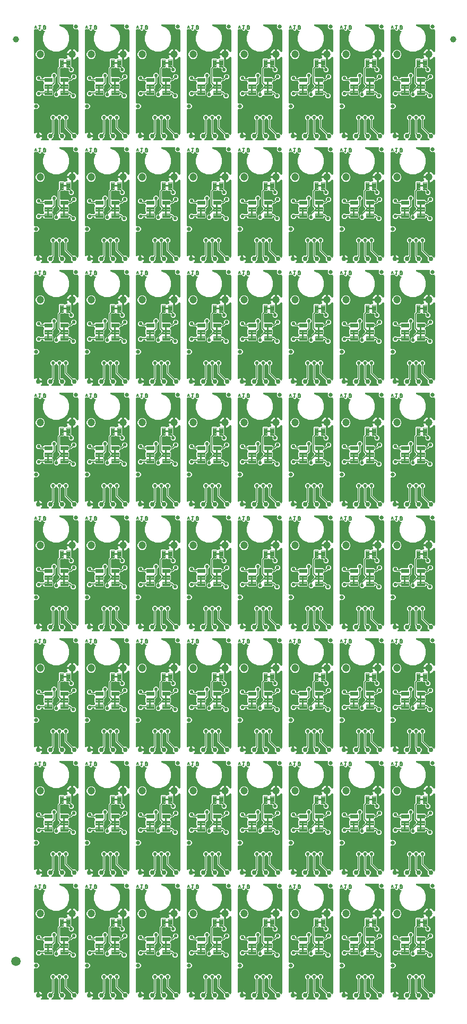
<source format=gbl>
G04 EAGLE Gerber RS-274X export*
G75*
%MOMM*%
%FSLAX34Y34*%
%LPD*%
%INBottom Copper*%
%IPPOS*%
%AMOC8*
5,1,8,0,0,1.08239X$1,22.5*%
G01*
%ADD10C,0.152400*%
%ADD11C,0.635000*%
%ADD12C,1.200000*%
%ADD13C,0.762000*%
%ADD14C,0.099059*%
%ADD15C,1.000000*%
%ADD16C,1.500000*%
%ADD17C,0.558800*%
%ADD18C,0.127000*%

G36*
X350355Y198383D02*
X350355Y198383D01*
X350425Y198382D01*
X350512Y198403D01*
X350601Y198415D01*
X350666Y198440D01*
X350734Y198457D01*
X350814Y198499D01*
X350897Y198532D01*
X350953Y198573D01*
X351015Y198605D01*
X351082Y198666D01*
X351154Y198718D01*
X351199Y198772D01*
X351251Y198819D01*
X351300Y198894D01*
X351357Y198963D01*
X351387Y199027D01*
X351425Y199085D01*
X351455Y199170D01*
X351493Y199251D01*
X351506Y199320D01*
X351529Y199386D01*
X351536Y199475D01*
X351552Y199563D01*
X351548Y199633D01*
X351554Y199703D01*
X351538Y199791D01*
X351533Y199881D01*
X351511Y199947D01*
X351499Y200016D01*
X351462Y200098D01*
X351435Y200183D01*
X351397Y200242D01*
X351369Y200306D01*
X351313Y200376D01*
X351265Y200452D01*
X351214Y200500D01*
X351170Y200555D01*
X351098Y200609D01*
X351033Y200670D01*
X350972Y200704D01*
X350916Y200746D01*
X350824Y200791D01*
X349388Y202227D01*
X348614Y204094D01*
X348614Y206116D01*
X349388Y207983D01*
X350817Y209412D01*
X352684Y210186D01*
X354883Y210186D01*
X354885Y210185D01*
X354890Y210186D01*
X354958Y210186D01*
X355007Y210192D01*
X355102Y210190D01*
X355151Y210202D01*
X355202Y210205D01*
X355259Y210224D01*
X355274Y210226D01*
X355309Y210240D01*
X355411Y210264D01*
X355456Y210288D01*
X355504Y210303D01*
X355562Y210340D01*
X355569Y210343D01*
X355587Y210356D01*
X355596Y210361D01*
X355693Y210412D01*
X355730Y210446D01*
X355773Y210473D01*
X355824Y210528D01*
X355827Y210529D01*
X355832Y210536D01*
X355848Y210553D01*
X355928Y210626D01*
X355956Y210668D01*
X355991Y210705D01*
X356029Y210774D01*
X356030Y210776D01*
X356044Y210800D01*
X356103Y210891D01*
X356120Y210939D01*
X356145Y210983D01*
X356165Y211061D01*
X356165Y211062D01*
X356165Y211064D01*
X356172Y211089D01*
X356207Y211192D01*
X356211Y211242D01*
X356224Y211291D01*
X356234Y211452D01*
X356234Y230582D01*
X356222Y230680D01*
X356219Y230779D01*
X356202Y230837D01*
X356194Y230897D01*
X356158Y230989D01*
X356130Y231084D01*
X356100Y231136D01*
X356077Y231193D01*
X356019Y231273D01*
X355969Y231358D01*
X355903Y231434D01*
X355891Y231450D01*
X355881Y231458D01*
X355863Y231479D01*
X354075Y233266D01*
X354075Y236634D01*
X356456Y239015D01*
X359824Y239015D01*
X362322Y236516D01*
X362417Y236443D01*
X362506Y236364D01*
X362542Y236346D01*
X362574Y236321D01*
X362683Y236274D01*
X362789Y236220D01*
X362828Y236211D01*
X362866Y236195D01*
X362983Y236176D01*
X363099Y236150D01*
X363140Y236151D01*
X363180Y236145D01*
X363298Y236156D01*
X363417Y236160D01*
X363456Y236171D01*
X363496Y236175D01*
X363609Y236215D01*
X363723Y236248D01*
X363757Y236268D01*
X363796Y236282D01*
X363894Y236349D01*
X363997Y236409D01*
X364042Y236449D01*
X364059Y236461D01*
X364072Y236476D01*
X364117Y236516D01*
X366616Y239015D01*
X369984Y239015D01*
X372482Y236516D01*
X372577Y236443D01*
X372666Y236364D01*
X372702Y236346D01*
X372734Y236321D01*
X372843Y236274D01*
X372949Y236220D01*
X372988Y236211D01*
X373026Y236195D01*
X373143Y236176D01*
X373259Y236150D01*
X373300Y236151D01*
X373340Y236145D01*
X373458Y236156D01*
X373577Y236160D01*
X373616Y236171D01*
X373656Y236175D01*
X373769Y236215D01*
X373883Y236248D01*
X373917Y236268D01*
X373956Y236282D01*
X374054Y236349D01*
X374157Y236409D01*
X374202Y236449D01*
X374219Y236461D01*
X374232Y236476D01*
X374277Y236516D01*
X376776Y239015D01*
X380144Y239015D01*
X382525Y236634D01*
X382525Y233266D01*
X380737Y231479D01*
X380677Y231401D01*
X380609Y231329D01*
X380580Y231276D01*
X380543Y231228D01*
X380503Y231137D01*
X380455Y231050D01*
X380440Y230992D01*
X380416Y230936D01*
X380401Y230838D01*
X380376Y230742D01*
X380370Y230642D01*
X380366Y230622D01*
X380368Y230610D01*
X380366Y230582D01*
X380366Y219755D01*
X380378Y219657D01*
X380381Y219558D01*
X380398Y219500D01*
X380406Y219440D01*
X380442Y219348D01*
X380470Y219252D01*
X380500Y219200D01*
X380523Y219144D01*
X380581Y219064D01*
X380631Y218978D01*
X380697Y218903D01*
X380709Y218887D01*
X380719Y218879D01*
X380737Y218858D01*
X389212Y210383D01*
X389236Y210365D01*
X389255Y210342D01*
X389361Y210267D01*
X389464Y210188D01*
X389491Y210176D01*
X389515Y210159D01*
X389636Y210113D01*
X389756Y210061D01*
X389785Y210057D01*
X389812Y210046D01*
X389941Y210032D01*
X390070Y210012D01*
X390099Y210014D01*
X390128Y210011D01*
X390257Y210029D01*
X390386Y210041D01*
X390414Y210051D01*
X390443Y210056D01*
X390596Y210108D01*
X390784Y210186D01*
X392806Y210186D01*
X394673Y209412D01*
X396110Y207975D01*
X396123Y207954D01*
X396144Y207903D01*
X396196Y207830D01*
X396241Y207752D01*
X396271Y207722D01*
X396271Y207721D01*
X396275Y207717D01*
X396289Y207702D01*
X396330Y207646D01*
X396400Y207588D01*
X396462Y207524D01*
X396522Y207487D01*
X396575Y207443D01*
X396657Y207405D01*
X396733Y207358D01*
X396800Y207337D01*
X396863Y207307D01*
X396951Y207290D01*
X397037Y207264D01*
X397107Y207261D01*
X397176Y207248D01*
X397265Y207253D01*
X397355Y207249D01*
X397423Y207263D01*
X397493Y207267D01*
X397578Y207295D01*
X397666Y207313D01*
X397729Y207344D01*
X397795Y207365D01*
X397871Y207413D01*
X397952Y207453D01*
X398005Y207498D01*
X398064Y207535D01*
X398126Y207601D01*
X398194Y207659D01*
X398234Y207716D01*
X398282Y207767D01*
X398325Y207846D01*
X398326Y207846D01*
X398327Y207848D01*
X398328Y207849D01*
X398377Y207919D01*
X398402Y207984D01*
X398436Y208046D01*
X398454Y208117D01*
X398463Y208136D01*
X398467Y208155D01*
X398490Y208216D01*
X398498Y208286D01*
X398515Y208354D01*
X398520Y208435D01*
X398523Y208448D01*
X398522Y208461D01*
X398525Y208514D01*
X398525Y330547D01*
X398512Y330651D01*
X398508Y330755D01*
X398492Y330808D01*
X398485Y330863D01*
X398447Y330960D01*
X398417Y331060D01*
X398389Y331107D01*
X398368Y331158D01*
X398307Y331243D01*
X398253Y331333D01*
X398214Y331371D01*
X398182Y331416D01*
X398101Y331483D01*
X398027Y331556D01*
X397979Y331583D01*
X397937Y331619D01*
X397842Y331663D01*
X397752Y331716D01*
X397699Y331731D01*
X397649Y331754D01*
X397547Y331774D01*
X397446Y331802D01*
X397391Y331804D01*
X397337Y331814D01*
X397232Y331807D01*
X397128Y331810D01*
X397074Y331798D01*
X397019Y331794D01*
X396920Y331762D01*
X396818Y331739D01*
X396769Y331713D01*
X396717Y331696D01*
X396628Y331640D01*
X396536Y331592D01*
X396494Y331555D01*
X396448Y331526D01*
X396376Y331450D01*
X396298Y331380D01*
X396245Y331310D01*
X396230Y331294D01*
X396223Y331281D01*
X396201Y331252D01*
X395254Y329836D01*
X394064Y328646D01*
X392666Y327711D01*
X391111Y327068D01*
X390369Y326920D01*
X390369Y334800D01*
X390354Y334918D01*
X390347Y335037D01*
X390334Y335075D01*
X390329Y335115D01*
X390286Y335226D01*
X390270Y335274D01*
X390280Y335292D01*
X390290Y335331D01*
X390307Y335367D01*
X390329Y335484D01*
X390359Y335600D01*
X390363Y335660D01*
X390367Y335680D01*
X390365Y335700D01*
X390369Y335760D01*
X390369Y343640D01*
X391111Y343492D01*
X392666Y342849D01*
X394064Y341914D01*
X395254Y340724D01*
X396201Y339308D01*
X396269Y339229D01*
X396330Y339144D01*
X396373Y339109D01*
X396409Y339067D01*
X396495Y339008D01*
X396575Y338941D01*
X396625Y338918D01*
X396671Y338887D01*
X396769Y338850D01*
X396863Y338806D01*
X396917Y338795D01*
X396969Y338776D01*
X397073Y338766D01*
X397176Y338746D01*
X397231Y338749D01*
X397285Y338744D01*
X397389Y338759D01*
X397493Y338766D01*
X397545Y338783D01*
X397600Y338791D01*
X397696Y338832D01*
X397795Y338864D01*
X397842Y338893D01*
X397893Y338915D01*
X397976Y338978D01*
X398064Y339034D01*
X398102Y339074D01*
X398146Y339108D01*
X398210Y339189D01*
X398282Y339266D01*
X398309Y339314D01*
X398343Y339357D01*
X398385Y339453D01*
X398436Y339544D01*
X398449Y339597D01*
X398472Y339648D01*
X398489Y339751D01*
X398515Y339852D01*
X398521Y339940D01*
X398524Y339962D01*
X398523Y339976D01*
X398525Y340013D01*
X398525Y374015D01*
X398510Y374133D01*
X398503Y374252D01*
X398490Y374290D01*
X398485Y374331D01*
X398442Y374441D01*
X398405Y374554D01*
X398383Y374589D01*
X398368Y374626D01*
X398299Y374722D01*
X398235Y374823D01*
X398205Y374851D01*
X398182Y374884D01*
X398090Y374960D01*
X398003Y375041D01*
X397968Y375061D01*
X397937Y375086D01*
X397829Y375137D01*
X397725Y375195D01*
X397685Y375205D01*
X397649Y375222D01*
X397532Y375244D01*
X397417Y375274D01*
X397357Y375278D01*
X397337Y375282D01*
X397316Y375280D01*
X397256Y375284D01*
X393129Y375284D01*
X390524Y377889D01*
X390524Y382016D01*
X390509Y382134D01*
X390502Y382253D01*
X390489Y382291D01*
X390484Y382332D01*
X390441Y382442D01*
X390404Y382555D01*
X390382Y382590D01*
X390367Y382627D01*
X390298Y382723D01*
X390234Y382824D01*
X390204Y382852D01*
X390181Y382885D01*
X390089Y382961D01*
X390002Y383042D01*
X389967Y383062D01*
X389936Y383087D01*
X389828Y383138D01*
X389724Y383196D01*
X389684Y383206D01*
X389648Y383223D01*
X389531Y383245D01*
X389416Y383275D01*
X389356Y383279D01*
X389336Y383283D01*
X389315Y383281D01*
X389255Y383285D01*
X369455Y383285D01*
X369386Y383277D01*
X369316Y383278D01*
X369229Y383257D01*
X369140Y383245D01*
X369075Y383220D01*
X369007Y383203D01*
X368927Y383161D01*
X368844Y383128D01*
X368787Y383087D01*
X368726Y383055D01*
X368659Y382994D01*
X368587Y382942D01*
X368542Y382888D01*
X368490Y382841D01*
X368441Y382766D01*
X368384Y382697D01*
X368354Y382633D01*
X368316Y382575D01*
X368286Y382490D01*
X368248Y382409D01*
X368235Y382340D01*
X368212Y382274D01*
X368205Y382185D01*
X368188Y382097D01*
X368193Y382027D01*
X368187Y381957D01*
X368203Y381869D01*
X368208Y381779D01*
X368230Y381713D01*
X368242Y381644D01*
X368279Y381562D01*
X368306Y381477D01*
X368344Y381418D01*
X368372Y381354D01*
X368428Y381284D01*
X368476Y381208D01*
X368527Y381160D01*
X368571Y381106D01*
X368643Y381051D01*
X368708Y380990D01*
X368769Y380956D01*
X368825Y380914D01*
X368969Y380843D01*
X375019Y378338D01*
X380878Y372479D01*
X384049Y364823D01*
X384049Y356537D01*
X380878Y348881D01*
X375019Y343022D01*
X367363Y339851D01*
X359077Y339851D01*
X351422Y343022D01*
X345562Y348881D01*
X342391Y356537D01*
X342391Y364823D01*
X345103Y371370D01*
X345116Y371418D01*
X345137Y371463D01*
X345158Y371571D01*
X345187Y371677D01*
X345188Y371727D01*
X345197Y371776D01*
X345190Y371885D01*
X345192Y371995D01*
X345181Y372043D01*
X345178Y372093D01*
X345144Y372197D01*
X345118Y372304D01*
X345095Y372348D01*
X345079Y372395D01*
X345021Y372488D01*
X344969Y372585D01*
X344936Y372622D01*
X344909Y372664D01*
X344829Y372739D01*
X344755Y372821D01*
X344714Y372848D01*
X344678Y372882D01*
X344582Y372935D01*
X344490Y372995D01*
X344443Y373012D01*
X344399Y373036D01*
X344293Y373063D01*
X344189Y373099D01*
X344139Y373103D01*
X344091Y373115D01*
X343931Y373125D01*
X343500Y373125D01*
X341709Y374404D01*
X341685Y374465D01*
X341656Y374506D01*
X341633Y374551D01*
X341563Y374634D01*
X341498Y374722D01*
X341460Y374755D01*
X341427Y374793D01*
X341338Y374855D01*
X341253Y374925D01*
X341208Y374947D01*
X341167Y374976D01*
X341064Y375014D01*
X340966Y375061D01*
X340916Y375070D01*
X340869Y375088D01*
X340760Y375100D01*
X340653Y375121D01*
X340603Y375117D01*
X340553Y375123D01*
X340445Y375108D01*
X340336Y375101D01*
X340288Y375085D01*
X340238Y375078D01*
X340137Y375036D01*
X340033Y375003D01*
X339991Y374976D01*
X339944Y374957D01*
X339857Y374891D01*
X339765Y374833D01*
X339730Y374796D01*
X339690Y374766D01*
X339622Y374681D01*
X339547Y374601D01*
X339522Y374557D01*
X339491Y374518D01*
X339479Y374492D01*
X338837Y373850D01*
X338829Y373839D01*
X338744Y373745D01*
X338283Y373169D01*
X338209Y373125D01*
X337454Y373125D01*
X337439Y373123D01*
X337314Y373118D01*
X336580Y373036D01*
X336497Y373057D01*
X335963Y373591D01*
X335951Y373600D01*
X335858Y373685D01*
X333957Y375206D01*
X333894Y375245D01*
X333837Y375291D01*
X333759Y375327D01*
X333685Y375372D01*
X333615Y375394D01*
X333548Y375425D01*
X333464Y375440D01*
X333381Y375466D01*
X333308Y375469D01*
X333235Y375482D01*
X333150Y375476D01*
X333064Y375480D01*
X332991Y375465D01*
X332918Y375460D01*
X332762Y375419D01*
X331999Y375165D01*
X331255Y375537D01*
X331227Y375547D01*
X331201Y375562D01*
X331077Y375599D01*
X330955Y375642D01*
X330925Y375645D01*
X330897Y375653D01*
X330767Y375658D01*
X330638Y375670D01*
X330609Y375665D01*
X330579Y375666D01*
X330452Y375639D01*
X330324Y375618D01*
X330297Y375606D01*
X330268Y375599D01*
X330120Y375537D01*
X329335Y375144D01*
X329273Y375157D01*
X329269Y375156D01*
X329264Y375157D01*
X329111Y375148D01*
X328956Y375139D01*
X328952Y375138D01*
X328947Y375138D01*
X328802Y375090D01*
X328653Y375043D01*
X328649Y375041D01*
X328645Y375040D01*
X328514Y374957D01*
X328383Y374875D01*
X328380Y374872D01*
X328376Y374869D01*
X328269Y374756D01*
X328163Y374645D01*
X328161Y374641D01*
X328158Y374638D01*
X328083Y374502D01*
X328008Y374368D01*
X328007Y374363D01*
X328004Y374359D01*
X327966Y374211D01*
X327926Y374060D01*
X327926Y374056D01*
X327925Y374051D01*
X327915Y373891D01*
X327915Y258445D01*
X327930Y258327D01*
X327937Y258208D01*
X327950Y258170D01*
X327955Y258129D01*
X327998Y258019D01*
X328035Y257906D01*
X328057Y257871D01*
X328072Y257834D01*
X328141Y257738D01*
X328205Y257637D01*
X328235Y257609D01*
X328258Y257576D01*
X328350Y257500D01*
X328437Y257419D01*
X328472Y257399D01*
X328503Y257374D01*
X328611Y257323D01*
X328715Y257265D01*
X328755Y257255D01*
X328791Y257238D01*
X328908Y257216D01*
X329023Y257186D01*
X329083Y257182D01*
X329103Y257178D01*
X329124Y257180D01*
X329184Y257176D01*
X333311Y257176D01*
X335916Y254571D01*
X335916Y250889D01*
X333311Y248284D01*
X329184Y248284D01*
X329066Y248269D01*
X328947Y248262D01*
X328909Y248249D01*
X328868Y248244D01*
X328758Y248201D01*
X328645Y248164D01*
X328610Y248142D01*
X328573Y248127D01*
X328477Y248058D01*
X328376Y247994D01*
X328348Y247964D01*
X328315Y247941D01*
X328239Y247849D01*
X328158Y247762D01*
X328138Y247727D01*
X328113Y247696D01*
X328062Y247588D01*
X328004Y247484D01*
X327994Y247444D01*
X327977Y247408D01*
X327955Y247291D01*
X327925Y247176D01*
X327921Y247116D01*
X327917Y247096D01*
X327919Y247075D01*
X327915Y247015D01*
X327915Y210420D01*
X327932Y210282D01*
X327945Y210144D01*
X327952Y210125D01*
X327955Y210105D01*
X328006Y209975D01*
X328053Y209845D01*
X328064Y209828D01*
X328072Y209809D01*
X328153Y209696D01*
X328231Y209581D01*
X328247Y209568D01*
X328258Y209552D01*
X328366Y209463D01*
X328470Y209371D01*
X328488Y209362D01*
X328503Y209349D01*
X328629Y209290D01*
X328753Y209226D01*
X328773Y209222D01*
X328791Y209213D01*
X328927Y209187D01*
X329063Y209157D01*
X329084Y209157D01*
X329103Y209154D01*
X329242Y209162D01*
X329381Y209166D01*
X329401Y209172D01*
X329421Y209173D01*
X329553Y209216D01*
X329687Y209255D01*
X329704Y209265D01*
X329723Y209271D01*
X329841Y209346D01*
X329961Y209416D01*
X329982Y209435D01*
X329992Y209441D01*
X330006Y209456D01*
X330082Y209523D01*
X330597Y210038D01*
X331637Y210733D01*
X332741Y211190D01*
X332741Y205740D01*
X332756Y205622D01*
X332763Y205503D01*
X332775Y205465D01*
X332781Y205425D01*
X332824Y205314D01*
X332861Y205201D01*
X332883Y205167D01*
X332898Y205129D01*
X332967Y205033D01*
X333031Y204932D01*
X333061Y204904D01*
X333084Y204872D01*
X333176Y204796D01*
X333263Y204714D01*
X333298Y204695D01*
X333329Y204669D01*
X333437Y204618D01*
X333541Y204561D01*
X333581Y204551D01*
X333617Y204533D01*
X333734Y204511D01*
X333849Y204481D01*
X333909Y204477D01*
X333929Y204474D01*
X333950Y204475D01*
X334010Y204471D01*
X334011Y204471D01*
X334011Y204470D01*
X334026Y204352D01*
X334033Y204233D01*
X334046Y204195D01*
X334051Y204154D01*
X334095Y204044D01*
X334131Y203931D01*
X334153Y203896D01*
X334168Y203859D01*
X334238Y203762D01*
X334301Y203662D01*
X334331Y203634D01*
X334355Y203601D01*
X334446Y203525D01*
X334533Y203444D01*
X334568Y203424D01*
X334600Y203399D01*
X334707Y203348D01*
X334812Y203290D01*
X334851Y203280D01*
X334887Y203263D01*
X335004Y203241D01*
X335120Y203211D01*
X335180Y203207D01*
X335200Y203203D01*
X335220Y203205D01*
X335280Y203201D01*
X340730Y203201D01*
X340273Y202097D01*
X339578Y201057D01*
X339063Y200542D01*
X338978Y200432D01*
X338889Y200325D01*
X338880Y200306D01*
X338868Y200290D01*
X338812Y200162D01*
X338753Y200037D01*
X338750Y200017D01*
X338741Y199998D01*
X338720Y199860D01*
X338694Y199724D01*
X338695Y199704D01*
X338692Y199684D01*
X338705Y199545D01*
X338713Y199407D01*
X338720Y199388D01*
X338721Y199368D01*
X338768Y199237D01*
X338811Y199105D01*
X338822Y199087D01*
X338829Y199068D01*
X338907Y198954D01*
X338981Y198836D01*
X338996Y198822D01*
X339008Y198805D01*
X339112Y198713D01*
X339213Y198618D01*
X339231Y198608D01*
X339246Y198595D01*
X339370Y198532D01*
X339492Y198464D01*
X339511Y198459D01*
X339529Y198450D01*
X339665Y198420D01*
X339800Y198385D01*
X339828Y198383D01*
X339840Y198380D01*
X339860Y198381D01*
X339960Y198375D01*
X350286Y198375D01*
X350355Y198383D01*
G37*
G36*
X25235Y1176283D02*
X25235Y1176283D01*
X25305Y1176282D01*
X25392Y1176303D01*
X25481Y1176315D01*
X25546Y1176340D01*
X25614Y1176357D01*
X25694Y1176399D01*
X25777Y1176432D01*
X25833Y1176473D01*
X25895Y1176505D01*
X25962Y1176566D01*
X26034Y1176618D01*
X26079Y1176672D01*
X26131Y1176719D01*
X26180Y1176794D01*
X26237Y1176863D01*
X26267Y1176927D01*
X26305Y1176985D01*
X26335Y1177070D01*
X26373Y1177151D01*
X26386Y1177220D01*
X26409Y1177286D01*
X26416Y1177375D01*
X26432Y1177463D01*
X26428Y1177533D01*
X26434Y1177603D01*
X26418Y1177691D01*
X26413Y1177781D01*
X26391Y1177847D01*
X26379Y1177916D01*
X26342Y1177998D01*
X26315Y1178083D01*
X26277Y1178142D01*
X26249Y1178206D01*
X26193Y1178276D01*
X26145Y1178352D01*
X26094Y1178400D01*
X26050Y1178455D01*
X25978Y1178509D01*
X25913Y1178570D01*
X25852Y1178604D01*
X25796Y1178646D01*
X25704Y1178691D01*
X24268Y1180127D01*
X23494Y1181994D01*
X23494Y1184016D01*
X24268Y1185883D01*
X25697Y1187312D01*
X27564Y1188086D01*
X29763Y1188086D01*
X29765Y1188085D01*
X29770Y1188086D01*
X29838Y1188086D01*
X29887Y1188092D01*
X29982Y1188090D01*
X30031Y1188102D01*
X30082Y1188105D01*
X30139Y1188124D01*
X30154Y1188126D01*
X30189Y1188140D01*
X30291Y1188164D01*
X30336Y1188188D01*
X30384Y1188203D01*
X30442Y1188240D01*
X30449Y1188243D01*
X30467Y1188256D01*
X30476Y1188261D01*
X30573Y1188312D01*
X30610Y1188346D01*
X30653Y1188373D01*
X30704Y1188428D01*
X30707Y1188429D01*
X30712Y1188436D01*
X30728Y1188453D01*
X30808Y1188526D01*
X30836Y1188568D01*
X30871Y1188605D01*
X30909Y1188674D01*
X30910Y1188676D01*
X30924Y1188700D01*
X30983Y1188791D01*
X31000Y1188839D01*
X31025Y1188883D01*
X31045Y1188961D01*
X31045Y1188962D01*
X31045Y1188964D01*
X31052Y1188989D01*
X31087Y1189092D01*
X31091Y1189142D01*
X31104Y1189191D01*
X31114Y1189352D01*
X31114Y1208482D01*
X31102Y1208580D01*
X31099Y1208679D01*
X31082Y1208737D01*
X31074Y1208797D01*
X31038Y1208889D01*
X31010Y1208984D01*
X30980Y1209036D01*
X30957Y1209093D01*
X30899Y1209173D01*
X30849Y1209258D01*
X30783Y1209334D01*
X30771Y1209350D01*
X30761Y1209358D01*
X30743Y1209379D01*
X28955Y1211166D01*
X28955Y1214534D01*
X31336Y1216915D01*
X34704Y1216915D01*
X37202Y1214416D01*
X37297Y1214343D01*
X37386Y1214264D01*
X37422Y1214246D01*
X37454Y1214221D01*
X37563Y1214174D01*
X37669Y1214120D01*
X37708Y1214111D01*
X37746Y1214095D01*
X37863Y1214076D01*
X37979Y1214050D01*
X38020Y1214051D01*
X38060Y1214045D01*
X38178Y1214056D01*
X38297Y1214060D01*
X38336Y1214071D01*
X38376Y1214075D01*
X38489Y1214115D01*
X38603Y1214148D01*
X38637Y1214168D01*
X38676Y1214182D01*
X38774Y1214249D01*
X38877Y1214309D01*
X38922Y1214349D01*
X38939Y1214361D01*
X38952Y1214376D01*
X38997Y1214416D01*
X41496Y1216915D01*
X44864Y1216915D01*
X47362Y1214416D01*
X47457Y1214343D01*
X47546Y1214264D01*
X47582Y1214246D01*
X47614Y1214221D01*
X47723Y1214174D01*
X47829Y1214120D01*
X47868Y1214111D01*
X47906Y1214095D01*
X48023Y1214076D01*
X48139Y1214050D01*
X48180Y1214051D01*
X48220Y1214045D01*
X48338Y1214056D01*
X48457Y1214060D01*
X48496Y1214071D01*
X48536Y1214075D01*
X48649Y1214115D01*
X48763Y1214148D01*
X48797Y1214168D01*
X48836Y1214182D01*
X48934Y1214249D01*
X49037Y1214309D01*
X49082Y1214349D01*
X49099Y1214361D01*
X49112Y1214376D01*
X49157Y1214416D01*
X51656Y1216915D01*
X55024Y1216915D01*
X57405Y1214534D01*
X57405Y1211166D01*
X55617Y1209379D01*
X55557Y1209301D01*
X55489Y1209229D01*
X55460Y1209176D01*
X55423Y1209128D01*
X55383Y1209037D01*
X55335Y1208950D01*
X55320Y1208892D01*
X55296Y1208836D01*
X55281Y1208738D01*
X55256Y1208642D01*
X55250Y1208542D01*
X55246Y1208522D01*
X55248Y1208510D01*
X55246Y1208482D01*
X55246Y1197655D01*
X55258Y1197557D01*
X55261Y1197458D01*
X55278Y1197400D01*
X55286Y1197340D01*
X55322Y1197248D01*
X55350Y1197152D01*
X55380Y1197100D01*
X55403Y1197044D01*
X55461Y1196964D01*
X55511Y1196878D01*
X55577Y1196803D01*
X55589Y1196787D01*
X55599Y1196779D01*
X55617Y1196758D01*
X64092Y1188283D01*
X64116Y1188265D01*
X64135Y1188242D01*
X64241Y1188167D01*
X64344Y1188088D01*
X64371Y1188076D01*
X64395Y1188059D01*
X64516Y1188013D01*
X64636Y1187961D01*
X64665Y1187957D01*
X64692Y1187946D01*
X64821Y1187932D01*
X64950Y1187912D01*
X64979Y1187914D01*
X65008Y1187911D01*
X65137Y1187929D01*
X65266Y1187941D01*
X65294Y1187951D01*
X65323Y1187956D01*
X65476Y1188008D01*
X65664Y1188086D01*
X67686Y1188086D01*
X69553Y1187312D01*
X70990Y1185875D01*
X71003Y1185854D01*
X71024Y1185803D01*
X71076Y1185730D01*
X71121Y1185652D01*
X71151Y1185622D01*
X71151Y1185621D01*
X71155Y1185617D01*
X71169Y1185602D01*
X71210Y1185546D01*
X71280Y1185488D01*
X71342Y1185424D01*
X71402Y1185387D01*
X71455Y1185343D01*
X71537Y1185305D01*
X71613Y1185258D01*
X71680Y1185237D01*
X71743Y1185207D01*
X71831Y1185190D01*
X71917Y1185164D01*
X71987Y1185161D01*
X72056Y1185148D01*
X72145Y1185153D01*
X72235Y1185149D01*
X72303Y1185163D01*
X72373Y1185167D01*
X72458Y1185195D01*
X72546Y1185213D01*
X72609Y1185244D01*
X72675Y1185265D01*
X72751Y1185313D01*
X72832Y1185353D01*
X72885Y1185398D01*
X72944Y1185435D01*
X73006Y1185501D01*
X73074Y1185559D01*
X73114Y1185616D01*
X73162Y1185667D01*
X73205Y1185746D01*
X73206Y1185746D01*
X73207Y1185748D01*
X73208Y1185749D01*
X73257Y1185819D01*
X73282Y1185884D01*
X73316Y1185946D01*
X73334Y1186017D01*
X73343Y1186036D01*
X73347Y1186055D01*
X73370Y1186116D01*
X73378Y1186186D01*
X73395Y1186254D01*
X73400Y1186335D01*
X73403Y1186348D01*
X73402Y1186361D01*
X73405Y1186414D01*
X73405Y1308447D01*
X73392Y1308551D01*
X73388Y1308655D01*
X73372Y1308708D01*
X73365Y1308763D01*
X73327Y1308860D01*
X73297Y1308960D01*
X73269Y1309007D01*
X73248Y1309058D01*
X73187Y1309143D01*
X73133Y1309233D01*
X73094Y1309271D01*
X73062Y1309316D01*
X72981Y1309383D01*
X72907Y1309456D01*
X72859Y1309483D01*
X72817Y1309519D01*
X72722Y1309563D01*
X72632Y1309616D01*
X72579Y1309631D01*
X72529Y1309654D01*
X72427Y1309674D01*
X72326Y1309702D01*
X72271Y1309704D01*
X72217Y1309714D01*
X72112Y1309707D01*
X72008Y1309710D01*
X71954Y1309698D01*
X71899Y1309694D01*
X71800Y1309662D01*
X71698Y1309639D01*
X71649Y1309613D01*
X71597Y1309596D01*
X71508Y1309540D01*
X71416Y1309492D01*
X71374Y1309455D01*
X71328Y1309426D01*
X71256Y1309350D01*
X71178Y1309280D01*
X71125Y1309210D01*
X71110Y1309194D01*
X71103Y1309181D01*
X71081Y1309152D01*
X70134Y1307736D01*
X68944Y1306546D01*
X67546Y1305611D01*
X65991Y1304968D01*
X65249Y1304820D01*
X65249Y1312700D01*
X65234Y1312818D01*
X65227Y1312937D01*
X65214Y1312975D01*
X65209Y1313015D01*
X65166Y1313126D01*
X65150Y1313174D01*
X65160Y1313192D01*
X65170Y1313231D01*
X65187Y1313267D01*
X65209Y1313384D01*
X65239Y1313500D01*
X65243Y1313560D01*
X65247Y1313580D01*
X65245Y1313600D01*
X65249Y1313660D01*
X65249Y1321540D01*
X65991Y1321392D01*
X67546Y1320749D01*
X68944Y1319814D01*
X70134Y1318624D01*
X71081Y1317208D01*
X71149Y1317129D01*
X71210Y1317044D01*
X71253Y1317009D01*
X71289Y1316967D01*
X71375Y1316908D01*
X71455Y1316841D01*
X71505Y1316818D01*
X71551Y1316787D01*
X71649Y1316750D01*
X71743Y1316706D01*
X71797Y1316695D01*
X71849Y1316676D01*
X71953Y1316666D01*
X72056Y1316646D01*
X72111Y1316649D01*
X72165Y1316644D01*
X72269Y1316659D01*
X72373Y1316666D01*
X72425Y1316683D01*
X72480Y1316691D01*
X72576Y1316732D01*
X72675Y1316764D01*
X72722Y1316793D01*
X72773Y1316815D01*
X72856Y1316878D01*
X72944Y1316934D01*
X72982Y1316974D01*
X73026Y1317008D01*
X73090Y1317089D01*
X73162Y1317166D01*
X73189Y1317214D01*
X73223Y1317257D01*
X73265Y1317353D01*
X73316Y1317444D01*
X73329Y1317497D01*
X73352Y1317548D01*
X73369Y1317651D01*
X73395Y1317752D01*
X73401Y1317840D01*
X73404Y1317862D01*
X73403Y1317876D01*
X73405Y1317913D01*
X73405Y1351915D01*
X73390Y1352033D01*
X73383Y1352152D01*
X73370Y1352190D01*
X73365Y1352231D01*
X73322Y1352341D01*
X73285Y1352454D01*
X73263Y1352489D01*
X73248Y1352526D01*
X73179Y1352622D01*
X73115Y1352723D01*
X73085Y1352751D01*
X73062Y1352784D01*
X72970Y1352860D01*
X72883Y1352941D01*
X72848Y1352961D01*
X72817Y1352986D01*
X72709Y1353037D01*
X72605Y1353095D01*
X72565Y1353105D01*
X72529Y1353122D01*
X72412Y1353144D01*
X72297Y1353174D01*
X72237Y1353178D01*
X72217Y1353182D01*
X72196Y1353180D01*
X72136Y1353184D01*
X68009Y1353184D01*
X65404Y1355789D01*
X65404Y1359916D01*
X65389Y1360034D01*
X65382Y1360153D01*
X65369Y1360191D01*
X65364Y1360232D01*
X65321Y1360342D01*
X65284Y1360455D01*
X65262Y1360490D01*
X65247Y1360527D01*
X65178Y1360623D01*
X65114Y1360724D01*
X65084Y1360752D01*
X65061Y1360785D01*
X64969Y1360861D01*
X64882Y1360942D01*
X64847Y1360962D01*
X64816Y1360987D01*
X64708Y1361038D01*
X64604Y1361096D01*
X64564Y1361106D01*
X64528Y1361123D01*
X64411Y1361145D01*
X64296Y1361175D01*
X64236Y1361179D01*
X64216Y1361183D01*
X64195Y1361181D01*
X64135Y1361185D01*
X44335Y1361185D01*
X44266Y1361177D01*
X44196Y1361178D01*
X44109Y1361157D01*
X44020Y1361145D01*
X43955Y1361120D01*
X43887Y1361103D01*
X43807Y1361061D01*
X43724Y1361028D01*
X43667Y1360987D01*
X43606Y1360955D01*
X43539Y1360894D01*
X43467Y1360842D01*
X43422Y1360788D01*
X43370Y1360741D01*
X43321Y1360666D01*
X43264Y1360597D01*
X43234Y1360533D01*
X43196Y1360475D01*
X43166Y1360390D01*
X43128Y1360309D01*
X43115Y1360240D01*
X43092Y1360174D01*
X43085Y1360085D01*
X43068Y1359997D01*
X43073Y1359927D01*
X43067Y1359857D01*
X43083Y1359769D01*
X43088Y1359679D01*
X43110Y1359613D01*
X43122Y1359544D01*
X43159Y1359462D01*
X43186Y1359377D01*
X43224Y1359318D01*
X43252Y1359254D01*
X43308Y1359184D01*
X43356Y1359108D01*
X43407Y1359060D01*
X43451Y1359006D01*
X43523Y1358951D01*
X43588Y1358890D01*
X43649Y1358856D01*
X43705Y1358814D01*
X43849Y1358743D01*
X49899Y1356238D01*
X55758Y1350379D01*
X58929Y1342723D01*
X58929Y1334437D01*
X55758Y1326781D01*
X49899Y1320922D01*
X42243Y1317751D01*
X33957Y1317751D01*
X26302Y1320922D01*
X20442Y1326782D01*
X17271Y1334437D01*
X17271Y1342723D01*
X19983Y1349270D01*
X19996Y1349318D01*
X20017Y1349363D01*
X20038Y1349471D01*
X20067Y1349577D01*
X20068Y1349627D01*
X20077Y1349676D01*
X20070Y1349785D01*
X20072Y1349895D01*
X20061Y1349943D01*
X20058Y1349993D01*
X20024Y1350097D01*
X19998Y1350204D01*
X19975Y1350248D01*
X19959Y1350295D01*
X19901Y1350388D01*
X19849Y1350485D01*
X19816Y1350522D01*
X19789Y1350564D01*
X19709Y1350639D01*
X19635Y1350721D01*
X19594Y1350748D01*
X19558Y1350782D01*
X19462Y1350835D01*
X19370Y1350895D01*
X19323Y1350912D01*
X19279Y1350936D01*
X19173Y1350963D01*
X19069Y1350999D01*
X19019Y1351003D01*
X18971Y1351015D01*
X18811Y1351025D01*
X18380Y1351025D01*
X16589Y1352304D01*
X16565Y1352365D01*
X16536Y1352406D01*
X16513Y1352451D01*
X16443Y1352534D01*
X16378Y1352622D01*
X16340Y1352655D01*
X16307Y1352693D01*
X16218Y1352755D01*
X16133Y1352825D01*
X16088Y1352847D01*
X16047Y1352876D01*
X15944Y1352914D01*
X15846Y1352961D01*
X15796Y1352970D01*
X15749Y1352988D01*
X15640Y1353000D01*
X15533Y1353021D01*
X15483Y1353017D01*
X15433Y1353023D01*
X15325Y1353008D01*
X15216Y1353001D01*
X15168Y1352985D01*
X15118Y1352978D01*
X15017Y1352936D01*
X14913Y1352903D01*
X14871Y1352876D01*
X14824Y1352857D01*
X14737Y1352791D01*
X14645Y1352733D01*
X14610Y1352696D01*
X14570Y1352666D01*
X14502Y1352581D01*
X14427Y1352501D01*
X14402Y1352457D01*
X14371Y1352418D01*
X14359Y1352392D01*
X13717Y1351750D01*
X13709Y1351739D01*
X13624Y1351645D01*
X13163Y1351069D01*
X13089Y1351025D01*
X12334Y1351025D01*
X12319Y1351023D01*
X12194Y1351018D01*
X11460Y1350936D01*
X11377Y1350957D01*
X10843Y1351491D01*
X10831Y1351500D01*
X10738Y1351585D01*
X8837Y1353106D01*
X8774Y1353145D01*
X8717Y1353191D01*
X8639Y1353227D01*
X8565Y1353272D01*
X8495Y1353294D01*
X8428Y1353325D01*
X8344Y1353340D01*
X8261Y1353366D01*
X8188Y1353369D01*
X8115Y1353382D01*
X8030Y1353376D01*
X7944Y1353380D01*
X7871Y1353365D01*
X7798Y1353360D01*
X7642Y1353319D01*
X6879Y1353065D01*
X6135Y1353437D01*
X6107Y1353447D01*
X6081Y1353462D01*
X5957Y1353499D01*
X5835Y1353542D01*
X5805Y1353545D01*
X5777Y1353553D01*
X5647Y1353558D01*
X5518Y1353570D01*
X5489Y1353565D01*
X5459Y1353566D01*
X5332Y1353539D01*
X5204Y1353518D01*
X5177Y1353506D01*
X5148Y1353499D01*
X5000Y1353437D01*
X4215Y1353044D01*
X4153Y1353057D01*
X4149Y1353056D01*
X4144Y1353057D01*
X3991Y1353048D01*
X3836Y1353039D01*
X3832Y1353038D01*
X3827Y1353038D01*
X3682Y1352990D01*
X3533Y1352943D01*
X3529Y1352941D01*
X3525Y1352940D01*
X3394Y1352857D01*
X3263Y1352775D01*
X3260Y1352772D01*
X3256Y1352769D01*
X3149Y1352656D01*
X3043Y1352545D01*
X3041Y1352541D01*
X3038Y1352538D01*
X2963Y1352402D01*
X2888Y1352268D01*
X2887Y1352263D01*
X2884Y1352259D01*
X2846Y1352111D01*
X2806Y1351960D01*
X2806Y1351956D01*
X2805Y1351951D01*
X2795Y1351791D01*
X2795Y1236345D01*
X2810Y1236227D01*
X2817Y1236108D01*
X2830Y1236070D01*
X2835Y1236029D01*
X2878Y1235919D01*
X2915Y1235806D01*
X2937Y1235771D01*
X2952Y1235734D01*
X3021Y1235638D01*
X3085Y1235537D01*
X3115Y1235509D01*
X3138Y1235476D01*
X3230Y1235400D01*
X3317Y1235319D01*
X3352Y1235299D01*
X3383Y1235274D01*
X3491Y1235223D01*
X3595Y1235165D01*
X3635Y1235155D01*
X3671Y1235138D01*
X3788Y1235116D01*
X3903Y1235086D01*
X3963Y1235082D01*
X3983Y1235078D01*
X4004Y1235080D01*
X4064Y1235076D01*
X8191Y1235076D01*
X10796Y1232471D01*
X10796Y1228789D01*
X8191Y1226184D01*
X4064Y1226184D01*
X3946Y1226169D01*
X3827Y1226162D01*
X3789Y1226149D01*
X3748Y1226144D01*
X3638Y1226101D01*
X3525Y1226064D01*
X3490Y1226042D01*
X3453Y1226027D01*
X3357Y1225958D01*
X3256Y1225894D01*
X3228Y1225864D01*
X3195Y1225841D01*
X3119Y1225749D01*
X3038Y1225662D01*
X3018Y1225627D01*
X2993Y1225596D01*
X2942Y1225488D01*
X2884Y1225384D01*
X2874Y1225344D01*
X2857Y1225308D01*
X2835Y1225191D01*
X2805Y1225076D01*
X2801Y1225016D01*
X2797Y1224996D01*
X2799Y1224975D01*
X2795Y1224915D01*
X2795Y1188320D01*
X2812Y1188182D01*
X2825Y1188044D01*
X2832Y1188025D01*
X2835Y1188005D01*
X2886Y1187875D01*
X2933Y1187745D01*
X2944Y1187728D01*
X2952Y1187709D01*
X3033Y1187596D01*
X3111Y1187481D01*
X3127Y1187468D01*
X3138Y1187452D01*
X3246Y1187363D01*
X3350Y1187271D01*
X3368Y1187262D01*
X3383Y1187249D01*
X3509Y1187190D01*
X3633Y1187126D01*
X3653Y1187122D01*
X3671Y1187113D01*
X3807Y1187087D01*
X3943Y1187057D01*
X3964Y1187057D01*
X3983Y1187054D01*
X4122Y1187062D01*
X4261Y1187066D01*
X4281Y1187072D01*
X4301Y1187073D01*
X4433Y1187116D01*
X4567Y1187155D01*
X4584Y1187165D01*
X4603Y1187171D01*
X4721Y1187246D01*
X4841Y1187316D01*
X4862Y1187335D01*
X4872Y1187341D01*
X4886Y1187356D01*
X4962Y1187423D01*
X5477Y1187938D01*
X6517Y1188633D01*
X7621Y1189090D01*
X7621Y1183640D01*
X7636Y1183522D01*
X7643Y1183403D01*
X7655Y1183365D01*
X7661Y1183325D01*
X7704Y1183214D01*
X7741Y1183101D01*
X7763Y1183067D01*
X7778Y1183029D01*
X7847Y1182933D01*
X7911Y1182832D01*
X7941Y1182804D01*
X7964Y1182772D01*
X8056Y1182696D01*
X8143Y1182614D01*
X8178Y1182595D01*
X8209Y1182569D01*
X8317Y1182518D01*
X8421Y1182461D01*
X8461Y1182451D01*
X8497Y1182433D01*
X8614Y1182411D01*
X8729Y1182381D01*
X8789Y1182377D01*
X8809Y1182374D01*
X8830Y1182375D01*
X8890Y1182371D01*
X8891Y1182371D01*
X8891Y1182370D01*
X8906Y1182252D01*
X8913Y1182133D01*
X8926Y1182095D01*
X8931Y1182054D01*
X8975Y1181944D01*
X9011Y1181831D01*
X9033Y1181796D01*
X9048Y1181759D01*
X9118Y1181662D01*
X9181Y1181562D01*
X9211Y1181534D01*
X9235Y1181501D01*
X9326Y1181425D01*
X9413Y1181344D01*
X9448Y1181324D01*
X9480Y1181299D01*
X9587Y1181248D01*
X9692Y1181190D01*
X9731Y1181180D01*
X9767Y1181163D01*
X9884Y1181141D01*
X10000Y1181111D01*
X10060Y1181107D01*
X10080Y1181103D01*
X10100Y1181105D01*
X10160Y1181101D01*
X15610Y1181101D01*
X15153Y1179997D01*
X14458Y1178957D01*
X13943Y1178442D01*
X13858Y1178332D01*
X13769Y1178225D01*
X13760Y1178206D01*
X13748Y1178190D01*
X13692Y1178062D01*
X13633Y1177937D01*
X13630Y1177917D01*
X13621Y1177898D01*
X13600Y1177760D01*
X13574Y1177624D01*
X13575Y1177604D01*
X13572Y1177584D01*
X13585Y1177445D01*
X13593Y1177307D01*
X13600Y1177288D01*
X13601Y1177268D01*
X13648Y1177137D01*
X13691Y1177005D01*
X13702Y1176987D01*
X13709Y1176968D01*
X13787Y1176854D01*
X13861Y1176736D01*
X13876Y1176722D01*
X13888Y1176705D01*
X13992Y1176613D01*
X14093Y1176518D01*
X14111Y1176508D01*
X14126Y1176495D01*
X14250Y1176432D01*
X14372Y1176364D01*
X14391Y1176359D01*
X14409Y1176350D01*
X14545Y1176320D01*
X14680Y1176285D01*
X14708Y1176283D01*
X14720Y1176280D01*
X14740Y1176281D01*
X14840Y1176275D01*
X25166Y1176275D01*
X25235Y1176283D01*
G37*
G36*
X106515Y198383D02*
X106515Y198383D01*
X106585Y198382D01*
X106672Y198403D01*
X106761Y198415D01*
X106826Y198440D01*
X106894Y198457D01*
X106974Y198499D01*
X107057Y198532D01*
X107113Y198573D01*
X107175Y198605D01*
X107242Y198666D01*
X107314Y198718D01*
X107359Y198772D01*
X107411Y198819D01*
X107460Y198894D01*
X107517Y198963D01*
X107547Y199027D01*
X107585Y199085D01*
X107614Y199170D01*
X107653Y199251D01*
X107666Y199320D01*
X107688Y199386D01*
X107696Y199475D01*
X107712Y199563D01*
X107708Y199633D01*
X107714Y199703D01*
X107698Y199791D01*
X107693Y199881D01*
X107671Y199947D01*
X107659Y200016D01*
X107622Y200098D01*
X107595Y200183D01*
X107557Y200242D01*
X107529Y200306D01*
X107473Y200376D01*
X107425Y200452D01*
X107374Y200500D01*
X107330Y200555D01*
X107258Y200609D01*
X107193Y200670D01*
X107132Y200704D01*
X107076Y200746D01*
X106984Y200791D01*
X105548Y202227D01*
X104774Y204094D01*
X104774Y206116D01*
X105548Y207983D01*
X106977Y209412D01*
X108844Y210186D01*
X111043Y210186D01*
X111045Y210185D01*
X111050Y210186D01*
X111118Y210186D01*
X111167Y210192D01*
X111262Y210190D01*
X111311Y210202D01*
X111362Y210205D01*
X111419Y210224D01*
X111434Y210226D01*
X111469Y210240D01*
X111571Y210264D01*
X111616Y210288D01*
X111664Y210303D01*
X111722Y210340D01*
X111729Y210343D01*
X111747Y210356D01*
X111756Y210361D01*
X111853Y210412D01*
X111890Y210446D01*
X111933Y210473D01*
X111984Y210528D01*
X111987Y210529D01*
X111992Y210536D01*
X112008Y210553D01*
X112088Y210626D01*
X112116Y210668D01*
X112151Y210705D01*
X112189Y210774D01*
X112190Y210776D01*
X112204Y210800D01*
X112263Y210891D01*
X112280Y210939D01*
X112305Y210983D01*
X112325Y211061D01*
X112325Y211062D01*
X112325Y211064D01*
X112332Y211089D01*
X112367Y211192D01*
X112371Y211242D01*
X112384Y211291D01*
X112394Y211452D01*
X112394Y230582D01*
X112382Y230680D01*
X112379Y230779D01*
X112362Y230837D01*
X112354Y230897D01*
X112318Y230989D01*
X112290Y231084D01*
X112260Y231136D01*
X112237Y231193D01*
X112179Y231273D01*
X112129Y231358D01*
X112063Y231434D01*
X112051Y231450D01*
X112041Y231458D01*
X112023Y231479D01*
X110235Y233266D01*
X110235Y236634D01*
X112616Y239015D01*
X115984Y239015D01*
X118482Y236516D01*
X118577Y236443D01*
X118666Y236364D01*
X118702Y236346D01*
X118734Y236321D01*
X118843Y236274D01*
X118949Y236220D01*
X118988Y236211D01*
X119026Y236195D01*
X119143Y236176D01*
X119259Y236150D01*
X119300Y236151D01*
X119340Y236145D01*
X119458Y236156D01*
X119577Y236160D01*
X119616Y236171D01*
X119656Y236175D01*
X119769Y236215D01*
X119883Y236248D01*
X119917Y236268D01*
X119956Y236282D01*
X120054Y236349D01*
X120157Y236409D01*
X120202Y236449D01*
X120219Y236461D01*
X120232Y236476D01*
X120277Y236516D01*
X122776Y239015D01*
X126144Y239015D01*
X128643Y236516D01*
X128737Y236443D01*
X128826Y236364D01*
X128862Y236346D01*
X128894Y236321D01*
X129003Y236274D01*
X129109Y236220D01*
X129148Y236211D01*
X129186Y236195D01*
X129303Y236176D01*
X129419Y236150D01*
X129460Y236151D01*
X129500Y236145D01*
X129618Y236156D01*
X129737Y236160D01*
X129776Y236171D01*
X129816Y236175D01*
X129928Y236215D01*
X130043Y236248D01*
X130078Y236268D01*
X130116Y236282D01*
X130214Y236349D01*
X130317Y236410D01*
X130362Y236449D01*
X130379Y236461D01*
X130392Y236476D01*
X130438Y236516D01*
X132936Y239015D01*
X136304Y239015D01*
X138685Y236634D01*
X138685Y233266D01*
X136897Y231479D01*
X136837Y231401D01*
X136769Y231329D01*
X136740Y231276D01*
X136703Y231228D01*
X136663Y231137D01*
X136615Y231050D01*
X136600Y230992D01*
X136576Y230936D01*
X136561Y230838D01*
X136536Y230742D01*
X136530Y230642D01*
X136526Y230622D01*
X136528Y230610D01*
X136526Y230582D01*
X136526Y219755D01*
X136538Y219657D01*
X136541Y219558D01*
X136558Y219500D01*
X136566Y219440D01*
X136602Y219348D01*
X136630Y219252D01*
X136660Y219200D01*
X136683Y219144D01*
X136741Y219064D01*
X136791Y218978D01*
X136857Y218903D01*
X136869Y218887D01*
X136879Y218879D01*
X136897Y218858D01*
X145372Y210383D01*
X145396Y210365D01*
X145415Y210342D01*
X145521Y210267D01*
X145624Y210188D01*
X145651Y210176D01*
X145675Y210159D01*
X145796Y210113D01*
X145916Y210061D01*
X145945Y210057D01*
X145972Y210046D01*
X146101Y210032D01*
X146230Y210012D01*
X146259Y210014D01*
X146288Y210011D01*
X146417Y210029D01*
X146546Y210041D01*
X146574Y210051D01*
X146603Y210056D01*
X146756Y210108D01*
X146944Y210186D01*
X148966Y210186D01*
X150833Y209412D01*
X152270Y207975D01*
X152283Y207954D01*
X152304Y207903D01*
X152356Y207830D01*
X152401Y207752D01*
X152431Y207722D01*
X152431Y207721D01*
X152435Y207717D01*
X152449Y207702D01*
X152490Y207646D01*
X152560Y207588D01*
X152622Y207524D01*
X152682Y207487D01*
X152735Y207443D01*
X152817Y207405D01*
X152893Y207358D01*
X152960Y207337D01*
X153023Y207307D01*
X153111Y207290D01*
X153197Y207264D01*
X153267Y207261D01*
X153336Y207248D01*
X153425Y207253D01*
X153515Y207249D01*
X153583Y207263D01*
X153653Y207267D01*
X153738Y207295D01*
X153826Y207313D01*
X153889Y207344D01*
X153955Y207365D01*
X154031Y207413D01*
X154112Y207453D01*
X154165Y207498D01*
X154224Y207535D01*
X154286Y207601D01*
X154354Y207659D01*
X154394Y207716D01*
X154442Y207767D01*
X154485Y207846D01*
X154486Y207846D01*
X154487Y207848D01*
X154488Y207849D01*
X154537Y207919D01*
X154562Y207984D01*
X154596Y208046D01*
X154614Y208117D01*
X154623Y208136D01*
X154627Y208155D01*
X154650Y208216D01*
X154658Y208286D01*
X154675Y208354D01*
X154680Y208435D01*
X154683Y208448D01*
X154682Y208461D01*
X154685Y208514D01*
X154685Y330547D01*
X154672Y330651D01*
X154668Y330755D01*
X154652Y330808D01*
X154645Y330863D01*
X154607Y330960D01*
X154577Y331060D01*
X154549Y331107D01*
X154528Y331158D01*
X154467Y331243D01*
X154413Y331333D01*
X154374Y331371D01*
X154342Y331416D01*
X154261Y331483D01*
X154187Y331556D01*
X154139Y331583D01*
X154097Y331619D01*
X154002Y331663D01*
X153912Y331716D01*
X153859Y331731D01*
X153809Y331754D01*
X153707Y331774D01*
X153606Y331802D01*
X153551Y331804D01*
X153497Y331814D01*
X153392Y331807D01*
X153288Y331810D01*
X153234Y331798D01*
X153179Y331794D01*
X153080Y331762D01*
X152978Y331739D01*
X152929Y331713D01*
X152877Y331696D01*
X152788Y331640D01*
X152696Y331592D01*
X152654Y331555D01*
X152608Y331526D01*
X152536Y331450D01*
X152458Y331380D01*
X152405Y331310D01*
X152390Y331294D01*
X152383Y331281D01*
X152361Y331252D01*
X151414Y329836D01*
X150224Y328646D01*
X148826Y327711D01*
X147271Y327068D01*
X146529Y326920D01*
X146529Y334800D01*
X146514Y334918D01*
X146507Y335037D01*
X146494Y335075D01*
X146489Y335115D01*
X146446Y335226D01*
X146430Y335274D01*
X146440Y335292D01*
X146450Y335331D01*
X146467Y335367D01*
X146489Y335484D01*
X146519Y335600D01*
X146523Y335660D01*
X146527Y335680D01*
X146525Y335700D01*
X146529Y335760D01*
X146529Y343640D01*
X147271Y343492D01*
X148826Y342849D01*
X150224Y341914D01*
X151414Y340724D01*
X152361Y339308D01*
X152429Y339229D01*
X152490Y339144D01*
X152533Y339109D01*
X152569Y339067D01*
X152655Y339008D01*
X152735Y338941D01*
X152785Y338918D01*
X152831Y338887D01*
X152929Y338850D01*
X153023Y338806D01*
X153077Y338795D01*
X153129Y338776D01*
X153233Y338766D01*
X153336Y338746D01*
X153391Y338749D01*
X153445Y338744D01*
X153549Y338759D01*
X153653Y338766D01*
X153705Y338783D01*
X153760Y338791D01*
X153856Y338832D01*
X153955Y338864D01*
X154002Y338893D01*
X154053Y338915D01*
X154136Y338978D01*
X154224Y339034D01*
X154262Y339074D01*
X154306Y339108D01*
X154370Y339189D01*
X154442Y339266D01*
X154469Y339314D01*
X154503Y339357D01*
X154545Y339453D01*
X154596Y339544D01*
X154609Y339597D01*
X154632Y339648D01*
X154649Y339751D01*
X154675Y339852D01*
X154681Y339940D01*
X154684Y339962D01*
X154683Y339976D01*
X154685Y340013D01*
X154685Y374015D01*
X154670Y374133D01*
X154663Y374252D01*
X154650Y374290D01*
X154645Y374331D01*
X154602Y374441D01*
X154565Y374554D01*
X154543Y374589D01*
X154528Y374626D01*
X154459Y374722D01*
X154395Y374823D01*
X154365Y374851D01*
X154342Y374884D01*
X154250Y374960D01*
X154163Y375041D01*
X154128Y375061D01*
X154097Y375086D01*
X153989Y375137D01*
X153885Y375195D01*
X153845Y375205D01*
X153809Y375222D01*
X153692Y375244D01*
X153577Y375274D01*
X153517Y375278D01*
X153497Y375282D01*
X153476Y375280D01*
X153416Y375284D01*
X149289Y375284D01*
X146684Y377889D01*
X146684Y382016D01*
X146669Y382134D01*
X146662Y382253D01*
X146649Y382291D01*
X146644Y382332D01*
X146601Y382442D01*
X146564Y382555D01*
X146542Y382590D01*
X146527Y382627D01*
X146458Y382723D01*
X146394Y382824D01*
X146364Y382852D01*
X146341Y382885D01*
X146249Y382961D01*
X146162Y383042D01*
X146127Y383062D01*
X146096Y383087D01*
X145988Y383138D01*
X145884Y383196D01*
X145844Y383206D01*
X145808Y383223D01*
X145691Y383245D01*
X145576Y383275D01*
X145516Y383279D01*
X145496Y383283D01*
X145475Y383281D01*
X145415Y383285D01*
X125615Y383285D01*
X125546Y383277D01*
X125476Y383278D01*
X125389Y383257D01*
X125300Y383245D01*
X125235Y383220D01*
X125167Y383203D01*
X125087Y383161D01*
X125004Y383128D01*
X124947Y383087D01*
X124886Y383055D01*
X124819Y382994D01*
X124746Y382942D01*
X124702Y382888D01*
X124650Y382841D01*
X124601Y382766D01*
X124544Y382697D01*
X124514Y382633D01*
X124476Y382575D01*
X124446Y382490D01*
X124408Y382409D01*
X124395Y382340D01*
X124372Y382274D01*
X124365Y382185D01*
X124348Y382097D01*
X124353Y382027D01*
X124347Y381957D01*
X124363Y381869D01*
X124368Y381779D01*
X124390Y381713D01*
X124402Y381644D01*
X124438Y381562D01*
X124466Y381477D01*
X124503Y381418D01*
X124532Y381354D01*
X124588Y381284D01*
X124636Y381208D01*
X124687Y381160D01*
X124731Y381106D01*
X124803Y381051D01*
X124868Y380990D01*
X124929Y380956D01*
X124985Y380914D01*
X125129Y380843D01*
X131179Y378338D01*
X137038Y372479D01*
X140209Y364823D01*
X140209Y356537D01*
X137038Y348882D01*
X131179Y343022D01*
X123523Y339851D01*
X115237Y339851D01*
X107581Y343022D01*
X101722Y348881D01*
X98551Y356537D01*
X98551Y364823D01*
X101263Y371370D01*
X101276Y371418D01*
X101297Y371463D01*
X101318Y371571D01*
X101347Y371677D01*
X101348Y371727D01*
X101357Y371776D01*
X101350Y371885D01*
X101352Y371995D01*
X101341Y372043D01*
X101338Y372093D01*
X101304Y372197D01*
X101278Y372304D01*
X101255Y372348D01*
X101239Y372395D01*
X101181Y372488D01*
X101129Y372585D01*
X101096Y372622D01*
X101069Y372664D01*
X100989Y372739D01*
X100915Y372821D01*
X100874Y372848D01*
X100838Y372882D01*
X100742Y372935D01*
X100650Y372995D01*
X100603Y373012D01*
X100559Y373036D01*
X100453Y373063D01*
X100349Y373099D01*
X100299Y373103D01*
X100251Y373115D01*
X100091Y373125D01*
X99660Y373125D01*
X97869Y374404D01*
X97845Y374465D01*
X97816Y374506D01*
X97793Y374551D01*
X97723Y374634D01*
X97658Y374722D01*
X97619Y374755D01*
X97587Y374793D01*
X97498Y374855D01*
X97413Y374925D01*
X97368Y374947D01*
X97327Y374976D01*
X97224Y375014D01*
X97126Y375061D01*
X97076Y375070D01*
X97029Y375088D01*
X96921Y375100D01*
X96813Y375121D01*
X96763Y375117D01*
X96713Y375123D01*
X96605Y375108D01*
X96496Y375101D01*
X96448Y375085D01*
X96398Y375078D01*
X96297Y375036D01*
X96193Y375003D01*
X96151Y374976D01*
X96104Y374957D01*
X96017Y374891D01*
X95925Y374833D01*
X95890Y374796D01*
X95850Y374766D01*
X95782Y374681D01*
X95707Y374601D01*
X95682Y374557D01*
X95651Y374518D01*
X95639Y374492D01*
X94997Y373850D01*
X94989Y373839D01*
X94904Y373745D01*
X94443Y373169D01*
X94369Y373125D01*
X93614Y373125D01*
X93599Y373123D01*
X93474Y373118D01*
X92740Y373036D01*
X92657Y373057D01*
X92123Y373591D01*
X92111Y373600D01*
X92018Y373685D01*
X90117Y375206D01*
X90054Y375245D01*
X89997Y375291D01*
X89919Y375327D01*
X89845Y375372D01*
X89775Y375394D01*
X89708Y375425D01*
X89624Y375440D01*
X89541Y375466D01*
X89468Y375469D01*
X89395Y375482D01*
X89310Y375476D01*
X89224Y375480D01*
X89151Y375465D01*
X89078Y375460D01*
X88922Y375419D01*
X88159Y375165D01*
X87415Y375537D01*
X87387Y375547D01*
X87361Y375562D01*
X87237Y375599D01*
X87115Y375642D01*
X87085Y375645D01*
X87057Y375653D01*
X86927Y375658D01*
X86798Y375670D01*
X86769Y375665D01*
X86739Y375666D01*
X86612Y375639D01*
X86484Y375618D01*
X86457Y375606D01*
X86428Y375599D01*
X86280Y375537D01*
X85495Y375144D01*
X85433Y375157D01*
X85429Y375156D01*
X85424Y375157D01*
X85271Y375148D01*
X85116Y375139D01*
X85112Y375138D01*
X85107Y375138D01*
X84962Y375090D01*
X84813Y375043D01*
X84809Y375041D01*
X84805Y375040D01*
X84674Y374957D01*
X84543Y374875D01*
X84540Y374872D01*
X84536Y374869D01*
X84429Y374756D01*
X84323Y374645D01*
X84321Y374641D01*
X84318Y374638D01*
X84243Y374502D01*
X84168Y374368D01*
X84167Y374363D01*
X84164Y374359D01*
X84126Y374211D01*
X84086Y374060D01*
X84086Y374056D01*
X84085Y374051D01*
X84075Y373891D01*
X84075Y258445D01*
X84090Y258327D01*
X84097Y258208D01*
X84110Y258170D01*
X84115Y258129D01*
X84158Y258019D01*
X84195Y257906D01*
X84217Y257871D01*
X84232Y257834D01*
X84301Y257738D01*
X84365Y257637D01*
X84395Y257609D01*
X84418Y257576D01*
X84510Y257500D01*
X84597Y257419D01*
X84632Y257399D01*
X84663Y257374D01*
X84771Y257323D01*
X84875Y257265D01*
X84915Y257255D01*
X84951Y257238D01*
X85068Y257216D01*
X85183Y257186D01*
X85243Y257182D01*
X85263Y257178D01*
X85284Y257180D01*
X85344Y257176D01*
X89471Y257176D01*
X92076Y254571D01*
X92076Y250889D01*
X89471Y248284D01*
X85344Y248284D01*
X85226Y248269D01*
X85107Y248262D01*
X85069Y248249D01*
X85028Y248244D01*
X84918Y248201D01*
X84805Y248164D01*
X84770Y248142D01*
X84733Y248127D01*
X84637Y248058D01*
X84536Y247994D01*
X84508Y247964D01*
X84475Y247941D01*
X84399Y247849D01*
X84318Y247762D01*
X84298Y247727D01*
X84273Y247696D01*
X84222Y247588D01*
X84164Y247484D01*
X84154Y247444D01*
X84137Y247408D01*
X84115Y247291D01*
X84085Y247176D01*
X84081Y247116D01*
X84077Y247096D01*
X84079Y247075D01*
X84075Y247015D01*
X84075Y210420D01*
X84092Y210282D01*
X84105Y210144D01*
X84112Y210125D01*
X84115Y210105D01*
X84166Y209975D01*
X84213Y209845D01*
X84224Y209828D01*
X84232Y209809D01*
X84313Y209696D01*
X84391Y209581D01*
X84407Y209568D01*
X84418Y209552D01*
X84526Y209463D01*
X84630Y209371D01*
X84648Y209362D01*
X84663Y209349D01*
X84789Y209290D01*
X84913Y209226D01*
X84933Y209222D01*
X84951Y209213D01*
X85087Y209187D01*
X85223Y209157D01*
X85244Y209157D01*
X85263Y209154D01*
X85402Y209162D01*
X85541Y209166D01*
X85561Y209172D01*
X85581Y209173D01*
X85713Y209216D01*
X85847Y209255D01*
X85864Y209265D01*
X85883Y209271D01*
X86001Y209346D01*
X86121Y209416D01*
X86142Y209435D01*
X86152Y209441D01*
X86166Y209456D01*
X86242Y209523D01*
X86757Y210038D01*
X87797Y210733D01*
X88901Y211190D01*
X88901Y205740D01*
X88916Y205622D01*
X88923Y205503D01*
X88935Y205465D01*
X88941Y205425D01*
X88984Y205314D01*
X89021Y205201D01*
X89043Y205167D01*
X89058Y205129D01*
X89127Y205033D01*
X89191Y204932D01*
X89221Y204904D01*
X89244Y204872D01*
X89336Y204796D01*
X89423Y204714D01*
X89458Y204695D01*
X89489Y204669D01*
X89597Y204618D01*
X89701Y204561D01*
X89741Y204551D01*
X89777Y204533D01*
X89894Y204511D01*
X90009Y204481D01*
X90069Y204477D01*
X90089Y204474D01*
X90110Y204475D01*
X90170Y204471D01*
X90171Y204471D01*
X90171Y204470D01*
X90186Y204352D01*
X90193Y204233D01*
X90206Y204195D01*
X90211Y204154D01*
X90255Y204044D01*
X90291Y203931D01*
X90313Y203896D01*
X90328Y203859D01*
X90398Y203762D01*
X90461Y203662D01*
X90491Y203634D01*
X90515Y203601D01*
X90606Y203525D01*
X90693Y203444D01*
X90728Y203424D01*
X90760Y203399D01*
X90867Y203348D01*
X90972Y203290D01*
X91011Y203280D01*
X91047Y203263D01*
X91164Y203241D01*
X91280Y203211D01*
X91340Y203207D01*
X91360Y203203D01*
X91380Y203205D01*
X91440Y203201D01*
X96890Y203201D01*
X96433Y202097D01*
X95738Y201057D01*
X95223Y200542D01*
X95138Y200432D01*
X95049Y200325D01*
X95040Y200306D01*
X95028Y200290D01*
X94972Y200162D01*
X94913Y200037D01*
X94910Y200017D01*
X94901Y199998D01*
X94880Y199860D01*
X94854Y199724D01*
X94855Y199704D01*
X94852Y199684D01*
X94865Y199545D01*
X94873Y199407D01*
X94880Y199388D01*
X94881Y199368D01*
X94928Y199237D01*
X94971Y199105D01*
X94982Y199087D01*
X94989Y199068D01*
X95067Y198954D01*
X95141Y198836D01*
X95156Y198822D01*
X95168Y198805D01*
X95272Y198713D01*
X95373Y198618D01*
X95391Y198608D01*
X95406Y198595D01*
X95530Y198532D01*
X95652Y198464D01*
X95671Y198459D01*
X95689Y198450D01*
X95825Y198420D01*
X95960Y198385D01*
X95988Y198383D01*
X96000Y198380D01*
X96020Y198381D01*
X96120Y198375D01*
X106446Y198375D01*
X106515Y198383D01*
G37*
G36*
X350355Y1176283D02*
X350355Y1176283D01*
X350425Y1176282D01*
X350512Y1176303D01*
X350601Y1176315D01*
X350666Y1176340D01*
X350734Y1176357D01*
X350814Y1176399D01*
X350897Y1176432D01*
X350953Y1176473D01*
X351015Y1176505D01*
X351082Y1176566D01*
X351154Y1176618D01*
X351199Y1176672D01*
X351251Y1176719D01*
X351300Y1176794D01*
X351357Y1176863D01*
X351387Y1176927D01*
X351425Y1176985D01*
X351454Y1177070D01*
X351493Y1177151D01*
X351506Y1177220D01*
X351528Y1177286D01*
X351536Y1177375D01*
X351552Y1177463D01*
X351548Y1177533D01*
X351554Y1177603D01*
X351538Y1177691D01*
X351533Y1177781D01*
X351511Y1177847D01*
X351499Y1177916D01*
X351462Y1177998D01*
X351435Y1178083D01*
X351397Y1178142D01*
X351369Y1178206D01*
X351313Y1178276D01*
X351265Y1178352D01*
X351214Y1178400D01*
X351170Y1178455D01*
X351098Y1178509D01*
X351033Y1178570D01*
X350972Y1178604D01*
X350916Y1178646D01*
X350824Y1178691D01*
X349388Y1180127D01*
X348614Y1181994D01*
X348614Y1184016D01*
X349388Y1185883D01*
X350817Y1187312D01*
X352684Y1188086D01*
X354883Y1188086D01*
X354885Y1188085D01*
X354890Y1188086D01*
X354958Y1188086D01*
X355007Y1188092D01*
X355102Y1188090D01*
X355151Y1188102D01*
X355202Y1188105D01*
X355259Y1188124D01*
X355274Y1188126D01*
X355309Y1188140D01*
X355411Y1188164D01*
X355456Y1188188D01*
X355504Y1188203D01*
X355562Y1188240D01*
X355569Y1188243D01*
X355587Y1188256D01*
X355596Y1188261D01*
X355693Y1188312D01*
X355730Y1188346D01*
X355773Y1188373D01*
X355824Y1188428D01*
X355827Y1188429D01*
X355832Y1188436D01*
X355848Y1188453D01*
X355928Y1188526D01*
X355956Y1188568D01*
X355991Y1188605D01*
X356029Y1188674D01*
X356030Y1188676D01*
X356044Y1188700D01*
X356103Y1188791D01*
X356120Y1188839D01*
X356145Y1188883D01*
X356165Y1188961D01*
X356165Y1188962D01*
X356165Y1188964D01*
X356172Y1188989D01*
X356207Y1189092D01*
X356211Y1189142D01*
X356224Y1189191D01*
X356234Y1189352D01*
X356234Y1208482D01*
X356222Y1208580D01*
X356219Y1208679D01*
X356202Y1208737D01*
X356194Y1208797D01*
X356158Y1208889D01*
X356130Y1208984D01*
X356100Y1209036D01*
X356077Y1209093D01*
X356019Y1209173D01*
X355969Y1209258D01*
X355903Y1209334D01*
X355891Y1209350D01*
X355881Y1209358D01*
X355863Y1209379D01*
X354075Y1211166D01*
X354075Y1214534D01*
X356456Y1216915D01*
X359824Y1216915D01*
X362322Y1214416D01*
X362417Y1214343D01*
X362506Y1214264D01*
X362542Y1214246D01*
X362574Y1214221D01*
X362683Y1214174D01*
X362789Y1214120D01*
X362828Y1214111D01*
X362866Y1214095D01*
X362983Y1214076D01*
X363099Y1214050D01*
X363140Y1214051D01*
X363180Y1214045D01*
X363298Y1214056D01*
X363417Y1214060D01*
X363456Y1214071D01*
X363496Y1214075D01*
X363609Y1214115D01*
X363723Y1214148D01*
X363757Y1214168D01*
X363796Y1214182D01*
X363894Y1214249D01*
X363997Y1214309D01*
X364042Y1214349D01*
X364059Y1214361D01*
X364072Y1214376D01*
X364117Y1214416D01*
X366616Y1216915D01*
X369984Y1216915D01*
X372482Y1214416D01*
X372577Y1214343D01*
X372666Y1214264D01*
X372702Y1214246D01*
X372734Y1214221D01*
X372843Y1214174D01*
X372949Y1214120D01*
X372988Y1214111D01*
X373026Y1214095D01*
X373143Y1214076D01*
X373259Y1214050D01*
X373300Y1214051D01*
X373340Y1214045D01*
X373458Y1214056D01*
X373577Y1214060D01*
X373616Y1214071D01*
X373656Y1214075D01*
X373769Y1214115D01*
X373883Y1214148D01*
X373917Y1214168D01*
X373956Y1214182D01*
X374054Y1214249D01*
X374157Y1214309D01*
X374202Y1214349D01*
X374219Y1214361D01*
X374232Y1214376D01*
X374277Y1214416D01*
X376776Y1216915D01*
X380144Y1216915D01*
X382525Y1214534D01*
X382525Y1211166D01*
X380737Y1209379D01*
X380677Y1209301D01*
X380609Y1209229D01*
X380580Y1209176D01*
X380543Y1209128D01*
X380503Y1209037D01*
X380455Y1208950D01*
X380440Y1208892D01*
X380416Y1208836D01*
X380401Y1208738D01*
X380376Y1208642D01*
X380370Y1208542D01*
X380366Y1208522D01*
X380368Y1208510D01*
X380366Y1208482D01*
X380366Y1197655D01*
X380378Y1197557D01*
X380381Y1197458D01*
X380398Y1197400D01*
X380406Y1197340D01*
X380442Y1197248D01*
X380470Y1197152D01*
X380500Y1197100D01*
X380523Y1197044D01*
X380581Y1196964D01*
X380631Y1196878D01*
X380697Y1196803D01*
X380709Y1196787D01*
X380719Y1196779D01*
X380737Y1196758D01*
X389212Y1188283D01*
X389236Y1188265D01*
X389255Y1188242D01*
X389361Y1188167D01*
X389464Y1188088D01*
X389491Y1188076D01*
X389515Y1188059D01*
X389636Y1188013D01*
X389756Y1187961D01*
X389785Y1187957D01*
X389812Y1187946D01*
X389941Y1187932D01*
X390070Y1187912D01*
X390099Y1187914D01*
X390128Y1187911D01*
X390257Y1187929D01*
X390386Y1187941D01*
X390414Y1187951D01*
X390443Y1187956D01*
X390596Y1188008D01*
X390784Y1188086D01*
X392806Y1188086D01*
X394673Y1187312D01*
X396110Y1185875D01*
X396123Y1185854D01*
X396144Y1185803D01*
X396196Y1185730D01*
X396241Y1185652D01*
X396271Y1185622D01*
X396271Y1185621D01*
X396275Y1185617D01*
X396289Y1185602D01*
X396330Y1185546D01*
X396400Y1185488D01*
X396462Y1185424D01*
X396522Y1185387D01*
X396575Y1185343D01*
X396657Y1185305D01*
X396733Y1185258D01*
X396800Y1185237D01*
X396863Y1185207D01*
X396951Y1185190D01*
X397037Y1185164D01*
X397107Y1185161D01*
X397176Y1185148D01*
X397265Y1185153D01*
X397355Y1185149D01*
X397423Y1185163D01*
X397493Y1185167D01*
X397578Y1185195D01*
X397666Y1185213D01*
X397729Y1185244D01*
X397795Y1185265D01*
X397871Y1185313D01*
X397952Y1185353D01*
X398005Y1185398D01*
X398064Y1185435D01*
X398126Y1185501D01*
X398194Y1185559D01*
X398234Y1185616D01*
X398282Y1185667D01*
X398325Y1185746D01*
X398326Y1185746D01*
X398327Y1185748D01*
X398328Y1185749D01*
X398377Y1185819D01*
X398402Y1185884D01*
X398436Y1185946D01*
X398454Y1186017D01*
X398463Y1186036D01*
X398467Y1186055D01*
X398490Y1186116D01*
X398498Y1186186D01*
X398515Y1186254D01*
X398520Y1186335D01*
X398523Y1186348D01*
X398522Y1186361D01*
X398525Y1186414D01*
X398525Y1308447D01*
X398512Y1308551D01*
X398508Y1308655D01*
X398492Y1308708D01*
X398485Y1308763D01*
X398447Y1308860D01*
X398417Y1308960D01*
X398389Y1309007D01*
X398368Y1309058D01*
X398307Y1309143D01*
X398253Y1309233D01*
X398214Y1309271D01*
X398182Y1309316D01*
X398101Y1309383D01*
X398027Y1309456D01*
X397979Y1309483D01*
X397937Y1309519D01*
X397842Y1309563D01*
X397752Y1309616D01*
X397699Y1309631D01*
X397649Y1309654D01*
X397547Y1309674D01*
X397446Y1309702D01*
X397391Y1309704D01*
X397337Y1309714D01*
X397232Y1309707D01*
X397128Y1309710D01*
X397074Y1309698D01*
X397019Y1309694D01*
X396920Y1309662D01*
X396818Y1309639D01*
X396769Y1309613D01*
X396717Y1309596D01*
X396628Y1309540D01*
X396536Y1309492D01*
X396494Y1309455D01*
X396448Y1309426D01*
X396376Y1309350D01*
X396298Y1309280D01*
X396245Y1309210D01*
X396230Y1309194D01*
X396223Y1309181D01*
X396201Y1309152D01*
X395254Y1307736D01*
X394064Y1306546D01*
X392666Y1305611D01*
X391111Y1304968D01*
X390369Y1304820D01*
X390369Y1312700D01*
X390354Y1312818D01*
X390347Y1312937D01*
X390334Y1312975D01*
X390329Y1313015D01*
X390286Y1313126D01*
X390270Y1313174D01*
X390280Y1313192D01*
X390290Y1313231D01*
X390307Y1313267D01*
X390329Y1313384D01*
X390359Y1313500D01*
X390363Y1313560D01*
X390367Y1313580D01*
X390365Y1313600D01*
X390369Y1313660D01*
X390369Y1321540D01*
X391111Y1321392D01*
X392666Y1320749D01*
X394064Y1319814D01*
X395254Y1318624D01*
X396201Y1317208D01*
X396269Y1317129D01*
X396330Y1317044D01*
X396373Y1317009D01*
X396409Y1316967D01*
X396495Y1316908D01*
X396575Y1316841D01*
X396625Y1316818D01*
X396671Y1316787D01*
X396769Y1316750D01*
X396863Y1316706D01*
X396917Y1316695D01*
X396969Y1316676D01*
X397073Y1316666D01*
X397176Y1316646D01*
X397231Y1316649D01*
X397285Y1316644D01*
X397389Y1316659D01*
X397493Y1316666D01*
X397545Y1316683D01*
X397600Y1316691D01*
X397696Y1316732D01*
X397795Y1316764D01*
X397842Y1316793D01*
X397893Y1316815D01*
X397976Y1316878D01*
X398064Y1316934D01*
X398102Y1316974D01*
X398146Y1317008D01*
X398210Y1317089D01*
X398282Y1317166D01*
X398309Y1317214D01*
X398343Y1317257D01*
X398385Y1317353D01*
X398436Y1317444D01*
X398449Y1317497D01*
X398472Y1317548D01*
X398489Y1317651D01*
X398515Y1317752D01*
X398521Y1317840D01*
X398524Y1317862D01*
X398523Y1317876D01*
X398525Y1317913D01*
X398525Y1351915D01*
X398510Y1352033D01*
X398503Y1352152D01*
X398490Y1352190D01*
X398485Y1352231D01*
X398442Y1352341D01*
X398405Y1352454D01*
X398383Y1352489D01*
X398368Y1352526D01*
X398299Y1352622D01*
X398235Y1352723D01*
X398205Y1352751D01*
X398182Y1352784D01*
X398090Y1352860D01*
X398003Y1352941D01*
X397968Y1352961D01*
X397937Y1352986D01*
X397829Y1353037D01*
X397725Y1353095D01*
X397685Y1353105D01*
X397649Y1353122D01*
X397532Y1353144D01*
X397417Y1353174D01*
X397357Y1353178D01*
X397337Y1353182D01*
X397316Y1353180D01*
X397256Y1353184D01*
X393129Y1353184D01*
X390524Y1355789D01*
X390524Y1359916D01*
X390509Y1360034D01*
X390502Y1360153D01*
X390489Y1360191D01*
X390484Y1360232D01*
X390441Y1360342D01*
X390404Y1360455D01*
X390382Y1360490D01*
X390367Y1360527D01*
X390298Y1360623D01*
X390234Y1360724D01*
X390204Y1360752D01*
X390181Y1360785D01*
X390089Y1360861D01*
X390002Y1360942D01*
X389967Y1360962D01*
X389936Y1360987D01*
X389828Y1361038D01*
X389724Y1361096D01*
X389684Y1361106D01*
X389648Y1361123D01*
X389531Y1361145D01*
X389416Y1361175D01*
X389356Y1361179D01*
X389336Y1361183D01*
X389315Y1361181D01*
X389255Y1361185D01*
X369455Y1361185D01*
X369386Y1361177D01*
X369316Y1361178D01*
X369229Y1361157D01*
X369140Y1361145D01*
X369075Y1361120D01*
X369007Y1361103D01*
X368927Y1361061D01*
X368844Y1361028D01*
X368787Y1360987D01*
X368726Y1360955D01*
X368659Y1360894D01*
X368586Y1360842D01*
X368542Y1360788D01*
X368490Y1360741D01*
X368441Y1360666D01*
X368384Y1360597D01*
X368354Y1360533D01*
X368316Y1360475D01*
X368286Y1360390D01*
X368248Y1360309D01*
X368235Y1360240D01*
X368212Y1360174D01*
X368205Y1360085D01*
X368188Y1359997D01*
X368193Y1359927D01*
X368187Y1359857D01*
X368203Y1359769D01*
X368208Y1359679D01*
X368230Y1359613D01*
X368242Y1359544D01*
X368278Y1359462D01*
X368306Y1359377D01*
X368343Y1359318D01*
X368372Y1359254D01*
X368428Y1359184D01*
X368476Y1359108D01*
X368527Y1359060D01*
X368571Y1359006D01*
X368643Y1358951D01*
X368708Y1358890D01*
X368769Y1358856D01*
X368825Y1358814D01*
X368969Y1358743D01*
X375019Y1356238D01*
X380878Y1350379D01*
X384049Y1342723D01*
X384049Y1334437D01*
X380878Y1326782D01*
X375019Y1320922D01*
X367363Y1317751D01*
X359077Y1317751D01*
X351421Y1320922D01*
X345562Y1326781D01*
X342391Y1334437D01*
X342391Y1342723D01*
X345103Y1349270D01*
X345116Y1349318D01*
X345137Y1349363D01*
X345158Y1349471D01*
X345187Y1349577D01*
X345188Y1349627D01*
X345197Y1349676D01*
X345190Y1349785D01*
X345192Y1349895D01*
X345181Y1349943D01*
X345178Y1349993D01*
X345144Y1350097D01*
X345118Y1350204D01*
X345095Y1350248D01*
X345079Y1350295D01*
X345021Y1350388D01*
X344969Y1350485D01*
X344936Y1350522D01*
X344909Y1350564D01*
X344829Y1350639D01*
X344755Y1350721D01*
X344714Y1350748D01*
X344678Y1350782D01*
X344582Y1350835D01*
X344490Y1350895D01*
X344443Y1350912D01*
X344399Y1350936D01*
X344293Y1350963D01*
X344189Y1350999D01*
X344139Y1351003D01*
X344091Y1351015D01*
X343931Y1351025D01*
X343500Y1351025D01*
X341709Y1352304D01*
X341685Y1352365D01*
X341656Y1352406D01*
X341633Y1352451D01*
X341563Y1352534D01*
X341498Y1352622D01*
X341459Y1352655D01*
X341427Y1352693D01*
X341338Y1352755D01*
X341253Y1352825D01*
X341208Y1352847D01*
X341167Y1352876D01*
X341064Y1352914D01*
X340966Y1352961D01*
X340916Y1352970D01*
X340869Y1352988D01*
X340761Y1353000D01*
X340653Y1353021D01*
X340603Y1353017D01*
X340553Y1353023D01*
X340445Y1353008D01*
X340336Y1353001D01*
X340288Y1352985D01*
X340238Y1352978D01*
X340137Y1352936D01*
X340033Y1352903D01*
X339991Y1352876D01*
X339944Y1352857D01*
X339857Y1352791D01*
X339765Y1352733D01*
X339730Y1352696D01*
X339690Y1352666D01*
X339622Y1352581D01*
X339547Y1352501D01*
X339522Y1352457D01*
X339491Y1352418D01*
X339479Y1352392D01*
X338837Y1351750D01*
X338829Y1351739D01*
X338744Y1351645D01*
X338283Y1351069D01*
X338209Y1351025D01*
X337454Y1351025D01*
X337439Y1351023D01*
X337314Y1351018D01*
X336580Y1350936D01*
X336497Y1350957D01*
X335963Y1351491D01*
X335951Y1351500D01*
X335858Y1351585D01*
X333957Y1353106D01*
X333894Y1353145D01*
X333837Y1353191D01*
X333759Y1353227D01*
X333685Y1353272D01*
X333615Y1353294D01*
X333548Y1353325D01*
X333464Y1353340D01*
X333381Y1353366D01*
X333308Y1353369D01*
X333235Y1353382D01*
X333150Y1353376D01*
X333064Y1353380D01*
X332991Y1353365D01*
X332918Y1353360D01*
X332762Y1353319D01*
X331999Y1353065D01*
X331255Y1353437D01*
X331227Y1353447D01*
X331201Y1353462D01*
X331077Y1353499D01*
X330955Y1353542D01*
X330925Y1353545D01*
X330897Y1353553D01*
X330767Y1353558D01*
X330638Y1353570D01*
X330609Y1353565D01*
X330579Y1353566D01*
X330452Y1353539D01*
X330324Y1353518D01*
X330297Y1353506D01*
X330268Y1353499D01*
X330120Y1353437D01*
X329335Y1353044D01*
X329273Y1353057D01*
X329269Y1353056D01*
X329264Y1353057D01*
X329111Y1353048D01*
X328956Y1353039D01*
X328952Y1353038D01*
X328947Y1353038D01*
X328802Y1352990D01*
X328653Y1352943D01*
X328649Y1352941D01*
X328645Y1352940D01*
X328514Y1352857D01*
X328383Y1352775D01*
X328380Y1352772D01*
X328376Y1352769D01*
X328269Y1352656D01*
X328163Y1352545D01*
X328161Y1352541D01*
X328158Y1352538D01*
X328083Y1352402D01*
X328008Y1352268D01*
X328007Y1352263D01*
X328004Y1352259D01*
X327966Y1352111D01*
X327926Y1351960D01*
X327926Y1351956D01*
X327925Y1351951D01*
X327915Y1351791D01*
X327915Y1236345D01*
X327930Y1236227D01*
X327937Y1236108D01*
X327950Y1236070D01*
X327955Y1236029D01*
X327998Y1235919D01*
X328035Y1235806D01*
X328057Y1235771D01*
X328072Y1235734D01*
X328141Y1235638D01*
X328205Y1235537D01*
X328235Y1235509D01*
X328258Y1235476D01*
X328350Y1235400D01*
X328437Y1235319D01*
X328472Y1235299D01*
X328503Y1235274D01*
X328611Y1235223D01*
X328715Y1235165D01*
X328755Y1235155D01*
X328791Y1235138D01*
X328908Y1235116D01*
X329023Y1235086D01*
X329083Y1235082D01*
X329103Y1235078D01*
X329124Y1235080D01*
X329184Y1235076D01*
X333311Y1235076D01*
X335916Y1232471D01*
X335916Y1228789D01*
X333311Y1226184D01*
X329184Y1226184D01*
X329066Y1226169D01*
X328947Y1226162D01*
X328909Y1226149D01*
X328868Y1226144D01*
X328758Y1226101D01*
X328645Y1226064D01*
X328610Y1226042D01*
X328573Y1226027D01*
X328477Y1225958D01*
X328376Y1225894D01*
X328348Y1225864D01*
X328315Y1225841D01*
X328239Y1225749D01*
X328158Y1225662D01*
X328138Y1225627D01*
X328113Y1225596D01*
X328062Y1225488D01*
X328004Y1225384D01*
X327994Y1225344D01*
X327977Y1225308D01*
X327955Y1225191D01*
X327925Y1225076D01*
X327921Y1225016D01*
X327917Y1224996D01*
X327919Y1224975D01*
X327915Y1224915D01*
X327915Y1188320D01*
X327932Y1188182D01*
X327945Y1188044D01*
X327952Y1188025D01*
X327955Y1188005D01*
X328006Y1187875D01*
X328053Y1187745D01*
X328064Y1187728D01*
X328072Y1187709D01*
X328153Y1187596D01*
X328231Y1187481D01*
X328247Y1187468D01*
X328258Y1187452D01*
X328366Y1187363D01*
X328470Y1187271D01*
X328488Y1187262D01*
X328503Y1187249D01*
X328629Y1187190D01*
X328753Y1187126D01*
X328773Y1187122D01*
X328791Y1187113D01*
X328927Y1187087D01*
X329063Y1187057D01*
X329084Y1187057D01*
X329103Y1187054D01*
X329242Y1187062D01*
X329381Y1187066D01*
X329401Y1187072D01*
X329421Y1187073D01*
X329553Y1187116D01*
X329687Y1187155D01*
X329704Y1187165D01*
X329723Y1187171D01*
X329841Y1187246D01*
X329961Y1187316D01*
X329982Y1187335D01*
X329992Y1187341D01*
X330006Y1187356D01*
X330082Y1187423D01*
X330597Y1187938D01*
X331637Y1188633D01*
X332741Y1189090D01*
X332741Y1183640D01*
X332756Y1183522D01*
X332763Y1183403D01*
X332775Y1183365D01*
X332781Y1183325D01*
X332824Y1183214D01*
X332861Y1183101D01*
X332883Y1183067D01*
X332898Y1183029D01*
X332967Y1182933D01*
X333031Y1182832D01*
X333061Y1182804D01*
X333084Y1182772D01*
X333176Y1182696D01*
X333263Y1182614D01*
X333298Y1182595D01*
X333329Y1182569D01*
X333437Y1182518D01*
X333541Y1182461D01*
X333581Y1182451D01*
X333617Y1182433D01*
X333734Y1182411D01*
X333849Y1182381D01*
X333909Y1182377D01*
X333929Y1182374D01*
X333950Y1182375D01*
X334010Y1182371D01*
X334011Y1182371D01*
X334011Y1182370D01*
X334026Y1182252D01*
X334033Y1182133D01*
X334046Y1182095D01*
X334051Y1182054D01*
X334095Y1181944D01*
X334131Y1181831D01*
X334153Y1181796D01*
X334168Y1181759D01*
X334238Y1181662D01*
X334301Y1181562D01*
X334331Y1181534D01*
X334355Y1181501D01*
X334446Y1181425D01*
X334533Y1181344D01*
X334568Y1181324D01*
X334600Y1181299D01*
X334707Y1181248D01*
X334812Y1181190D01*
X334851Y1181180D01*
X334887Y1181163D01*
X335004Y1181141D01*
X335120Y1181111D01*
X335180Y1181107D01*
X335200Y1181103D01*
X335220Y1181105D01*
X335280Y1181101D01*
X340730Y1181101D01*
X340273Y1179997D01*
X339578Y1178957D01*
X339063Y1178442D01*
X338978Y1178332D01*
X338889Y1178225D01*
X338880Y1178206D01*
X338868Y1178190D01*
X338812Y1178062D01*
X338753Y1177937D01*
X338750Y1177917D01*
X338741Y1177898D01*
X338720Y1177760D01*
X338694Y1177624D01*
X338695Y1177604D01*
X338692Y1177584D01*
X338705Y1177445D01*
X338713Y1177307D01*
X338720Y1177288D01*
X338721Y1177268D01*
X338768Y1177137D01*
X338811Y1177005D01*
X338822Y1176987D01*
X338829Y1176968D01*
X338907Y1176854D01*
X338981Y1176736D01*
X338996Y1176722D01*
X339008Y1176705D01*
X339112Y1176613D01*
X339213Y1176518D01*
X339231Y1176508D01*
X339246Y1176495D01*
X339370Y1176432D01*
X339492Y1176364D01*
X339511Y1176359D01*
X339529Y1176350D01*
X339665Y1176320D01*
X339800Y1176285D01*
X339828Y1176283D01*
X339840Y1176280D01*
X339860Y1176281D01*
X339960Y1176275D01*
X350286Y1176275D01*
X350355Y1176283D01*
G37*
G36*
X594195Y1176283D02*
X594195Y1176283D01*
X594265Y1176282D01*
X594352Y1176303D01*
X594441Y1176315D01*
X594506Y1176340D01*
X594574Y1176357D01*
X594654Y1176399D01*
X594737Y1176432D01*
X594793Y1176473D01*
X594855Y1176505D01*
X594922Y1176566D01*
X594994Y1176618D01*
X595039Y1176672D01*
X595091Y1176719D01*
X595140Y1176794D01*
X595197Y1176863D01*
X595227Y1176927D01*
X595265Y1176985D01*
X595295Y1177070D01*
X595333Y1177151D01*
X595346Y1177220D01*
X595369Y1177286D01*
X595376Y1177375D01*
X595392Y1177463D01*
X595388Y1177533D01*
X595394Y1177603D01*
X595378Y1177691D01*
X595373Y1177781D01*
X595351Y1177847D01*
X595339Y1177916D01*
X595302Y1177998D01*
X595275Y1178083D01*
X595237Y1178142D01*
X595209Y1178206D01*
X595153Y1178276D01*
X595105Y1178352D01*
X595054Y1178400D01*
X595010Y1178455D01*
X594938Y1178509D01*
X594873Y1178570D01*
X594812Y1178604D01*
X594756Y1178646D01*
X594664Y1178691D01*
X593228Y1180127D01*
X592454Y1181994D01*
X592454Y1184016D01*
X593228Y1185883D01*
X594657Y1187312D01*
X596524Y1188086D01*
X598723Y1188086D01*
X598725Y1188085D01*
X598730Y1188086D01*
X598798Y1188086D01*
X598847Y1188092D01*
X598942Y1188090D01*
X598991Y1188102D01*
X599042Y1188105D01*
X599099Y1188124D01*
X599114Y1188126D01*
X599149Y1188140D01*
X599251Y1188164D01*
X599296Y1188188D01*
X599344Y1188203D01*
X599402Y1188240D01*
X599409Y1188243D01*
X599427Y1188256D01*
X599436Y1188261D01*
X599533Y1188312D01*
X599570Y1188346D01*
X599613Y1188373D01*
X599664Y1188428D01*
X599667Y1188429D01*
X599672Y1188436D01*
X599688Y1188453D01*
X599768Y1188526D01*
X599796Y1188568D01*
X599831Y1188605D01*
X599869Y1188674D01*
X599870Y1188676D01*
X599884Y1188700D01*
X599943Y1188791D01*
X599960Y1188839D01*
X599985Y1188883D01*
X600005Y1188961D01*
X600005Y1188962D01*
X600005Y1188964D01*
X600012Y1188989D01*
X600047Y1189092D01*
X600051Y1189142D01*
X600064Y1189191D01*
X600074Y1189352D01*
X600074Y1208482D01*
X600062Y1208580D01*
X600059Y1208679D01*
X600042Y1208737D01*
X600034Y1208797D01*
X599998Y1208889D01*
X599970Y1208984D01*
X599940Y1209036D01*
X599917Y1209093D01*
X599859Y1209173D01*
X599809Y1209258D01*
X599743Y1209334D01*
X599731Y1209350D01*
X599721Y1209358D01*
X599703Y1209379D01*
X597915Y1211166D01*
X597915Y1214534D01*
X600296Y1216915D01*
X603664Y1216915D01*
X606162Y1214416D01*
X606257Y1214343D01*
X606346Y1214264D01*
X606382Y1214246D01*
X606414Y1214221D01*
X606523Y1214174D01*
X606629Y1214120D01*
X606668Y1214111D01*
X606706Y1214095D01*
X606823Y1214076D01*
X606939Y1214050D01*
X606980Y1214051D01*
X607020Y1214045D01*
X607138Y1214056D01*
X607257Y1214060D01*
X607296Y1214071D01*
X607336Y1214075D01*
X607449Y1214115D01*
X607563Y1214148D01*
X607597Y1214168D01*
X607636Y1214182D01*
X607734Y1214249D01*
X607837Y1214309D01*
X607882Y1214349D01*
X607899Y1214361D01*
X607912Y1214376D01*
X607957Y1214416D01*
X610456Y1216915D01*
X613824Y1216915D01*
X616322Y1214416D01*
X616417Y1214343D01*
X616506Y1214264D01*
X616542Y1214246D01*
X616574Y1214221D01*
X616683Y1214174D01*
X616789Y1214120D01*
X616828Y1214111D01*
X616866Y1214095D01*
X616983Y1214076D01*
X617099Y1214050D01*
X617140Y1214051D01*
X617180Y1214045D01*
X617298Y1214056D01*
X617417Y1214060D01*
X617456Y1214071D01*
X617496Y1214075D01*
X617609Y1214115D01*
X617723Y1214148D01*
X617757Y1214168D01*
X617796Y1214182D01*
X617894Y1214249D01*
X617997Y1214309D01*
X618042Y1214349D01*
X618059Y1214361D01*
X618072Y1214376D01*
X618117Y1214416D01*
X620616Y1216915D01*
X623984Y1216915D01*
X626365Y1214534D01*
X626365Y1211166D01*
X624577Y1209379D01*
X624517Y1209301D01*
X624449Y1209229D01*
X624420Y1209176D01*
X624383Y1209128D01*
X624343Y1209037D01*
X624295Y1208950D01*
X624280Y1208892D01*
X624256Y1208836D01*
X624241Y1208738D01*
X624216Y1208642D01*
X624210Y1208542D01*
X624206Y1208522D01*
X624208Y1208510D01*
X624206Y1208482D01*
X624206Y1197655D01*
X624218Y1197557D01*
X624221Y1197458D01*
X624238Y1197400D01*
X624246Y1197340D01*
X624282Y1197248D01*
X624310Y1197152D01*
X624340Y1197100D01*
X624363Y1197044D01*
X624421Y1196964D01*
X624471Y1196878D01*
X624537Y1196803D01*
X624549Y1196787D01*
X624559Y1196779D01*
X624577Y1196758D01*
X633052Y1188283D01*
X633076Y1188265D01*
X633095Y1188242D01*
X633201Y1188167D01*
X633304Y1188088D01*
X633331Y1188076D01*
X633355Y1188059D01*
X633476Y1188013D01*
X633596Y1187961D01*
X633625Y1187957D01*
X633652Y1187946D01*
X633781Y1187932D01*
X633910Y1187912D01*
X633939Y1187914D01*
X633968Y1187911D01*
X634097Y1187929D01*
X634226Y1187941D01*
X634254Y1187951D01*
X634283Y1187956D01*
X634436Y1188008D01*
X634624Y1188086D01*
X636646Y1188086D01*
X638513Y1187312D01*
X639950Y1185875D01*
X639963Y1185854D01*
X639984Y1185803D01*
X640036Y1185730D01*
X640081Y1185652D01*
X640111Y1185622D01*
X640111Y1185621D01*
X640115Y1185617D01*
X640129Y1185602D01*
X640170Y1185546D01*
X640240Y1185488D01*
X640302Y1185424D01*
X640362Y1185387D01*
X640415Y1185343D01*
X640497Y1185305D01*
X640573Y1185258D01*
X640640Y1185237D01*
X640703Y1185207D01*
X640791Y1185190D01*
X640877Y1185164D01*
X640947Y1185161D01*
X641016Y1185148D01*
X641105Y1185153D01*
X641195Y1185149D01*
X641263Y1185163D01*
X641333Y1185167D01*
X641418Y1185195D01*
X641506Y1185213D01*
X641569Y1185244D01*
X641635Y1185265D01*
X641711Y1185313D01*
X641792Y1185353D01*
X641845Y1185398D01*
X641904Y1185435D01*
X641966Y1185501D01*
X642034Y1185559D01*
X642074Y1185616D01*
X642122Y1185667D01*
X642165Y1185746D01*
X642166Y1185746D01*
X642167Y1185748D01*
X642168Y1185749D01*
X642217Y1185819D01*
X642242Y1185884D01*
X642276Y1185946D01*
X642294Y1186017D01*
X642303Y1186036D01*
X642307Y1186055D01*
X642330Y1186116D01*
X642338Y1186186D01*
X642355Y1186254D01*
X642360Y1186335D01*
X642363Y1186348D01*
X642362Y1186361D01*
X642365Y1186414D01*
X642365Y1308447D01*
X642352Y1308551D01*
X642348Y1308655D01*
X642332Y1308708D01*
X642325Y1308763D01*
X642287Y1308860D01*
X642257Y1308960D01*
X642229Y1309007D01*
X642208Y1309058D01*
X642147Y1309143D01*
X642093Y1309233D01*
X642054Y1309271D01*
X642022Y1309316D01*
X641941Y1309383D01*
X641867Y1309456D01*
X641819Y1309483D01*
X641777Y1309519D01*
X641682Y1309563D01*
X641592Y1309616D01*
X641539Y1309631D01*
X641489Y1309654D01*
X641387Y1309674D01*
X641286Y1309702D01*
X641231Y1309704D01*
X641177Y1309714D01*
X641072Y1309707D01*
X640968Y1309710D01*
X640914Y1309698D01*
X640859Y1309694D01*
X640760Y1309662D01*
X640658Y1309639D01*
X640609Y1309613D01*
X640557Y1309596D01*
X640468Y1309540D01*
X640376Y1309492D01*
X640334Y1309455D01*
X640288Y1309426D01*
X640216Y1309350D01*
X640138Y1309280D01*
X640085Y1309210D01*
X640070Y1309194D01*
X640063Y1309181D01*
X640041Y1309152D01*
X639094Y1307736D01*
X637904Y1306546D01*
X636506Y1305611D01*
X634951Y1304968D01*
X634209Y1304820D01*
X634209Y1312700D01*
X634194Y1312818D01*
X634187Y1312937D01*
X634174Y1312975D01*
X634169Y1313015D01*
X634126Y1313126D01*
X634110Y1313174D01*
X634120Y1313192D01*
X634130Y1313231D01*
X634147Y1313267D01*
X634169Y1313384D01*
X634199Y1313500D01*
X634203Y1313560D01*
X634207Y1313580D01*
X634205Y1313600D01*
X634209Y1313660D01*
X634209Y1321540D01*
X634951Y1321392D01*
X636506Y1320749D01*
X637904Y1319814D01*
X639094Y1318624D01*
X640041Y1317208D01*
X640109Y1317129D01*
X640170Y1317044D01*
X640213Y1317009D01*
X640249Y1316967D01*
X640335Y1316908D01*
X640415Y1316841D01*
X640465Y1316818D01*
X640511Y1316787D01*
X640609Y1316750D01*
X640703Y1316706D01*
X640757Y1316695D01*
X640809Y1316676D01*
X640913Y1316666D01*
X641016Y1316646D01*
X641071Y1316649D01*
X641125Y1316644D01*
X641229Y1316659D01*
X641333Y1316666D01*
X641385Y1316683D01*
X641440Y1316691D01*
X641536Y1316732D01*
X641635Y1316764D01*
X641682Y1316793D01*
X641733Y1316815D01*
X641816Y1316878D01*
X641904Y1316934D01*
X641942Y1316974D01*
X641986Y1317008D01*
X642050Y1317089D01*
X642122Y1317166D01*
X642149Y1317214D01*
X642183Y1317257D01*
X642225Y1317353D01*
X642276Y1317444D01*
X642289Y1317497D01*
X642312Y1317548D01*
X642329Y1317651D01*
X642355Y1317752D01*
X642361Y1317840D01*
X642364Y1317862D01*
X642363Y1317876D01*
X642365Y1317913D01*
X642365Y1351915D01*
X642350Y1352033D01*
X642343Y1352152D01*
X642330Y1352190D01*
X642325Y1352231D01*
X642282Y1352341D01*
X642245Y1352454D01*
X642223Y1352489D01*
X642208Y1352526D01*
X642139Y1352622D01*
X642075Y1352723D01*
X642045Y1352751D01*
X642022Y1352784D01*
X641930Y1352860D01*
X641843Y1352941D01*
X641808Y1352961D01*
X641777Y1352986D01*
X641669Y1353037D01*
X641565Y1353095D01*
X641525Y1353105D01*
X641489Y1353122D01*
X641372Y1353144D01*
X641257Y1353174D01*
X641197Y1353178D01*
X641177Y1353182D01*
X641156Y1353180D01*
X641096Y1353184D01*
X636969Y1353184D01*
X634364Y1355789D01*
X634364Y1359916D01*
X634349Y1360034D01*
X634342Y1360153D01*
X634329Y1360191D01*
X634324Y1360232D01*
X634281Y1360342D01*
X634244Y1360455D01*
X634222Y1360490D01*
X634207Y1360527D01*
X634138Y1360623D01*
X634074Y1360724D01*
X634044Y1360752D01*
X634021Y1360785D01*
X633929Y1360861D01*
X633842Y1360942D01*
X633807Y1360962D01*
X633776Y1360987D01*
X633668Y1361038D01*
X633564Y1361096D01*
X633524Y1361106D01*
X633488Y1361123D01*
X633371Y1361145D01*
X633256Y1361175D01*
X633196Y1361179D01*
X633176Y1361183D01*
X633155Y1361181D01*
X633095Y1361185D01*
X613295Y1361185D01*
X613226Y1361177D01*
X613156Y1361178D01*
X613069Y1361157D01*
X612980Y1361145D01*
X612915Y1361120D01*
X612847Y1361103D01*
X612767Y1361061D01*
X612684Y1361028D01*
X612627Y1360987D01*
X612566Y1360955D01*
X612499Y1360894D01*
X612427Y1360842D01*
X612382Y1360788D01*
X612330Y1360741D01*
X612281Y1360666D01*
X612224Y1360597D01*
X612194Y1360533D01*
X612156Y1360475D01*
X612126Y1360390D01*
X612088Y1360309D01*
X612075Y1360240D01*
X612052Y1360174D01*
X612045Y1360085D01*
X612028Y1359997D01*
X612033Y1359927D01*
X612027Y1359857D01*
X612043Y1359769D01*
X612048Y1359679D01*
X612070Y1359613D01*
X612082Y1359544D01*
X612119Y1359462D01*
X612146Y1359377D01*
X612184Y1359318D01*
X612212Y1359254D01*
X612268Y1359184D01*
X612316Y1359108D01*
X612367Y1359060D01*
X612411Y1359006D01*
X612483Y1358951D01*
X612548Y1358890D01*
X612609Y1358856D01*
X612665Y1358814D01*
X612809Y1358743D01*
X618859Y1356238D01*
X624718Y1350379D01*
X627889Y1342723D01*
X627889Y1334437D01*
X624718Y1326781D01*
X618859Y1320922D01*
X611203Y1317751D01*
X602917Y1317751D01*
X595262Y1320922D01*
X589402Y1326781D01*
X586231Y1334437D01*
X586231Y1342723D01*
X588943Y1349270D01*
X588956Y1349318D01*
X588977Y1349363D01*
X588998Y1349471D01*
X589027Y1349577D01*
X589028Y1349627D01*
X589037Y1349676D01*
X589030Y1349785D01*
X589032Y1349895D01*
X589021Y1349943D01*
X589018Y1349993D01*
X588984Y1350097D01*
X588958Y1350204D01*
X588935Y1350248D01*
X588919Y1350295D01*
X588861Y1350388D01*
X588809Y1350485D01*
X588776Y1350522D01*
X588749Y1350564D01*
X588669Y1350639D01*
X588595Y1350721D01*
X588554Y1350748D01*
X588518Y1350782D01*
X588422Y1350835D01*
X588330Y1350895D01*
X588283Y1350912D01*
X588239Y1350936D01*
X588133Y1350963D01*
X588029Y1350999D01*
X587979Y1351003D01*
X587931Y1351015D01*
X587771Y1351025D01*
X587340Y1351025D01*
X585549Y1352304D01*
X585525Y1352365D01*
X585496Y1352406D01*
X585473Y1352451D01*
X585403Y1352534D01*
X585338Y1352622D01*
X585300Y1352655D01*
X585267Y1352693D01*
X585178Y1352755D01*
X585093Y1352825D01*
X585048Y1352847D01*
X585007Y1352876D01*
X584904Y1352914D01*
X584806Y1352961D01*
X584756Y1352970D01*
X584709Y1352988D01*
X584600Y1353000D01*
X584493Y1353021D01*
X584443Y1353017D01*
X584393Y1353023D01*
X584285Y1353008D01*
X584176Y1353001D01*
X584128Y1352985D01*
X584078Y1352978D01*
X583977Y1352936D01*
X583873Y1352903D01*
X583831Y1352876D01*
X583784Y1352857D01*
X583697Y1352791D01*
X583605Y1352733D01*
X583570Y1352696D01*
X583530Y1352666D01*
X583462Y1352581D01*
X583387Y1352501D01*
X583362Y1352457D01*
X583331Y1352418D01*
X583319Y1352392D01*
X582677Y1351750D01*
X582669Y1351739D01*
X582584Y1351645D01*
X582123Y1351069D01*
X582049Y1351025D01*
X581294Y1351025D01*
X581279Y1351023D01*
X581154Y1351018D01*
X580420Y1350936D01*
X580337Y1350957D01*
X579803Y1351491D01*
X579791Y1351500D01*
X579698Y1351585D01*
X577797Y1353106D01*
X577734Y1353145D01*
X577677Y1353191D01*
X577599Y1353227D01*
X577525Y1353272D01*
X577455Y1353294D01*
X577388Y1353325D01*
X577304Y1353340D01*
X577221Y1353366D01*
X577148Y1353369D01*
X577075Y1353382D01*
X576990Y1353376D01*
X576904Y1353380D01*
X576831Y1353365D01*
X576758Y1353360D01*
X576602Y1353319D01*
X575839Y1353065D01*
X575095Y1353437D01*
X575067Y1353447D01*
X575041Y1353462D01*
X574917Y1353499D01*
X574795Y1353542D01*
X574765Y1353545D01*
X574737Y1353553D01*
X574607Y1353558D01*
X574478Y1353570D01*
X574449Y1353565D01*
X574419Y1353566D01*
X574292Y1353539D01*
X574164Y1353518D01*
X574137Y1353506D01*
X574108Y1353499D01*
X573960Y1353437D01*
X573175Y1353044D01*
X573113Y1353057D01*
X573109Y1353056D01*
X573104Y1353057D01*
X572951Y1353048D01*
X572796Y1353039D01*
X572792Y1353038D01*
X572787Y1353038D01*
X572642Y1352990D01*
X572493Y1352943D01*
X572489Y1352941D01*
X572485Y1352940D01*
X572354Y1352857D01*
X572223Y1352775D01*
X572220Y1352772D01*
X572216Y1352769D01*
X572109Y1352656D01*
X572003Y1352545D01*
X572001Y1352541D01*
X571998Y1352538D01*
X571923Y1352402D01*
X571848Y1352268D01*
X571847Y1352263D01*
X571844Y1352259D01*
X571806Y1352111D01*
X571766Y1351960D01*
X571766Y1351956D01*
X571765Y1351951D01*
X571755Y1351791D01*
X571755Y1236345D01*
X571770Y1236227D01*
X571777Y1236108D01*
X571790Y1236070D01*
X571795Y1236029D01*
X571838Y1235919D01*
X571875Y1235806D01*
X571897Y1235771D01*
X571912Y1235734D01*
X571981Y1235638D01*
X572045Y1235537D01*
X572075Y1235509D01*
X572098Y1235476D01*
X572190Y1235400D01*
X572277Y1235319D01*
X572312Y1235299D01*
X572343Y1235274D01*
X572451Y1235223D01*
X572555Y1235165D01*
X572595Y1235155D01*
X572631Y1235138D01*
X572748Y1235116D01*
X572863Y1235086D01*
X572923Y1235082D01*
X572943Y1235078D01*
X572964Y1235080D01*
X573024Y1235076D01*
X577151Y1235076D01*
X579756Y1232471D01*
X579756Y1228789D01*
X577151Y1226184D01*
X573024Y1226184D01*
X572906Y1226169D01*
X572787Y1226162D01*
X572749Y1226149D01*
X572708Y1226144D01*
X572598Y1226101D01*
X572485Y1226064D01*
X572450Y1226042D01*
X572413Y1226027D01*
X572317Y1225958D01*
X572216Y1225894D01*
X572188Y1225864D01*
X572155Y1225841D01*
X572079Y1225749D01*
X571998Y1225662D01*
X571978Y1225627D01*
X571953Y1225596D01*
X571902Y1225488D01*
X571844Y1225384D01*
X571834Y1225344D01*
X571817Y1225308D01*
X571795Y1225191D01*
X571765Y1225076D01*
X571761Y1225016D01*
X571757Y1224996D01*
X571759Y1224975D01*
X571755Y1224915D01*
X571755Y1188320D01*
X571772Y1188182D01*
X571785Y1188044D01*
X571792Y1188025D01*
X571795Y1188005D01*
X571846Y1187875D01*
X571893Y1187745D01*
X571904Y1187728D01*
X571912Y1187709D01*
X571993Y1187596D01*
X572071Y1187481D01*
X572087Y1187468D01*
X572098Y1187452D01*
X572206Y1187363D01*
X572310Y1187271D01*
X572328Y1187262D01*
X572343Y1187249D01*
X572469Y1187190D01*
X572593Y1187126D01*
X572613Y1187122D01*
X572631Y1187113D01*
X572767Y1187087D01*
X572903Y1187057D01*
X572924Y1187057D01*
X572943Y1187054D01*
X573082Y1187062D01*
X573221Y1187066D01*
X573241Y1187072D01*
X573261Y1187073D01*
X573393Y1187116D01*
X573527Y1187155D01*
X573544Y1187165D01*
X573563Y1187171D01*
X573681Y1187246D01*
X573801Y1187316D01*
X573822Y1187335D01*
X573832Y1187341D01*
X573846Y1187356D01*
X573922Y1187423D01*
X574437Y1187938D01*
X575477Y1188633D01*
X576581Y1189090D01*
X576581Y1183640D01*
X576596Y1183522D01*
X576603Y1183403D01*
X576615Y1183365D01*
X576621Y1183325D01*
X576664Y1183214D01*
X576701Y1183101D01*
X576723Y1183067D01*
X576738Y1183029D01*
X576807Y1182933D01*
X576871Y1182832D01*
X576901Y1182804D01*
X576924Y1182772D01*
X577016Y1182696D01*
X577103Y1182614D01*
X577138Y1182595D01*
X577169Y1182569D01*
X577277Y1182518D01*
X577381Y1182461D01*
X577421Y1182451D01*
X577457Y1182433D01*
X577574Y1182411D01*
X577689Y1182381D01*
X577749Y1182377D01*
X577769Y1182374D01*
X577790Y1182375D01*
X577850Y1182371D01*
X577851Y1182371D01*
X577851Y1182370D01*
X577866Y1182252D01*
X577873Y1182133D01*
X577886Y1182095D01*
X577891Y1182054D01*
X577935Y1181944D01*
X577971Y1181831D01*
X577993Y1181796D01*
X578008Y1181759D01*
X578078Y1181662D01*
X578141Y1181562D01*
X578171Y1181534D01*
X578195Y1181501D01*
X578286Y1181425D01*
X578373Y1181344D01*
X578408Y1181324D01*
X578440Y1181299D01*
X578547Y1181248D01*
X578652Y1181190D01*
X578691Y1181180D01*
X578727Y1181163D01*
X578844Y1181141D01*
X578960Y1181111D01*
X579020Y1181107D01*
X579040Y1181103D01*
X579060Y1181105D01*
X579120Y1181101D01*
X584570Y1181101D01*
X584113Y1179997D01*
X583418Y1178957D01*
X582903Y1178442D01*
X582818Y1178332D01*
X582729Y1178225D01*
X582720Y1178206D01*
X582708Y1178190D01*
X582652Y1178062D01*
X582593Y1177937D01*
X582590Y1177917D01*
X582581Y1177898D01*
X582560Y1177760D01*
X582534Y1177624D01*
X582535Y1177604D01*
X582532Y1177584D01*
X582545Y1177445D01*
X582553Y1177307D01*
X582560Y1177288D01*
X582561Y1177268D01*
X582608Y1177137D01*
X582651Y1177005D01*
X582662Y1176987D01*
X582669Y1176968D01*
X582747Y1176854D01*
X582821Y1176736D01*
X582836Y1176722D01*
X582848Y1176705D01*
X582952Y1176613D01*
X583053Y1176518D01*
X583071Y1176508D01*
X583086Y1176495D01*
X583210Y1176432D01*
X583332Y1176364D01*
X583351Y1176359D01*
X583369Y1176350D01*
X583505Y1176320D01*
X583640Y1176285D01*
X583668Y1176283D01*
X583680Y1176280D01*
X583700Y1176281D01*
X583800Y1176275D01*
X594126Y1176275D01*
X594195Y1176283D01*
G37*
G36*
X106515Y393963D02*
X106515Y393963D01*
X106585Y393962D01*
X106672Y393983D01*
X106761Y393995D01*
X106826Y394020D01*
X106894Y394037D01*
X106974Y394079D01*
X107057Y394112D01*
X107113Y394153D01*
X107175Y394185D01*
X107242Y394246D01*
X107314Y394298D01*
X107359Y394352D01*
X107411Y394399D01*
X107460Y394474D01*
X107517Y394543D01*
X107547Y394607D01*
X107585Y394665D01*
X107614Y394750D01*
X107653Y394831D01*
X107666Y394900D01*
X107688Y394966D01*
X107696Y395055D01*
X107712Y395143D01*
X107708Y395213D01*
X107714Y395283D01*
X107698Y395371D01*
X107693Y395461D01*
X107671Y395527D01*
X107659Y395596D01*
X107622Y395678D01*
X107595Y395763D01*
X107557Y395822D01*
X107529Y395886D01*
X107473Y395956D01*
X107425Y396032D01*
X107374Y396080D01*
X107330Y396135D01*
X107258Y396189D01*
X107193Y396250D01*
X107132Y396284D01*
X107076Y396326D01*
X106984Y396371D01*
X105548Y397807D01*
X104774Y399674D01*
X104774Y401696D01*
X105548Y403563D01*
X106977Y404992D01*
X108844Y405766D01*
X111043Y405766D01*
X111045Y405765D01*
X111050Y405766D01*
X111118Y405766D01*
X111167Y405772D01*
X111262Y405770D01*
X111311Y405782D01*
X111362Y405785D01*
X111419Y405804D01*
X111434Y405806D01*
X111469Y405820D01*
X111571Y405844D01*
X111616Y405868D01*
X111664Y405883D01*
X111722Y405920D01*
X111729Y405923D01*
X111747Y405936D01*
X111756Y405941D01*
X111853Y405992D01*
X111890Y406026D01*
X111933Y406053D01*
X111984Y406108D01*
X111987Y406109D01*
X111992Y406116D01*
X112008Y406133D01*
X112088Y406206D01*
X112116Y406248D01*
X112151Y406285D01*
X112189Y406354D01*
X112190Y406356D01*
X112204Y406380D01*
X112263Y406471D01*
X112280Y406519D01*
X112305Y406563D01*
X112325Y406641D01*
X112325Y406642D01*
X112325Y406644D01*
X112332Y406669D01*
X112367Y406772D01*
X112371Y406822D01*
X112384Y406871D01*
X112394Y407032D01*
X112394Y426162D01*
X112382Y426260D01*
X112379Y426359D01*
X112362Y426417D01*
X112354Y426477D01*
X112318Y426569D01*
X112290Y426664D01*
X112260Y426716D01*
X112237Y426773D01*
X112179Y426853D01*
X112129Y426938D01*
X112063Y427014D01*
X112051Y427030D01*
X112041Y427038D01*
X112023Y427059D01*
X110235Y428846D01*
X110235Y432214D01*
X112616Y434595D01*
X115984Y434595D01*
X118483Y432096D01*
X118577Y432023D01*
X118666Y431944D01*
X118702Y431926D01*
X118734Y431901D01*
X118843Y431854D01*
X118949Y431800D01*
X118988Y431791D01*
X119026Y431775D01*
X119143Y431756D01*
X119259Y431730D01*
X119300Y431731D01*
X119340Y431725D01*
X119458Y431736D01*
X119577Y431740D01*
X119616Y431751D01*
X119656Y431755D01*
X119768Y431795D01*
X119883Y431828D01*
X119918Y431848D01*
X119956Y431862D01*
X120054Y431929D01*
X120157Y431990D01*
X120202Y432029D01*
X120219Y432041D01*
X120232Y432056D01*
X120278Y432096D01*
X122776Y434595D01*
X126144Y434595D01*
X128642Y432096D01*
X128737Y432023D01*
X128826Y431944D01*
X128862Y431926D01*
X128894Y431901D01*
X129003Y431854D01*
X129109Y431800D01*
X129148Y431791D01*
X129186Y431775D01*
X129303Y431756D01*
X129419Y431730D01*
X129460Y431731D01*
X129500Y431725D01*
X129618Y431736D01*
X129737Y431740D01*
X129776Y431751D01*
X129816Y431755D01*
X129929Y431795D01*
X130043Y431828D01*
X130077Y431848D01*
X130116Y431862D01*
X130214Y431929D01*
X130317Y431989D01*
X130362Y432029D01*
X130379Y432041D01*
X130392Y432056D01*
X130437Y432096D01*
X132936Y434595D01*
X136304Y434595D01*
X138685Y432214D01*
X138685Y428846D01*
X136897Y427059D01*
X136837Y426981D01*
X136769Y426909D01*
X136740Y426856D01*
X136703Y426808D01*
X136663Y426717D01*
X136615Y426630D01*
X136600Y426572D01*
X136576Y426516D01*
X136561Y426418D01*
X136536Y426322D01*
X136530Y426222D01*
X136526Y426202D01*
X136528Y426190D01*
X136526Y426162D01*
X136526Y415335D01*
X136538Y415237D01*
X136541Y415138D01*
X136558Y415080D01*
X136566Y415020D01*
X136602Y414928D01*
X136630Y414832D01*
X136660Y414780D01*
X136683Y414724D01*
X136741Y414644D01*
X136791Y414558D01*
X136857Y414483D01*
X136869Y414467D01*
X136879Y414459D01*
X136897Y414438D01*
X145372Y405963D01*
X145396Y405945D01*
X145415Y405922D01*
X145521Y405847D01*
X145624Y405768D01*
X145651Y405756D01*
X145675Y405739D01*
X145796Y405693D01*
X145916Y405641D01*
X145945Y405637D01*
X145972Y405626D01*
X146101Y405612D01*
X146230Y405592D01*
X146259Y405594D01*
X146288Y405591D01*
X146417Y405609D01*
X146546Y405621D01*
X146574Y405631D01*
X146603Y405636D01*
X146756Y405688D01*
X146944Y405766D01*
X148966Y405766D01*
X150833Y404992D01*
X152270Y403555D01*
X152283Y403534D01*
X152304Y403483D01*
X152356Y403410D01*
X152401Y403332D01*
X152431Y403302D01*
X152431Y403301D01*
X152435Y403297D01*
X152449Y403282D01*
X152490Y403226D01*
X152560Y403168D01*
X152622Y403104D01*
X152682Y403067D01*
X152735Y403023D01*
X152817Y402985D01*
X152893Y402938D01*
X152960Y402917D01*
X153023Y402887D01*
X153111Y402870D01*
X153197Y402844D01*
X153267Y402841D01*
X153336Y402828D01*
X153425Y402833D01*
X153515Y402829D01*
X153583Y402843D01*
X153653Y402847D01*
X153738Y402875D01*
X153826Y402893D01*
X153889Y402924D01*
X153955Y402945D01*
X154031Y402993D01*
X154112Y403033D01*
X154165Y403078D01*
X154224Y403115D01*
X154286Y403181D01*
X154354Y403239D01*
X154394Y403296D01*
X154442Y403347D01*
X154485Y403426D01*
X154486Y403426D01*
X154487Y403428D01*
X154488Y403429D01*
X154537Y403499D01*
X154562Y403564D01*
X154596Y403626D01*
X154614Y403697D01*
X154623Y403716D01*
X154627Y403735D01*
X154650Y403797D01*
X154658Y403866D01*
X154675Y403934D01*
X154680Y404015D01*
X154683Y404028D01*
X154682Y404041D01*
X154685Y404094D01*
X154685Y526127D01*
X154672Y526231D01*
X154668Y526335D01*
X154652Y526388D01*
X154645Y526443D01*
X154607Y526540D01*
X154577Y526640D01*
X154549Y526687D01*
X154528Y526738D01*
X154467Y526823D01*
X154413Y526913D01*
X154374Y526951D01*
X154342Y526996D01*
X154261Y527063D01*
X154187Y527136D01*
X154139Y527163D01*
X154097Y527199D01*
X154002Y527243D01*
X153912Y527296D01*
X153859Y527311D01*
X153809Y527334D01*
X153707Y527354D01*
X153606Y527382D01*
X153551Y527384D01*
X153497Y527394D01*
X153392Y527387D01*
X153288Y527390D01*
X153234Y527378D01*
X153179Y527374D01*
X153080Y527342D01*
X152978Y527319D01*
X152929Y527293D01*
X152877Y527276D01*
X152788Y527220D01*
X152696Y527172D01*
X152654Y527135D01*
X152608Y527106D01*
X152536Y527030D01*
X152458Y526960D01*
X152405Y526890D01*
X152390Y526874D01*
X152383Y526861D01*
X152361Y526832D01*
X151414Y525416D01*
X150224Y524226D01*
X148826Y523291D01*
X147271Y522648D01*
X146529Y522500D01*
X146529Y530380D01*
X146514Y530498D01*
X146507Y530617D01*
X146494Y530655D01*
X146489Y530695D01*
X146446Y530806D01*
X146430Y530854D01*
X146440Y530872D01*
X146450Y530911D01*
X146467Y530947D01*
X146489Y531064D01*
X146519Y531180D01*
X146523Y531240D01*
X146527Y531260D01*
X146525Y531280D01*
X146529Y531340D01*
X146529Y539220D01*
X147271Y539072D01*
X148826Y538429D01*
X150224Y537494D01*
X151414Y536304D01*
X152361Y534888D01*
X152429Y534809D01*
X152490Y534724D01*
X152533Y534689D01*
X152569Y534647D01*
X152655Y534588D01*
X152735Y534521D01*
X152785Y534498D01*
X152831Y534467D01*
X152929Y534430D01*
X153023Y534386D01*
X153077Y534375D01*
X153129Y534356D01*
X153233Y534346D01*
X153336Y534326D01*
X153391Y534329D01*
X153445Y534324D01*
X153549Y534339D01*
X153653Y534346D01*
X153705Y534363D01*
X153760Y534371D01*
X153856Y534412D01*
X153955Y534444D01*
X154002Y534473D01*
X154053Y534495D01*
X154136Y534558D01*
X154224Y534614D01*
X154262Y534654D01*
X154306Y534688D01*
X154370Y534769D01*
X154442Y534846D01*
X154469Y534894D01*
X154503Y534937D01*
X154545Y535033D01*
X154596Y535124D01*
X154609Y535177D01*
X154632Y535228D01*
X154649Y535331D01*
X154675Y535432D01*
X154681Y535520D01*
X154684Y535542D01*
X154683Y535556D01*
X154685Y535593D01*
X154685Y569595D01*
X154670Y569713D01*
X154663Y569832D01*
X154650Y569870D01*
X154645Y569911D01*
X154602Y570021D01*
X154565Y570134D01*
X154543Y570169D01*
X154528Y570206D01*
X154459Y570302D01*
X154395Y570403D01*
X154365Y570431D01*
X154342Y570464D01*
X154250Y570540D01*
X154163Y570621D01*
X154128Y570641D01*
X154097Y570666D01*
X153989Y570717D01*
X153885Y570775D01*
X153845Y570785D01*
X153809Y570802D01*
X153692Y570824D01*
X153577Y570854D01*
X153517Y570858D01*
X153497Y570862D01*
X153476Y570860D01*
X153416Y570864D01*
X149289Y570864D01*
X146684Y573469D01*
X146684Y577596D01*
X146669Y577714D01*
X146662Y577833D01*
X146649Y577871D01*
X146644Y577912D01*
X146601Y578022D01*
X146564Y578135D01*
X146542Y578170D01*
X146527Y578207D01*
X146458Y578303D01*
X146394Y578404D01*
X146364Y578432D01*
X146341Y578465D01*
X146249Y578541D01*
X146162Y578622D01*
X146127Y578642D01*
X146096Y578667D01*
X145988Y578718D01*
X145884Y578776D01*
X145844Y578786D01*
X145808Y578803D01*
X145691Y578825D01*
X145576Y578855D01*
X145516Y578859D01*
X145496Y578863D01*
X145475Y578861D01*
X145415Y578865D01*
X125615Y578865D01*
X125546Y578857D01*
X125476Y578858D01*
X125389Y578837D01*
X125300Y578825D01*
X125235Y578800D01*
X125167Y578783D01*
X125087Y578741D01*
X125004Y578708D01*
X124947Y578667D01*
X124886Y578635D01*
X124819Y578574D01*
X124747Y578522D01*
X124702Y578468D01*
X124650Y578421D01*
X124601Y578346D01*
X124544Y578277D01*
X124514Y578213D01*
X124476Y578155D01*
X124446Y578070D01*
X124408Y577989D01*
X124395Y577920D01*
X124372Y577854D01*
X124365Y577765D01*
X124348Y577677D01*
X124353Y577607D01*
X124347Y577537D01*
X124363Y577449D01*
X124368Y577359D01*
X124390Y577293D01*
X124402Y577224D01*
X124439Y577142D01*
X124466Y577057D01*
X124504Y576998D01*
X124532Y576934D01*
X124588Y576864D01*
X124636Y576788D01*
X124687Y576740D01*
X124731Y576686D01*
X124803Y576631D01*
X124868Y576570D01*
X124929Y576536D01*
X124985Y576494D01*
X125129Y576423D01*
X131178Y573918D01*
X137038Y568059D01*
X140209Y560403D01*
X140209Y552117D01*
X137038Y544462D01*
X131179Y538602D01*
X123523Y535431D01*
X115237Y535431D01*
X107581Y538602D01*
X101722Y544461D01*
X98551Y552117D01*
X98551Y560403D01*
X101263Y566950D01*
X101276Y566998D01*
X101297Y567043D01*
X101318Y567151D01*
X101347Y567257D01*
X101348Y567307D01*
X101357Y567356D01*
X101350Y567465D01*
X101352Y567575D01*
X101341Y567623D01*
X101338Y567673D01*
X101304Y567777D01*
X101278Y567884D01*
X101255Y567928D01*
X101239Y567975D01*
X101181Y568068D01*
X101129Y568165D01*
X101096Y568202D01*
X101069Y568244D01*
X100989Y568319D01*
X100915Y568401D01*
X100874Y568428D01*
X100838Y568462D01*
X100742Y568515D01*
X100650Y568575D01*
X100603Y568592D01*
X100559Y568616D01*
X100453Y568643D01*
X100349Y568679D01*
X100299Y568683D01*
X100251Y568695D01*
X100091Y568705D01*
X99660Y568705D01*
X97869Y569984D01*
X97845Y570045D01*
X97816Y570086D01*
X97793Y570131D01*
X97723Y570214D01*
X97658Y570302D01*
X97620Y570335D01*
X97587Y570373D01*
X97498Y570435D01*
X97413Y570505D01*
X97368Y570527D01*
X97327Y570556D01*
X97224Y570594D01*
X97126Y570641D01*
X97076Y570650D01*
X97029Y570668D01*
X96920Y570680D01*
X96813Y570701D01*
X96763Y570697D01*
X96713Y570703D01*
X96605Y570688D01*
X96496Y570681D01*
X96448Y570665D01*
X96398Y570658D01*
X96297Y570616D01*
X96193Y570583D01*
X96151Y570556D01*
X96104Y570537D01*
X96017Y570471D01*
X95925Y570413D01*
X95890Y570376D01*
X95850Y570346D01*
X95782Y570261D01*
X95707Y570181D01*
X95682Y570137D01*
X95651Y570098D01*
X95639Y570072D01*
X94997Y569430D01*
X94989Y569419D01*
X94904Y569325D01*
X94443Y568749D01*
X94369Y568705D01*
X93614Y568705D01*
X93599Y568703D01*
X93474Y568698D01*
X92740Y568616D01*
X92657Y568637D01*
X92123Y569171D01*
X92111Y569180D01*
X92018Y569265D01*
X90117Y570786D01*
X90054Y570825D01*
X89997Y570871D01*
X89919Y570907D01*
X89845Y570952D01*
X89775Y570974D01*
X89708Y571005D01*
X89624Y571020D01*
X89541Y571046D01*
X89468Y571049D01*
X89395Y571062D01*
X89310Y571056D01*
X89224Y571060D01*
X89151Y571045D01*
X89078Y571040D01*
X88922Y570999D01*
X88159Y570745D01*
X87415Y571117D01*
X87387Y571127D01*
X87361Y571142D01*
X87237Y571179D01*
X87115Y571222D01*
X87085Y571225D01*
X87057Y571233D01*
X86927Y571238D01*
X86798Y571250D01*
X86769Y571245D01*
X86739Y571246D01*
X86612Y571219D01*
X86484Y571198D01*
X86457Y571186D01*
X86428Y571179D01*
X86280Y571117D01*
X85495Y570724D01*
X85433Y570737D01*
X85429Y570736D01*
X85424Y570737D01*
X85271Y570728D01*
X85116Y570719D01*
X85112Y570718D01*
X85107Y570718D01*
X84962Y570670D01*
X84813Y570623D01*
X84809Y570621D01*
X84805Y570620D01*
X84674Y570537D01*
X84543Y570455D01*
X84540Y570452D01*
X84536Y570449D01*
X84429Y570336D01*
X84323Y570225D01*
X84321Y570221D01*
X84318Y570218D01*
X84243Y570082D01*
X84168Y569948D01*
X84167Y569943D01*
X84164Y569939D01*
X84126Y569791D01*
X84086Y569640D01*
X84086Y569636D01*
X84085Y569631D01*
X84075Y569471D01*
X84075Y454025D01*
X84090Y453907D01*
X84097Y453788D01*
X84110Y453750D01*
X84115Y453709D01*
X84158Y453599D01*
X84195Y453486D01*
X84217Y453451D01*
X84232Y453414D01*
X84301Y453318D01*
X84365Y453217D01*
X84395Y453189D01*
X84418Y453156D01*
X84510Y453080D01*
X84597Y452999D01*
X84632Y452979D01*
X84663Y452954D01*
X84771Y452903D01*
X84875Y452845D01*
X84915Y452835D01*
X84951Y452818D01*
X85068Y452796D01*
X85183Y452766D01*
X85243Y452762D01*
X85263Y452758D01*
X85284Y452760D01*
X85344Y452756D01*
X89471Y452756D01*
X92076Y450151D01*
X92076Y446469D01*
X89471Y443864D01*
X85344Y443864D01*
X85226Y443849D01*
X85107Y443842D01*
X85069Y443829D01*
X85028Y443824D01*
X84918Y443781D01*
X84805Y443744D01*
X84770Y443722D01*
X84733Y443707D01*
X84637Y443638D01*
X84536Y443574D01*
X84508Y443544D01*
X84475Y443521D01*
X84399Y443429D01*
X84318Y443342D01*
X84298Y443307D01*
X84273Y443276D01*
X84222Y443168D01*
X84164Y443064D01*
X84154Y443024D01*
X84137Y442988D01*
X84115Y442871D01*
X84085Y442756D01*
X84081Y442696D01*
X84077Y442676D01*
X84079Y442655D01*
X84075Y442595D01*
X84075Y406000D01*
X84092Y405862D01*
X84105Y405724D01*
X84112Y405705D01*
X84115Y405685D01*
X84166Y405555D01*
X84213Y405425D01*
X84224Y405408D01*
X84232Y405389D01*
X84313Y405276D01*
X84391Y405161D01*
X84407Y405148D01*
X84418Y405132D01*
X84526Y405043D01*
X84630Y404951D01*
X84648Y404942D01*
X84663Y404929D01*
X84789Y404870D01*
X84913Y404806D01*
X84933Y404802D01*
X84951Y404793D01*
X85087Y404767D01*
X85223Y404737D01*
X85244Y404737D01*
X85263Y404734D01*
X85402Y404742D01*
X85541Y404746D01*
X85561Y404752D01*
X85581Y404753D01*
X85713Y404796D01*
X85847Y404835D01*
X85864Y404845D01*
X85883Y404851D01*
X86001Y404926D01*
X86121Y404996D01*
X86142Y405015D01*
X86152Y405021D01*
X86166Y405036D01*
X86242Y405103D01*
X86757Y405618D01*
X87797Y406313D01*
X88901Y406770D01*
X88901Y401320D01*
X88916Y401202D01*
X88923Y401083D01*
X88935Y401045D01*
X88941Y401005D01*
X88984Y400894D01*
X89021Y400781D01*
X89043Y400747D01*
X89058Y400709D01*
X89127Y400613D01*
X89191Y400512D01*
X89221Y400484D01*
X89244Y400452D01*
X89336Y400376D01*
X89423Y400294D01*
X89458Y400275D01*
X89489Y400249D01*
X89597Y400198D01*
X89701Y400141D01*
X89741Y400131D01*
X89777Y400113D01*
X89894Y400091D01*
X90009Y400061D01*
X90069Y400057D01*
X90089Y400054D01*
X90110Y400055D01*
X90170Y400051D01*
X90171Y400051D01*
X90171Y400050D01*
X90186Y399932D01*
X90193Y399813D01*
X90206Y399775D01*
X90211Y399734D01*
X90255Y399624D01*
X90291Y399511D01*
X90313Y399476D01*
X90328Y399439D01*
X90398Y399342D01*
X90461Y399242D01*
X90491Y399214D01*
X90515Y399181D01*
X90606Y399105D01*
X90693Y399024D01*
X90728Y399004D01*
X90760Y398979D01*
X90867Y398928D01*
X90972Y398870D01*
X91011Y398860D01*
X91047Y398843D01*
X91164Y398821D01*
X91280Y398791D01*
X91340Y398787D01*
X91360Y398783D01*
X91380Y398785D01*
X91440Y398781D01*
X96890Y398781D01*
X96433Y397677D01*
X95738Y396637D01*
X95223Y396122D01*
X95138Y396012D01*
X95049Y395905D01*
X95040Y395886D01*
X95028Y395870D01*
X94972Y395742D01*
X94913Y395617D01*
X94910Y395597D01*
X94901Y395578D01*
X94880Y395440D01*
X94854Y395304D01*
X94855Y395284D01*
X94852Y395264D01*
X94865Y395125D01*
X94873Y394987D01*
X94880Y394968D01*
X94881Y394948D01*
X94928Y394817D01*
X94971Y394685D01*
X94982Y394667D01*
X94989Y394648D01*
X95067Y394534D01*
X95141Y394416D01*
X95156Y394402D01*
X95168Y394385D01*
X95272Y394293D01*
X95373Y394198D01*
X95391Y394188D01*
X95406Y394175D01*
X95530Y394112D01*
X95652Y394044D01*
X95671Y394039D01*
X95689Y394030D01*
X95825Y394000D01*
X95960Y393965D01*
X95988Y393963D01*
X96000Y393960D01*
X96020Y393961D01*
X96120Y393955D01*
X106446Y393955D01*
X106515Y393963D01*
G37*
G36*
X431635Y2803D02*
X431635Y2803D01*
X431705Y2802D01*
X431792Y2823D01*
X431881Y2835D01*
X431946Y2860D01*
X432014Y2877D01*
X432094Y2919D01*
X432177Y2952D01*
X432233Y2993D01*
X432295Y3025D01*
X432362Y3086D01*
X432434Y3138D01*
X432479Y3192D01*
X432531Y3239D01*
X432580Y3314D01*
X432637Y3383D01*
X432667Y3447D01*
X432705Y3505D01*
X432735Y3590D01*
X432773Y3671D01*
X432786Y3740D01*
X432809Y3806D01*
X432816Y3895D01*
X432832Y3983D01*
X432828Y4053D01*
X432834Y4123D01*
X432818Y4211D01*
X432813Y4301D01*
X432791Y4367D01*
X432779Y4436D01*
X432742Y4518D01*
X432715Y4603D01*
X432677Y4662D01*
X432649Y4726D01*
X432593Y4796D01*
X432545Y4872D01*
X432494Y4920D01*
X432450Y4975D01*
X432378Y5029D01*
X432313Y5090D01*
X432252Y5124D01*
X432196Y5166D01*
X432104Y5211D01*
X430668Y6647D01*
X429894Y8514D01*
X429894Y10536D01*
X430668Y12403D01*
X432097Y13832D01*
X433964Y14606D01*
X436163Y14606D01*
X436165Y14605D01*
X436170Y14606D01*
X436238Y14606D01*
X436287Y14612D01*
X436382Y14610D01*
X436431Y14622D01*
X436482Y14625D01*
X436539Y14644D01*
X436554Y14646D01*
X436589Y14660D01*
X436691Y14684D01*
X436736Y14708D01*
X436784Y14723D01*
X436842Y14760D01*
X436849Y14763D01*
X436867Y14776D01*
X436876Y14781D01*
X436973Y14832D01*
X437010Y14866D01*
X437053Y14893D01*
X437104Y14948D01*
X437107Y14949D01*
X437112Y14956D01*
X437128Y14973D01*
X437208Y15046D01*
X437236Y15088D01*
X437271Y15125D01*
X437309Y15194D01*
X437310Y15196D01*
X437324Y15220D01*
X437383Y15311D01*
X437400Y15359D01*
X437425Y15403D01*
X437445Y15481D01*
X437445Y15482D01*
X437445Y15484D01*
X437452Y15509D01*
X437487Y15612D01*
X437491Y15662D01*
X437504Y15711D01*
X437514Y15872D01*
X437514Y35002D01*
X437502Y35100D01*
X437499Y35199D01*
X437482Y35257D01*
X437474Y35317D01*
X437438Y35409D01*
X437410Y35504D01*
X437380Y35556D01*
X437357Y35613D01*
X437299Y35693D01*
X437249Y35778D01*
X437183Y35854D01*
X437171Y35870D01*
X437161Y35878D01*
X437143Y35899D01*
X435355Y37686D01*
X435355Y41054D01*
X437736Y43435D01*
X441104Y43435D01*
X443602Y40936D01*
X443697Y40863D01*
X443786Y40784D01*
X443822Y40766D01*
X443854Y40741D01*
X443963Y40694D01*
X444069Y40640D01*
X444108Y40631D01*
X444146Y40615D01*
X444263Y40596D01*
X444379Y40570D01*
X444420Y40571D01*
X444460Y40565D01*
X444578Y40576D01*
X444697Y40580D01*
X444736Y40591D01*
X444776Y40595D01*
X444889Y40635D01*
X445003Y40668D01*
X445037Y40688D01*
X445076Y40702D01*
X445174Y40769D01*
X445277Y40829D01*
X445322Y40869D01*
X445339Y40881D01*
X445352Y40896D01*
X445397Y40936D01*
X447896Y43435D01*
X451264Y43435D01*
X453762Y40936D01*
X453857Y40863D01*
X453946Y40784D01*
X453982Y40766D01*
X454014Y40741D01*
X454123Y40694D01*
X454229Y40640D01*
X454268Y40631D01*
X454306Y40615D01*
X454423Y40596D01*
X454539Y40570D01*
X454580Y40571D01*
X454620Y40565D01*
X454738Y40576D01*
X454857Y40580D01*
X454896Y40591D01*
X454936Y40595D01*
X455049Y40635D01*
X455163Y40668D01*
X455197Y40688D01*
X455236Y40702D01*
X455334Y40769D01*
X455437Y40829D01*
X455482Y40869D01*
X455499Y40881D01*
X455512Y40896D01*
X455557Y40936D01*
X458056Y43435D01*
X461424Y43435D01*
X463805Y41054D01*
X463805Y37686D01*
X462017Y35899D01*
X461957Y35821D01*
X461889Y35749D01*
X461860Y35696D01*
X461823Y35648D01*
X461783Y35557D01*
X461735Y35470D01*
X461720Y35412D01*
X461696Y35356D01*
X461681Y35258D01*
X461656Y35162D01*
X461650Y35062D01*
X461646Y35042D01*
X461648Y35030D01*
X461646Y35002D01*
X461646Y24175D01*
X461658Y24077D01*
X461661Y23978D01*
X461678Y23920D01*
X461686Y23860D01*
X461722Y23768D01*
X461750Y23672D01*
X461780Y23620D01*
X461803Y23564D01*
X461861Y23484D01*
X461911Y23398D01*
X461977Y23323D01*
X461989Y23307D01*
X461999Y23299D01*
X462017Y23278D01*
X470492Y14803D01*
X470516Y14785D01*
X470535Y14762D01*
X470641Y14687D01*
X470744Y14608D01*
X470771Y14596D01*
X470795Y14579D01*
X470916Y14533D01*
X471036Y14481D01*
X471065Y14477D01*
X471092Y14466D01*
X471221Y14452D01*
X471350Y14432D01*
X471379Y14434D01*
X471408Y14431D01*
X471537Y14449D01*
X471666Y14461D01*
X471694Y14471D01*
X471723Y14476D01*
X471876Y14528D01*
X472064Y14606D01*
X474086Y14606D01*
X475953Y13832D01*
X477390Y12395D01*
X477403Y12374D01*
X477424Y12323D01*
X477476Y12250D01*
X477521Y12172D01*
X477551Y12142D01*
X477551Y12141D01*
X477555Y12137D01*
X477569Y12122D01*
X477610Y12066D01*
X477680Y12008D01*
X477742Y11944D01*
X477802Y11907D01*
X477855Y11863D01*
X477937Y11825D01*
X478013Y11778D01*
X478080Y11757D01*
X478143Y11727D01*
X478231Y11710D01*
X478317Y11684D01*
X478387Y11681D01*
X478456Y11668D01*
X478545Y11673D01*
X478635Y11669D01*
X478703Y11683D01*
X478773Y11687D01*
X478858Y11715D01*
X478946Y11733D01*
X479009Y11764D01*
X479075Y11785D01*
X479151Y11833D01*
X479232Y11873D01*
X479285Y11918D01*
X479344Y11955D01*
X479406Y12021D01*
X479474Y12079D01*
X479514Y12136D01*
X479562Y12187D01*
X479605Y12266D01*
X479606Y12266D01*
X479607Y12268D01*
X479608Y12269D01*
X479657Y12339D01*
X479682Y12404D01*
X479716Y12466D01*
X479734Y12537D01*
X479743Y12556D01*
X479747Y12575D01*
X479770Y12636D01*
X479778Y12706D01*
X479795Y12774D01*
X479800Y12855D01*
X479803Y12868D01*
X479802Y12881D01*
X479805Y12934D01*
X479805Y134967D01*
X479792Y135071D01*
X479788Y135175D01*
X479772Y135228D01*
X479765Y135283D01*
X479727Y135380D01*
X479697Y135480D01*
X479669Y135527D01*
X479648Y135578D01*
X479587Y135663D01*
X479533Y135753D01*
X479494Y135791D01*
X479462Y135836D01*
X479381Y135903D01*
X479307Y135976D01*
X479259Y136003D01*
X479217Y136039D01*
X479122Y136083D01*
X479032Y136136D01*
X478979Y136151D01*
X478929Y136174D01*
X478827Y136194D01*
X478726Y136222D01*
X478671Y136224D01*
X478617Y136234D01*
X478512Y136227D01*
X478408Y136230D01*
X478354Y136218D01*
X478299Y136214D01*
X478200Y136182D01*
X478098Y136159D01*
X478049Y136133D01*
X477997Y136116D01*
X477908Y136060D01*
X477816Y136012D01*
X477774Y135975D01*
X477728Y135946D01*
X477656Y135870D01*
X477578Y135800D01*
X477525Y135730D01*
X477510Y135714D01*
X477503Y135701D01*
X477481Y135672D01*
X476534Y134256D01*
X475344Y133066D01*
X473946Y132131D01*
X472391Y131488D01*
X471649Y131340D01*
X471649Y139220D01*
X471634Y139338D01*
X471627Y139457D01*
X471614Y139495D01*
X471609Y139535D01*
X471566Y139646D01*
X471550Y139694D01*
X471560Y139712D01*
X471570Y139751D01*
X471587Y139787D01*
X471609Y139904D01*
X471639Y140020D01*
X471643Y140080D01*
X471647Y140100D01*
X471645Y140120D01*
X471649Y140180D01*
X471649Y148060D01*
X472391Y147912D01*
X473946Y147269D01*
X475344Y146334D01*
X476534Y145144D01*
X477481Y143728D01*
X477549Y143649D01*
X477610Y143564D01*
X477653Y143529D01*
X477689Y143487D01*
X477775Y143428D01*
X477855Y143361D01*
X477905Y143338D01*
X477951Y143307D01*
X478049Y143270D01*
X478143Y143226D01*
X478197Y143215D01*
X478249Y143196D01*
X478353Y143186D01*
X478456Y143166D01*
X478511Y143169D01*
X478565Y143164D01*
X478669Y143179D01*
X478773Y143186D01*
X478825Y143203D01*
X478880Y143211D01*
X478976Y143252D01*
X479075Y143284D01*
X479122Y143313D01*
X479173Y143335D01*
X479256Y143398D01*
X479344Y143454D01*
X479382Y143494D01*
X479426Y143528D01*
X479490Y143609D01*
X479562Y143686D01*
X479589Y143734D01*
X479623Y143777D01*
X479665Y143873D01*
X479716Y143964D01*
X479729Y144017D01*
X479752Y144068D01*
X479769Y144171D01*
X479795Y144272D01*
X479801Y144360D01*
X479804Y144382D01*
X479803Y144396D01*
X479805Y144433D01*
X479805Y178435D01*
X479790Y178553D01*
X479783Y178672D01*
X479770Y178710D01*
X479765Y178751D01*
X479722Y178861D01*
X479685Y178974D01*
X479663Y179009D01*
X479648Y179046D01*
X479579Y179142D01*
X479515Y179243D01*
X479485Y179271D01*
X479462Y179304D01*
X479370Y179380D01*
X479283Y179461D01*
X479248Y179481D01*
X479217Y179506D01*
X479109Y179557D01*
X479005Y179615D01*
X478965Y179625D01*
X478929Y179642D01*
X478812Y179664D01*
X478697Y179694D01*
X478637Y179698D01*
X478617Y179702D01*
X478596Y179700D01*
X478536Y179704D01*
X474409Y179704D01*
X471804Y182309D01*
X471804Y186436D01*
X471789Y186554D01*
X471782Y186673D01*
X471769Y186711D01*
X471764Y186752D01*
X471721Y186862D01*
X471684Y186975D01*
X471662Y187010D01*
X471647Y187047D01*
X471578Y187143D01*
X471514Y187244D01*
X471484Y187272D01*
X471461Y187305D01*
X471369Y187381D01*
X471282Y187462D01*
X471247Y187482D01*
X471216Y187507D01*
X471108Y187558D01*
X471004Y187616D01*
X470964Y187626D01*
X470928Y187643D01*
X470811Y187665D01*
X470696Y187695D01*
X470636Y187699D01*
X470616Y187703D01*
X470595Y187701D01*
X470535Y187705D01*
X450735Y187705D01*
X450666Y187697D01*
X450596Y187698D01*
X450509Y187677D01*
X450420Y187665D01*
X450355Y187640D01*
X450287Y187623D01*
X450207Y187581D01*
X450124Y187548D01*
X450067Y187507D01*
X450006Y187475D01*
X449939Y187414D01*
X449867Y187362D01*
X449822Y187308D01*
X449770Y187261D01*
X449721Y187186D01*
X449664Y187117D01*
X449634Y187053D01*
X449596Y186995D01*
X449566Y186910D01*
X449528Y186829D01*
X449515Y186760D01*
X449492Y186694D01*
X449485Y186605D01*
X449468Y186517D01*
X449473Y186447D01*
X449467Y186377D01*
X449483Y186289D01*
X449488Y186199D01*
X449510Y186133D01*
X449522Y186064D01*
X449559Y185982D01*
X449586Y185897D01*
X449624Y185838D01*
X449652Y185774D01*
X449708Y185704D01*
X449756Y185628D01*
X449807Y185580D01*
X449851Y185526D01*
X449923Y185471D01*
X449988Y185410D01*
X450049Y185376D01*
X450105Y185334D01*
X450249Y185263D01*
X456299Y182758D01*
X462158Y176899D01*
X465329Y169243D01*
X465329Y160957D01*
X462158Y153301D01*
X456299Y147442D01*
X448643Y144271D01*
X440357Y144271D01*
X432702Y147442D01*
X426842Y153302D01*
X423671Y160957D01*
X423671Y169243D01*
X426383Y175790D01*
X426396Y175838D01*
X426417Y175883D01*
X426438Y175991D01*
X426467Y176097D01*
X426468Y176147D01*
X426477Y176196D01*
X426470Y176305D01*
X426472Y176415D01*
X426461Y176463D01*
X426458Y176513D01*
X426424Y176617D01*
X426398Y176724D01*
X426375Y176768D01*
X426359Y176815D01*
X426301Y176908D01*
X426249Y177005D01*
X426216Y177042D01*
X426189Y177084D01*
X426109Y177159D01*
X426035Y177241D01*
X425994Y177268D01*
X425958Y177302D01*
X425862Y177355D01*
X425770Y177415D01*
X425723Y177432D01*
X425679Y177456D01*
X425573Y177483D01*
X425469Y177519D01*
X425419Y177523D01*
X425371Y177535D01*
X425211Y177545D01*
X424780Y177545D01*
X422989Y178824D01*
X422965Y178885D01*
X422936Y178926D01*
X422913Y178971D01*
X422843Y179054D01*
X422778Y179142D01*
X422740Y179175D01*
X422707Y179213D01*
X422618Y179275D01*
X422533Y179345D01*
X422488Y179367D01*
X422447Y179396D01*
X422344Y179434D01*
X422246Y179481D01*
X422196Y179490D01*
X422149Y179508D01*
X422040Y179520D01*
X421933Y179541D01*
X421883Y179537D01*
X421833Y179543D01*
X421725Y179528D01*
X421616Y179521D01*
X421568Y179505D01*
X421518Y179498D01*
X421417Y179456D01*
X421313Y179423D01*
X421271Y179396D01*
X421224Y179377D01*
X421137Y179311D01*
X421045Y179253D01*
X421010Y179216D01*
X420970Y179186D01*
X420902Y179101D01*
X420827Y179021D01*
X420802Y178977D01*
X420771Y178938D01*
X420759Y178912D01*
X420117Y178270D01*
X420109Y178259D01*
X420024Y178165D01*
X419563Y177589D01*
X419489Y177545D01*
X418734Y177545D01*
X418719Y177543D01*
X418594Y177538D01*
X417860Y177456D01*
X417777Y177477D01*
X417243Y178011D01*
X417231Y178020D01*
X417138Y178105D01*
X415237Y179626D01*
X415174Y179665D01*
X415117Y179711D01*
X415039Y179747D01*
X414965Y179792D01*
X414895Y179814D01*
X414828Y179845D01*
X414744Y179860D01*
X414661Y179886D01*
X414588Y179889D01*
X414515Y179902D01*
X414430Y179896D01*
X414344Y179900D01*
X414271Y179885D01*
X414198Y179880D01*
X414042Y179839D01*
X413279Y179585D01*
X412535Y179957D01*
X412507Y179967D01*
X412481Y179982D01*
X412357Y180019D01*
X412235Y180062D01*
X412205Y180065D01*
X412177Y180073D01*
X412047Y180078D01*
X411918Y180090D01*
X411889Y180085D01*
X411859Y180086D01*
X411732Y180059D01*
X411604Y180038D01*
X411577Y180026D01*
X411548Y180019D01*
X411400Y179957D01*
X410615Y179564D01*
X410553Y179577D01*
X410549Y179576D01*
X410544Y179577D01*
X410391Y179568D01*
X410236Y179559D01*
X410232Y179558D01*
X410227Y179558D01*
X410082Y179510D01*
X409933Y179463D01*
X409929Y179461D01*
X409925Y179460D01*
X409794Y179377D01*
X409663Y179295D01*
X409660Y179292D01*
X409656Y179289D01*
X409549Y179176D01*
X409443Y179065D01*
X409441Y179061D01*
X409438Y179058D01*
X409363Y178922D01*
X409288Y178788D01*
X409287Y178783D01*
X409284Y178779D01*
X409246Y178631D01*
X409206Y178480D01*
X409206Y178476D01*
X409205Y178471D01*
X409195Y178311D01*
X409195Y62865D01*
X409210Y62747D01*
X409217Y62628D01*
X409230Y62590D01*
X409235Y62549D01*
X409278Y62439D01*
X409315Y62326D01*
X409337Y62291D01*
X409352Y62254D01*
X409421Y62158D01*
X409485Y62057D01*
X409515Y62029D01*
X409538Y61996D01*
X409630Y61920D01*
X409717Y61839D01*
X409752Y61819D01*
X409783Y61794D01*
X409891Y61743D01*
X409995Y61685D01*
X410035Y61675D01*
X410071Y61658D01*
X410188Y61636D01*
X410303Y61606D01*
X410363Y61602D01*
X410383Y61598D01*
X410404Y61600D01*
X410464Y61596D01*
X414591Y61596D01*
X417196Y58991D01*
X417196Y55309D01*
X414591Y52704D01*
X410464Y52704D01*
X410346Y52689D01*
X410227Y52682D01*
X410189Y52669D01*
X410148Y52664D01*
X410038Y52621D01*
X409925Y52584D01*
X409890Y52562D01*
X409853Y52547D01*
X409757Y52478D01*
X409656Y52414D01*
X409628Y52384D01*
X409595Y52361D01*
X409519Y52269D01*
X409438Y52182D01*
X409418Y52147D01*
X409393Y52116D01*
X409342Y52008D01*
X409284Y51904D01*
X409274Y51864D01*
X409257Y51828D01*
X409235Y51711D01*
X409205Y51596D01*
X409201Y51536D01*
X409197Y51516D01*
X409199Y51495D01*
X409195Y51435D01*
X409195Y14840D01*
X409212Y14702D01*
X409225Y14564D01*
X409232Y14545D01*
X409235Y14525D01*
X409286Y14395D01*
X409333Y14265D01*
X409344Y14248D01*
X409352Y14229D01*
X409433Y14116D01*
X409511Y14001D01*
X409527Y13988D01*
X409538Y13972D01*
X409646Y13883D01*
X409750Y13791D01*
X409768Y13782D01*
X409783Y13769D01*
X409909Y13710D01*
X410033Y13646D01*
X410053Y13642D01*
X410071Y13633D01*
X410207Y13607D01*
X410343Y13577D01*
X410364Y13577D01*
X410383Y13574D01*
X410522Y13582D01*
X410661Y13586D01*
X410681Y13592D01*
X410701Y13593D01*
X410833Y13636D01*
X410967Y13675D01*
X410984Y13685D01*
X411003Y13691D01*
X411121Y13766D01*
X411241Y13836D01*
X411262Y13855D01*
X411272Y13861D01*
X411286Y13876D01*
X411362Y13943D01*
X411877Y14458D01*
X412917Y15153D01*
X414021Y15610D01*
X414021Y10160D01*
X414036Y10042D01*
X414043Y9923D01*
X414055Y9885D01*
X414061Y9845D01*
X414104Y9734D01*
X414141Y9621D01*
X414163Y9587D01*
X414178Y9549D01*
X414247Y9453D01*
X414311Y9352D01*
X414341Y9324D01*
X414364Y9292D01*
X414456Y9216D01*
X414543Y9134D01*
X414578Y9115D01*
X414609Y9089D01*
X414717Y9038D01*
X414821Y8981D01*
X414861Y8971D01*
X414897Y8953D01*
X415014Y8931D01*
X415129Y8901D01*
X415189Y8897D01*
X415209Y8894D01*
X415230Y8895D01*
X415290Y8891D01*
X415291Y8891D01*
X415291Y8890D01*
X415306Y8772D01*
X415313Y8653D01*
X415326Y8615D01*
X415331Y8574D01*
X415375Y8464D01*
X415411Y8351D01*
X415433Y8316D01*
X415448Y8279D01*
X415518Y8182D01*
X415581Y8082D01*
X415611Y8054D01*
X415635Y8021D01*
X415726Y7945D01*
X415813Y7864D01*
X415848Y7844D01*
X415880Y7819D01*
X415987Y7768D01*
X416092Y7710D01*
X416131Y7700D01*
X416167Y7683D01*
X416284Y7661D01*
X416400Y7631D01*
X416460Y7627D01*
X416480Y7623D01*
X416500Y7625D01*
X416560Y7621D01*
X422010Y7621D01*
X421553Y6517D01*
X420858Y5477D01*
X420343Y4962D01*
X420258Y4852D01*
X420169Y4745D01*
X420160Y4726D01*
X420148Y4710D01*
X420092Y4582D01*
X420033Y4457D01*
X420030Y4437D01*
X420021Y4418D01*
X420000Y4280D01*
X419974Y4144D01*
X419975Y4124D01*
X419972Y4104D01*
X419985Y3965D01*
X419993Y3827D01*
X420000Y3808D01*
X420001Y3788D01*
X420048Y3657D01*
X420091Y3525D01*
X420102Y3507D01*
X420109Y3488D01*
X420187Y3374D01*
X420261Y3256D01*
X420276Y3242D01*
X420288Y3225D01*
X420392Y3133D01*
X420493Y3038D01*
X420511Y3028D01*
X420526Y3015D01*
X420650Y2952D01*
X420772Y2884D01*
X420791Y2879D01*
X420809Y2870D01*
X420945Y2840D01*
X421080Y2805D01*
X421108Y2803D01*
X421120Y2800D01*
X421140Y2801D01*
X421240Y2795D01*
X431566Y2795D01*
X431635Y2803D01*
G37*
G36*
X431635Y980703D02*
X431635Y980703D01*
X431705Y980702D01*
X431792Y980723D01*
X431881Y980735D01*
X431946Y980760D01*
X432014Y980777D01*
X432094Y980819D01*
X432177Y980852D01*
X432233Y980893D01*
X432295Y980925D01*
X432362Y980986D01*
X432434Y981038D01*
X432479Y981092D01*
X432531Y981139D01*
X432580Y981214D01*
X432637Y981283D01*
X432667Y981347D01*
X432705Y981405D01*
X432734Y981490D01*
X432773Y981571D01*
X432786Y981640D01*
X432808Y981706D01*
X432816Y981795D01*
X432832Y981883D01*
X432828Y981953D01*
X432834Y982023D01*
X432818Y982111D01*
X432813Y982201D01*
X432791Y982267D01*
X432779Y982336D01*
X432742Y982418D01*
X432715Y982503D01*
X432677Y982562D01*
X432649Y982626D01*
X432593Y982696D01*
X432545Y982772D01*
X432494Y982820D01*
X432450Y982875D01*
X432378Y982929D01*
X432313Y982990D01*
X432252Y983024D01*
X432196Y983066D01*
X432104Y983111D01*
X430668Y984547D01*
X429894Y986414D01*
X429894Y988436D01*
X430668Y990303D01*
X432097Y991732D01*
X433964Y992506D01*
X436163Y992506D01*
X436165Y992505D01*
X436170Y992506D01*
X436238Y992506D01*
X436287Y992512D01*
X436382Y992510D01*
X436431Y992522D01*
X436482Y992525D01*
X436539Y992544D01*
X436554Y992546D01*
X436589Y992560D01*
X436691Y992584D01*
X436736Y992608D01*
X436784Y992623D01*
X436842Y992660D01*
X436849Y992663D01*
X436867Y992676D01*
X436876Y992681D01*
X436973Y992732D01*
X437010Y992766D01*
X437053Y992793D01*
X437104Y992848D01*
X437107Y992849D01*
X437112Y992856D01*
X437128Y992873D01*
X437208Y992946D01*
X437236Y992988D01*
X437271Y993025D01*
X437309Y993094D01*
X437310Y993096D01*
X437324Y993120D01*
X437383Y993211D01*
X437400Y993259D01*
X437425Y993303D01*
X437445Y993381D01*
X437445Y993382D01*
X437445Y993384D01*
X437452Y993409D01*
X437487Y993512D01*
X437491Y993562D01*
X437504Y993611D01*
X437514Y993772D01*
X437514Y1012902D01*
X437502Y1013000D01*
X437499Y1013099D01*
X437482Y1013157D01*
X437474Y1013217D01*
X437438Y1013309D01*
X437410Y1013404D01*
X437380Y1013456D01*
X437357Y1013513D01*
X437299Y1013593D01*
X437249Y1013678D01*
X437183Y1013754D01*
X437171Y1013770D01*
X437161Y1013778D01*
X437143Y1013799D01*
X435355Y1015586D01*
X435355Y1018954D01*
X437736Y1021335D01*
X441104Y1021335D01*
X443602Y1018836D01*
X443697Y1018763D01*
X443786Y1018684D01*
X443822Y1018666D01*
X443854Y1018641D01*
X443963Y1018594D01*
X444069Y1018540D01*
X444108Y1018531D01*
X444146Y1018515D01*
X444263Y1018496D01*
X444379Y1018470D01*
X444420Y1018471D01*
X444460Y1018465D01*
X444578Y1018476D01*
X444697Y1018480D01*
X444736Y1018491D01*
X444776Y1018495D01*
X444889Y1018535D01*
X445003Y1018568D01*
X445037Y1018588D01*
X445076Y1018602D01*
X445174Y1018669D01*
X445277Y1018729D01*
X445322Y1018769D01*
X445339Y1018781D01*
X445352Y1018796D01*
X445397Y1018836D01*
X447896Y1021335D01*
X451264Y1021335D01*
X453763Y1018836D01*
X453857Y1018763D01*
X453946Y1018684D01*
X453982Y1018666D01*
X454014Y1018641D01*
X454123Y1018594D01*
X454229Y1018540D01*
X454268Y1018531D01*
X454306Y1018515D01*
X454423Y1018496D01*
X454539Y1018470D01*
X454580Y1018471D01*
X454620Y1018465D01*
X454738Y1018476D01*
X454857Y1018480D01*
X454896Y1018491D01*
X454936Y1018495D01*
X455048Y1018535D01*
X455163Y1018568D01*
X455198Y1018588D01*
X455236Y1018602D01*
X455334Y1018669D01*
X455437Y1018730D01*
X455482Y1018769D01*
X455499Y1018781D01*
X455512Y1018796D01*
X455558Y1018836D01*
X458056Y1021335D01*
X461424Y1021335D01*
X463805Y1018954D01*
X463805Y1015586D01*
X462017Y1013799D01*
X461957Y1013721D01*
X461889Y1013649D01*
X461860Y1013596D01*
X461823Y1013548D01*
X461783Y1013457D01*
X461735Y1013370D01*
X461720Y1013312D01*
X461696Y1013256D01*
X461681Y1013158D01*
X461656Y1013062D01*
X461650Y1012962D01*
X461646Y1012942D01*
X461648Y1012930D01*
X461646Y1012902D01*
X461646Y1002075D01*
X461658Y1001977D01*
X461661Y1001878D01*
X461678Y1001820D01*
X461686Y1001760D01*
X461722Y1001668D01*
X461750Y1001572D01*
X461780Y1001520D01*
X461803Y1001464D01*
X461861Y1001384D01*
X461911Y1001298D01*
X461977Y1001223D01*
X461989Y1001207D01*
X461999Y1001199D01*
X462017Y1001178D01*
X470492Y992703D01*
X470516Y992685D01*
X470535Y992662D01*
X470641Y992587D01*
X470744Y992508D01*
X470771Y992496D01*
X470795Y992479D01*
X470916Y992433D01*
X471036Y992381D01*
X471065Y992377D01*
X471092Y992366D01*
X471221Y992352D01*
X471350Y992332D01*
X471379Y992334D01*
X471408Y992331D01*
X471537Y992349D01*
X471666Y992361D01*
X471694Y992371D01*
X471723Y992376D01*
X471876Y992428D01*
X472064Y992506D01*
X474086Y992506D01*
X475953Y991732D01*
X477390Y990295D01*
X477403Y990274D01*
X477424Y990223D01*
X477476Y990150D01*
X477521Y990072D01*
X477551Y990042D01*
X477551Y990041D01*
X477555Y990037D01*
X477569Y990022D01*
X477610Y989966D01*
X477680Y989908D01*
X477742Y989844D01*
X477802Y989807D01*
X477855Y989763D01*
X477937Y989725D01*
X478013Y989678D01*
X478080Y989657D01*
X478143Y989627D01*
X478231Y989610D01*
X478317Y989584D01*
X478387Y989581D01*
X478456Y989568D01*
X478545Y989573D01*
X478635Y989569D01*
X478703Y989583D01*
X478773Y989587D01*
X478858Y989615D01*
X478946Y989633D01*
X479009Y989664D01*
X479075Y989685D01*
X479151Y989733D01*
X479232Y989773D01*
X479285Y989818D01*
X479344Y989855D01*
X479406Y989921D01*
X479474Y989979D01*
X479514Y990036D01*
X479562Y990087D01*
X479605Y990166D01*
X479606Y990166D01*
X479607Y990168D01*
X479608Y990169D01*
X479657Y990239D01*
X479682Y990304D01*
X479716Y990366D01*
X479734Y990437D01*
X479743Y990456D01*
X479747Y990475D01*
X479770Y990536D01*
X479778Y990606D01*
X479795Y990674D01*
X479800Y990755D01*
X479803Y990768D01*
X479802Y990781D01*
X479805Y990834D01*
X479805Y1112867D01*
X479792Y1112971D01*
X479788Y1113075D01*
X479772Y1113128D01*
X479765Y1113183D01*
X479727Y1113280D01*
X479697Y1113380D01*
X479669Y1113427D01*
X479648Y1113478D01*
X479587Y1113563D01*
X479533Y1113653D01*
X479494Y1113691D01*
X479462Y1113736D01*
X479381Y1113803D01*
X479307Y1113876D01*
X479259Y1113903D01*
X479217Y1113939D01*
X479122Y1113983D01*
X479032Y1114036D01*
X478979Y1114051D01*
X478929Y1114074D01*
X478827Y1114094D01*
X478726Y1114122D01*
X478671Y1114124D01*
X478617Y1114134D01*
X478512Y1114127D01*
X478408Y1114130D01*
X478354Y1114118D01*
X478299Y1114114D01*
X478200Y1114082D01*
X478098Y1114059D01*
X478049Y1114033D01*
X477997Y1114016D01*
X477908Y1113960D01*
X477816Y1113912D01*
X477774Y1113875D01*
X477728Y1113846D01*
X477656Y1113770D01*
X477578Y1113700D01*
X477525Y1113630D01*
X477510Y1113614D01*
X477503Y1113601D01*
X477481Y1113572D01*
X476534Y1112156D01*
X475344Y1110966D01*
X473946Y1110031D01*
X472391Y1109388D01*
X471649Y1109240D01*
X471649Y1117120D01*
X471634Y1117238D01*
X471627Y1117357D01*
X471614Y1117395D01*
X471609Y1117435D01*
X471566Y1117546D01*
X471550Y1117594D01*
X471560Y1117612D01*
X471570Y1117651D01*
X471587Y1117687D01*
X471609Y1117804D01*
X471639Y1117920D01*
X471643Y1117980D01*
X471647Y1118000D01*
X471645Y1118020D01*
X471649Y1118080D01*
X471649Y1125960D01*
X472391Y1125812D01*
X473946Y1125169D01*
X475344Y1124234D01*
X476534Y1123044D01*
X477481Y1121628D01*
X477549Y1121549D01*
X477610Y1121464D01*
X477653Y1121429D01*
X477689Y1121387D01*
X477775Y1121328D01*
X477855Y1121261D01*
X477905Y1121238D01*
X477951Y1121207D01*
X478049Y1121170D01*
X478143Y1121126D01*
X478197Y1121115D01*
X478249Y1121096D01*
X478353Y1121086D01*
X478456Y1121066D01*
X478511Y1121069D01*
X478565Y1121064D01*
X478669Y1121079D01*
X478773Y1121086D01*
X478825Y1121103D01*
X478880Y1121111D01*
X478976Y1121152D01*
X479075Y1121184D01*
X479122Y1121213D01*
X479173Y1121235D01*
X479256Y1121298D01*
X479344Y1121354D01*
X479382Y1121394D01*
X479426Y1121428D01*
X479490Y1121509D01*
X479562Y1121586D01*
X479589Y1121634D01*
X479623Y1121677D01*
X479665Y1121773D01*
X479716Y1121864D01*
X479729Y1121917D01*
X479752Y1121968D01*
X479769Y1122071D01*
X479795Y1122172D01*
X479801Y1122260D01*
X479804Y1122282D01*
X479803Y1122296D01*
X479805Y1122333D01*
X479805Y1156335D01*
X479790Y1156453D01*
X479783Y1156572D01*
X479770Y1156610D01*
X479765Y1156651D01*
X479722Y1156761D01*
X479685Y1156874D01*
X479663Y1156909D01*
X479648Y1156946D01*
X479579Y1157042D01*
X479515Y1157143D01*
X479485Y1157171D01*
X479462Y1157204D01*
X479370Y1157280D01*
X479283Y1157361D01*
X479248Y1157381D01*
X479217Y1157406D01*
X479109Y1157457D01*
X479005Y1157515D01*
X478965Y1157525D01*
X478929Y1157542D01*
X478812Y1157564D01*
X478697Y1157594D01*
X478637Y1157598D01*
X478617Y1157602D01*
X478596Y1157600D01*
X478536Y1157604D01*
X474409Y1157604D01*
X471804Y1160209D01*
X471804Y1164336D01*
X471789Y1164454D01*
X471782Y1164573D01*
X471769Y1164611D01*
X471764Y1164652D01*
X471721Y1164762D01*
X471684Y1164875D01*
X471662Y1164910D01*
X471647Y1164947D01*
X471578Y1165043D01*
X471514Y1165144D01*
X471484Y1165172D01*
X471461Y1165205D01*
X471369Y1165281D01*
X471282Y1165362D01*
X471247Y1165382D01*
X471216Y1165407D01*
X471108Y1165458D01*
X471004Y1165516D01*
X470964Y1165526D01*
X470928Y1165543D01*
X470811Y1165565D01*
X470696Y1165595D01*
X470636Y1165599D01*
X470616Y1165603D01*
X470595Y1165601D01*
X470535Y1165605D01*
X450735Y1165605D01*
X450666Y1165597D01*
X450596Y1165598D01*
X450509Y1165577D01*
X450420Y1165565D01*
X450355Y1165540D01*
X450287Y1165523D01*
X450207Y1165481D01*
X450124Y1165448D01*
X450067Y1165407D01*
X450006Y1165375D01*
X449939Y1165314D01*
X449866Y1165262D01*
X449822Y1165208D01*
X449770Y1165161D01*
X449721Y1165086D01*
X449664Y1165017D01*
X449634Y1164953D01*
X449596Y1164895D01*
X449566Y1164810D01*
X449528Y1164729D01*
X449515Y1164660D01*
X449492Y1164594D01*
X449485Y1164505D01*
X449468Y1164417D01*
X449473Y1164347D01*
X449467Y1164277D01*
X449483Y1164189D01*
X449488Y1164099D01*
X449510Y1164033D01*
X449522Y1163964D01*
X449558Y1163882D01*
X449586Y1163797D01*
X449623Y1163738D01*
X449652Y1163674D01*
X449708Y1163604D01*
X449756Y1163528D01*
X449807Y1163480D01*
X449851Y1163426D01*
X449923Y1163371D01*
X449988Y1163310D01*
X450049Y1163276D01*
X450105Y1163234D01*
X450249Y1163163D01*
X456299Y1160658D01*
X462158Y1154799D01*
X465329Y1147143D01*
X465329Y1138857D01*
X462158Y1131202D01*
X456298Y1125342D01*
X448643Y1122171D01*
X440357Y1122171D01*
X432701Y1125342D01*
X426842Y1131201D01*
X423671Y1138857D01*
X423671Y1147143D01*
X426383Y1153690D01*
X426396Y1153738D01*
X426417Y1153783D01*
X426438Y1153891D01*
X426467Y1153997D01*
X426468Y1154047D01*
X426477Y1154096D01*
X426470Y1154205D01*
X426472Y1154315D01*
X426461Y1154363D01*
X426458Y1154413D01*
X426424Y1154517D01*
X426398Y1154624D01*
X426375Y1154668D01*
X426359Y1154715D01*
X426301Y1154808D01*
X426249Y1154905D01*
X426216Y1154942D01*
X426189Y1154984D01*
X426109Y1155059D01*
X426035Y1155141D01*
X425994Y1155168D01*
X425958Y1155202D01*
X425862Y1155255D01*
X425770Y1155315D01*
X425723Y1155332D01*
X425679Y1155356D01*
X425573Y1155383D01*
X425469Y1155419D01*
X425419Y1155423D01*
X425371Y1155435D01*
X425211Y1155445D01*
X424780Y1155445D01*
X422989Y1156724D01*
X422965Y1156785D01*
X422936Y1156826D01*
X422913Y1156871D01*
X422843Y1156954D01*
X422778Y1157042D01*
X422739Y1157075D01*
X422707Y1157113D01*
X422618Y1157175D01*
X422533Y1157245D01*
X422488Y1157267D01*
X422447Y1157296D01*
X422344Y1157334D01*
X422246Y1157381D01*
X422196Y1157390D01*
X422149Y1157408D01*
X422041Y1157420D01*
X421933Y1157441D01*
X421883Y1157437D01*
X421833Y1157443D01*
X421725Y1157428D01*
X421616Y1157421D01*
X421568Y1157405D01*
X421518Y1157398D01*
X421417Y1157356D01*
X421313Y1157323D01*
X421271Y1157296D01*
X421224Y1157277D01*
X421137Y1157211D01*
X421045Y1157153D01*
X421010Y1157116D01*
X420970Y1157086D01*
X420902Y1157001D01*
X420827Y1156921D01*
X420802Y1156877D01*
X420771Y1156838D01*
X420759Y1156812D01*
X420117Y1156170D01*
X420109Y1156159D01*
X420024Y1156065D01*
X419563Y1155489D01*
X419489Y1155445D01*
X418734Y1155445D01*
X418719Y1155443D01*
X418594Y1155438D01*
X417860Y1155356D01*
X417777Y1155377D01*
X417243Y1155911D01*
X417231Y1155920D01*
X417138Y1156005D01*
X415237Y1157526D01*
X415174Y1157565D01*
X415117Y1157611D01*
X415039Y1157647D01*
X414965Y1157692D01*
X414895Y1157714D01*
X414828Y1157745D01*
X414744Y1157760D01*
X414661Y1157786D01*
X414588Y1157789D01*
X414515Y1157802D01*
X414430Y1157796D01*
X414344Y1157800D01*
X414271Y1157785D01*
X414198Y1157780D01*
X414042Y1157739D01*
X413279Y1157485D01*
X412535Y1157857D01*
X412507Y1157867D01*
X412481Y1157882D01*
X412357Y1157919D01*
X412235Y1157962D01*
X412205Y1157965D01*
X412177Y1157973D01*
X412047Y1157978D01*
X411918Y1157990D01*
X411889Y1157985D01*
X411859Y1157986D01*
X411732Y1157959D01*
X411604Y1157938D01*
X411577Y1157926D01*
X411548Y1157919D01*
X411400Y1157857D01*
X410615Y1157464D01*
X410553Y1157477D01*
X410549Y1157476D01*
X410544Y1157477D01*
X410391Y1157468D01*
X410236Y1157459D01*
X410232Y1157458D01*
X410227Y1157458D01*
X410082Y1157410D01*
X409933Y1157363D01*
X409929Y1157361D01*
X409925Y1157360D01*
X409794Y1157277D01*
X409663Y1157195D01*
X409660Y1157192D01*
X409656Y1157189D01*
X409549Y1157076D01*
X409443Y1156965D01*
X409441Y1156961D01*
X409438Y1156958D01*
X409363Y1156822D01*
X409288Y1156688D01*
X409287Y1156683D01*
X409284Y1156679D01*
X409246Y1156531D01*
X409206Y1156380D01*
X409206Y1156376D01*
X409205Y1156371D01*
X409195Y1156211D01*
X409195Y1040765D01*
X409210Y1040647D01*
X409217Y1040528D01*
X409230Y1040490D01*
X409235Y1040449D01*
X409278Y1040339D01*
X409315Y1040226D01*
X409337Y1040191D01*
X409352Y1040154D01*
X409421Y1040058D01*
X409485Y1039957D01*
X409515Y1039929D01*
X409538Y1039896D01*
X409630Y1039820D01*
X409717Y1039739D01*
X409752Y1039719D01*
X409783Y1039694D01*
X409891Y1039643D01*
X409995Y1039585D01*
X410035Y1039575D01*
X410071Y1039558D01*
X410188Y1039536D01*
X410303Y1039506D01*
X410363Y1039502D01*
X410383Y1039498D01*
X410404Y1039500D01*
X410464Y1039496D01*
X414591Y1039496D01*
X417196Y1036891D01*
X417196Y1033209D01*
X414591Y1030604D01*
X410464Y1030604D01*
X410346Y1030589D01*
X410227Y1030582D01*
X410189Y1030569D01*
X410148Y1030564D01*
X410038Y1030521D01*
X409925Y1030484D01*
X409890Y1030462D01*
X409853Y1030447D01*
X409757Y1030378D01*
X409656Y1030314D01*
X409628Y1030284D01*
X409595Y1030261D01*
X409519Y1030169D01*
X409438Y1030082D01*
X409418Y1030047D01*
X409393Y1030016D01*
X409342Y1029908D01*
X409284Y1029804D01*
X409274Y1029764D01*
X409257Y1029728D01*
X409235Y1029611D01*
X409205Y1029496D01*
X409201Y1029436D01*
X409197Y1029416D01*
X409199Y1029395D01*
X409195Y1029335D01*
X409195Y992740D01*
X409212Y992602D01*
X409225Y992464D01*
X409232Y992445D01*
X409235Y992425D01*
X409286Y992295D01*
X409333Y992165D01*
X409344Y992148D01*
X409352Y992129D01*
X409433Y992016D01*
X409511Y991901D01*
X409527Y991888D01*
X409538Y991872D01*
X409646Y991783D01*
X409750Y991691D01*
X409768Y991682D01*
X409783Y991669D01*
X409909Y991610D01*
X410033Y991546D01*
X410053Y991542D01*
X410071Y991533D01*
X410207Y991507D01*
X410343Y991477D01*
X410364Y991477D01*
X410383Y991474D01*
X410522Y991482D01*
X410661Y991486D01*
X410681Y991492D01*
X410701Y991493D01*
X410833Y991536D01*
X410967Y991575D01*
X410984Y991585D01*
X411003Y991591D01*
X411121Y991666D01*
X411241Y991736D01*
X411262Y991755D01*
X411272Y991761D01*
X411286Y991776D01*
X411362Y991843D01*
X411877Y992358D01*
X412917Y993053D01*
X414021Y993510D01*
X414021Y988060D01*
X414036Y987942D01*
X414043Y987823D01*
X414055Y987785D01*
X414061Y987745D01*
X414104Y987634D01*
X414141Y987521D01*
X414163Y987487D01*
X414178Y987449D01*
X414247Y987353D01*
X414311Y987252D01*
X414341Y987224D01*
X414364Y987192D01*
X414456Y987116D01*
X414543Y987034D01*
X414578Y987015D01*
X414609Y986989D01*
X414717Y986938D01*
X414821Y986881D01*
X414861Y986871D01*
X414897Y986853D01*
X415014Y986831D01*
X415129Y986801D01*
X415189Y986797D01*
X415209Y986794D01*
X415230Y986795D01*
X415290Y986791D01*
X415291Y986791D01*
X415291Y986790D01*
X415306Y986672D01*
X415313Y986553D01*
X415326Y986515D01*
X415331Y986474D01*
X415375Y986364D01*
X415411Y986251D01*
X415433Y986216D01*
X415448Y986179D01*
X415518Y986082D01*
X415581Y985982D01*
X415611Y985954D01*
X415635Y985921D01*
X415726Y985845D01*
X415813Y985764D01*
X415848Y985744D01*
X415880Y985719D01*
X415987Y985668D01*
X416092Y985610D01*
X416131Y985600D01*
X416167Y985583D01*
X416284Y985561D01*
X416400Y985531D01*
X416460Y985527D01*
X416480Y985523D01*
X416500Y985525D01*
X416560Y985521D01*
X422010Y985521D01*
X421553Y984417D01*
X420858Y983377D01*
X420343Y982862D01*
X420258Y982752D01*
X420169Y982645D01*
X420160Y982626D01*
X420148Y982610D01*
X420092Y982482D01*
X420033Y982357D01*
X420030Y982337D01*
X420021Y982318D01*
X420000Y982180D01*
X419974Y982044D01*
X419975Y982024D01*
X419972Y982004D01*
X419985Y981865D01*
X419993Y981727D01*
X420000Y981708D01*
X420001Y981688D01*
X420048Y981557D01*
X420091Y981425D01*
X420102Y981407D01*
X420109Y981388D01*
X420187Y981274D01*
X420261Y981156D01*
X420276Y981142D01*
X420288Y981125D01*
X420392Y981033D01*
X420493Y980938D01*
X420511Y980928D01*
X420526Y980915D01*
X420650Y980852D01*
X420772Y980784D01*
X420791Y980779D01*
X420809Y980770D01*
X420945Y980740D01*
X421080Y980705D01*
X421108Y980703D01*
X421120Y980700D01*
X421140Y980701D01*
X421240Y980695D01*
X431566Y980695D01*
X431635Y980703D01*
G37*
G36*
X431635Y1176283D02*
X431635Y1176283D01*
X431705Y1176282D01*
X431792Y1176303D01*
X431881Y1176315D01*
X431946Y1176340D01*
X432014Y1176357D01*
X432094Y1176399D01*
X432177Y1176432D01*
X432233Y1176473D01*
X432295Y1176505D01*
X432362Y1176566D01*
X432434Y1176618D01*
X432479Y1176672D01*
X432531Y1176719D01*
X432580Y1176794D01*
X432637Y1176863D01*
X432667Y1176927D01*
X432705Y1176985D01*
X432734Y1177070D01*
X432773Y1177151D01*
X432786Y1177220D01*
X432808Y1177286D01*
X432816Y1177375D01*
X432832Y1177463D01*
X432828Y1177533D01*
X432834Y1177603D01*
X432818Y1177691D01*
X432813Y1177781D01*
X432791Y1177847D01*
X432779Y1177916D01*
X432742Y1177998D01*
X432715Y1178083D01*
X432677Y1178142D01*
X432649Y1178206D01*
X432593Y1178276D01*
X432545Y1178352D01*
X432494Y1178400D01*
X432450Y1178455D01*
X432378Y1178509D01*
X432313Y1178570D01*
X432252Y1178604D01*
X432196Y1178646D01*
X432104Y1178691D01*
X430668Y1180127D01*
X429894Y1181994D01*
X429894Y1184016D01*
X430668Y1185883D01*
X432097Y1187312D01*
X433964Y1188086D01*
X436163Y1188086D01*
X436165Y1188085D01*
X436170Y1188086D01*
X436238Y1188086D01*
X436287Y1188092D01*
X436382Y1188090D01*
X436431Y1188102D01*
X436482Y1188105D01*
X436539Y1188124D01*
X436554Y1188126D01*
X436589Y1188140D01*
X436691Y1188164D01*
X436736Y1188188D01*
X436784Y1188203D01*
X436842Y1188240D01*
X436849Y1188243D01*
X436867Y1188256D01*
X436876Y1188261D01*
X436973Y1188312D01*
X437010Y1188346D01*
X437053Y1188373D01*
X437104Y1188428D01*
X437107Y1188429D01*
X437112Y1188436D01*
X437128Y1188453D01*
X437208Y1188526D01*
X437236Y1188568D01*
X437271Y1188605D01*
X437309Y1188674D01*
X437310Y1188676D01*
X437324Y1188700D01*
X437383Y1188791D01*
X437400Y1188839D01*
X437425Y1188883D01*
X437445Y1188961D01*
X437445Y1188962D01*
X437445Y1188964D01*
X437452Y1188989D01*
X437487Y1189092D01*
X437491Y1189142D01*
X437504Y1189191D01*
X437514Y1189352D01*
X437514Y1208482D01*
X437502Y1208580D01*
X437499Y1208679D01*
X437482Y1208737D01*
X437474Y1208797D01*
X437438Y1208889D01*
X437410Y1208984D01*
X437380Y1209036D01*
X437357Y1209093D01*
X437299Y1209173D01*
X437249Y1209258D01*
X437183Y1209334D01*
X437171Y1209350D01*
X437161Y1209358D01*
X437143Y1209379D01*
X435355Y1211166D01*
X435355Y1214534D01*
X437736Y1216915D01*
X441104Y1216915D01*
X443603Y1214416D01*
X443697Y1214343D01*
X443786Y1214264D01*
X443822Y1214246D01*
X443854Y1214221D01*
X443963Y1214174D01*
X444069Y1214120D01*
X444108Y1214111D01*
X444146Y1214095D01*
X444263Y1214076D01*
X444379Y1214050D01*
X444420Y1214051D01*
X444460Y1214045D01*
X444578Y1214056D01*
X444697Y1214060D01*
X444736Y1214071D01*
X444776Y1214075D01*
X444888Y1214115D01*
X445003Y1214148D01*
X445038Y1214168D01*
X445076Y1214182D01*
X445174Y1214249D01*
X445277Y1214310D01*
X445322Y1214349D01*
X445339Y1214361D01*
X445352Y1214376D01*
X445398Y1214416D01*
X447896Y1216915D01*
X451264Y1216915D01*
X453762Y1214416D01*
X453857Y1214343D01*
X453946Y1214264D01*
X453982Y1214246D01*
X454014Y1214221D01*
X454123Y1214174D01*
X454229Y1214120D01*
X454268Y1214111D01*
X454306Y1214095D01*
X454423Y1214076D01*
X454539Y1214050D01*
X454580Y1214051D01*
X454620Y1214045D01*
X454738Y1214056D01*
X454857Y1214060D01*
X454896Y1214071D01*
X454936Y1214075D01*
X455049Y1214115D01*
X455163Y1214148D01*
X455197Y1214168D01*
X455236Y1214182D01*
X455334Y1214249D01*
X455437Y1214309D01*
X455482Y1214349D01*
X455499Y1214361D01*
X455512Y1214376D01*
X455557Y1214416D01*
X458056Y1216915D01*
X461424Y1216915D01*
X463805Y1214534D01*
X463805Y1211166D01*
X462017Y1209379D01*
X461957Y1209301D01*
X461889Y1209229D01*
X461860Y1209176D01*
X461823Y1209128D01*
X461783Y1209037D01*
X461735Y1208950D01*
X461720Y1208892D01*
X461696Y1208836D01*
X461681Y1208738D01*
X461656Y1208642D01*
X461650Y1208542D01*
X461646Y1208522D01*
X461648Y1208510D01*
X461646Y1208482D01*
X461646Y1197655D01*
X461658Y1197557D01*
X461661Y1197458D01*
X461678Y1197400D01*
X461686Y1197340D01*
X461722Y1197248D01*
X461750Y1197152D01*
X461780Y1197100D01*
X461803Y1197044D01*
X461861Y1196964D01*
X461911Y1196878D01*
X461977Y1196803D01*
X461989Y1196787D01*
X461999Y1196779D01*
X462017Y1196758D01*
X470492Y1188283D01*
X470516Y1188265D01*
X470535Y1188242D01*
X470641Y1188167D01*
X470744Y1188088D01*
X470771Y1188076D01*
X470795Y1188059D01*
X470916Y1188013D01*
X471036Y1187961D01*
X471065Y1187957D01*
X471092Y1187946D01*
X471221Y1187932D01*
X471350Y1187912D01*
X471379Y1187914D01*
X471408Y1187911D01*
X471537Y1187929D01*
X471666Y1187941D01*
X471694Y1187951D01*
X471723Y1187956D01*
X471876Y1188008D01*
X472064Y1188086D01*
X474086Y1188086D01*
X475953Y1187312D01*
X477390Y1185875D01*
X477403Y1185854D01*
X477424Y1185803D01*
X477476Y1185730D01*
X477521Y1185652D01*
X477551Y1185622D01*
X477551Y1185621D01*
X477555Y1185617D01*
X477569Y1185602D01*
X477610Y1185546D01*
X477680Y1185488D01*
X477742Y1185424D01*
X477802Y1185387D01*
X477855Y1185343D01*
X477937Y1185305D01*
X478013Y1185258D01*
X478080Y1185237D01*
X478143Y1185207D01*
X478231Y1185190D01*
X478317Y1185164D01*
X478387Y1185161D01*
X478456Y1185148D01*
X478545Y1185153D01*
X478635Y1185149D01*
X478703Y1185163D01*
X478773Y1185167D01*
X478858Y1185195D01*
X478946Y1185213D01*
X479009Y1185244D01*
X479075Y1185265D01*
X479151Y1185313D01*
X479232Y1185353D01*
X479285Y1185398D01*
X479344Y1185435D01*
X479406Y1185501D01*
X479474Y1185559D01*
X479514Y1185616D01*
X479562Y1185667D01*
X479605Y1185746D01*
X479606Y1185746D01*
X479607Y1185748D01*
X479608Y1185749D01*
X479657Y1185819D01*
X479682Y1185884D01*
X479716Y1185946D01*
X479734Y1186017D01*
X479743Y1186036D01*
X479747Y1186055D01*
X479770Y1186117D01*
X479778Y1186186D01*
X479795Y1186254D01*
X479800Y1186335D01*
X479803Y1186348D01*
X479802Y1186361D01*
X479805Y1186414D01*
X479805Y1308447D01*
X479792Y1308551D01*
X479788Y1308655D01*
X479772Y1308708D01*
X479765Y1308763D01*
X479727Y1308860D01*
X479697Y1308960D01*
X479669Y1309007D01*
X479648Y1309058D01*
X479587Y1309143D01*
X479533Y1309233D01*
X479494Y1309271D01*
X479462Y1309316D01*
X479381Y1309383D01*
X479307Y1309456D01*
X479259Y1309483D01*
X479217Y1309519D01*
X479122Y1309563D01*
X479032Y1309616D01*
X478979Y1309631D01*
X478929Y1309654D01*
X478827Y1309674D01*
X478726Y1309702D01*
X478671Y1309704D01*
X478617Y1309714D01*
X478512Y1309707D01*
X478408Y1309710D01*
X478354Y1309698D01*
X478299Y1309694D01*
X478200Y1309662D01*
X478098Y1309639D01*
X478049Y1309613D01*
X477997Y1309596D01*
X477908Y1309540D01*
X477816Y1309492D01*
X477774Y1309455D01*
X477728Y1309426D01*
X477656Y1309350D01*
X477578Y1309280D01*
X477525Y1309210D01*
X477510Y1309194D01*
X477503Y1309181D01*
X477481Y1309152D01*
X476534Y1307736D01*
X475344Y1306546D01*
X473946Y1305611D01*
X472391Y1304968D01*
X471649Y1304820D01*
X471649Y1312700D01*
X471634Y1312818D01*
X471627Y1312937D01*
X471614Y1312975D01*
X471609Y1313015D01*
X471566Y1313126D01*
X471550Y1313174D01*
X471560Y1313192D01*
X471570Y1313231D01*
X471587Y1313267D01*
X471609Y1313384D01*
X471639Y1313500D01*
X471643Y1313560D01*
X471647Y1313580D01*
X471645Y1313600D01*
X471649Y1313660D01*
X471649Y1321540D01*
X472391Y1321392D01*
X473946Y1320749D01*
X475344Y1319814D01*
X476534Y1318624D01*
X477481Y1317208D01*
X477549Y1317129D01*
X477610Y1317044D01*
X477653Y1317009D01*
X477689Y1316967D01*
X477775Y1316908D01*
X477855Y1316841D01*
X477905Y1316818D01*
X477951Y1316787D01*
X478049Y1316750D01*
X478143Y1316706D01*
X478197Y1316695D01*
X478249Y1316676D01*
X478353Y1316666D01*
X478456Y1316646D01*
X478511Y1316649D01*
X478565Y1316644D01*
X478669Y1316659D01*
X478773Y1316666D01*
X478825Y1316683D01*
X478880Y1316691D01*
X478976Y1316732D01*
X479075Y1316764D01*
X479122Y1316793D01*
X479173Y1316815D01*
X479256Y1316878D01*
X479344Y1316934D01*
X479382Y1316974D01*
X479426Y1317008D01*
X479490Y1317089D01*
X479562Y1317166D01*
X479589Y1317214D01*
X479623Y1317257D01*
X479665Y1317353D01*
X479716Y1317444D01*
X479729Y1317497D01*
X479752Y1317548D01*
X479769Y1317651D01*
X479795Y1317752D01*
X479801Y1317840D01*
X479804Y1317862D01*
X479803Y1317876D01*
X479805Y1317913D01*
X479805Y1351915D01*
X479790Y1352033D01*
X479783Y1352152D01*
X479770Y1352190D01*
X479765Y1352231D01*
X479722Y1352341D01*
X479685Y1352454D01*
X479663Y1352489D01*
X479648Y1352526D01*
X479579Y1352622D01*
X479515Y1352723D01*
X479485Y1352751D01*
X479462Y1352784D01*
X479370Y1352860D01*
X479283Y1352941D01*
X479248Y1352961D01*
X479217Y1352986D01*
X479109Y1353037D01*
X479005Y1353095D01*
X478965Y1353105D01*
X478929Y1353122D01*
X478812Y1353144D01*
X478697Y1353174D01*
X478637Y1353178D01*
X478617Y1353182D01*
X478596Y1353180D01*
X478536Y1353184D01*
X474409Y1353184D01*
X471804Y1355789D01*
X471804Y1359916D01*
X471789Y1360034D01*
X471782Y1360153D01*
X471769Y1360191D01*
X471764Y1360232D01*
X471721Y1360342D01*
X471684Y1360455D01*
X471662Y1360490D01*
X471647Y1360527D01*
X471578Y1360623D01*
X471514Y1360724D01*
X471484Y1360752D01*
X471461Y1360785D01*
X471369Y1360861D01*
X471282Y1360942D01*
X471247Y1360962D01*
X471216Y1360987D01*
X471108Y1361038D01*
X471004Y1361096D01*
X470964Y1361106D01*
X470928Y1361123D01*
X470811Y1361145D01*
X470696Y1361175D01*
X470636Y1361179D01*
X470616Y1361183D01*
X470595Y1361181D01*
X470535Y1361185D01*
X450735Y1361185D01*
X450666Y1361177D01*
X450596Y1361178D01*
X450509Y1361157D01*
X450420Y1361145D01*
X450355Y1361120D01*
X450287Y1361103D01*
X450207Y1361061D01*
X450124Y1361028D01*
X450067Y1360987D01*
X450006Y1360955D01*
X449939Y1360894D01*
X449867Y1360842D01*
X449822Y1360788D01*
X449770Y1360741D01*
X449721Y1360666D01*
X449664Y1360597D01*
X449634Y1360533D01*
X449596Y1360475D01*
X449566Y1360390D01*
X449528Y1360309D01*
X449515Y1360240D01*
X449492Y1360174D01*
X449485Y1360085D01*
X449468Y1359997D01*
X449473Y1359927D01*
X449467Y1359857D01*
X449483Y1359769D01*
X449488Y1359679D01*
X449510Y1359613D01*
X449522Y1359544D01*
X449559Y1359462D01*
X449586Y1359377D01*
X449624Y1359318D01*
X449652Y1359254D01*
X449708Y1359184D01*
X449756Y1359108D01*
X449807Y1359060D01*
X449851Y1359006D01*
X449923Y1358951D01*
X449988Y1358890D01*
X450049Y1358856D01*
X450105Y1358814D01*
X450249Y1358743D01*
X456298Y1356238D01*
X462158Y1350378D01*
X465329Y1342723D01*
X465329Y1334437D01*
X462158Y1326782D01*
X456299Y1320922D01*
X448643Y1317751D01*
X440357Y1317751D01*
X432701Y1320922D01*
X426842Y1326781D01*
X423671Y1334437D01*
X423671Y1342723D01*
X426383Y1349270D01*
X426396Y1349318D01*
X426417Y1349363D01*
X426438Y1349471D01*
X426467Y1349577D01*
X426468Y1349627D01*
X426477Y1349676D01*
X426470Y1349785D01*
X426472Y1349895D01*
X426461Y1349943D01*
X426458Y1349993D01*
X426424Y1350097D01*
X426398Y1350204D01*
X426375Y1350248D01*
X426359Y1350295D01*
X426301Y1350388D01*
X426249Y1350485D01*
X426216Y1350522D01*
X426189Y1350564D01*
X426109Y1350639D01*
X426035Y1350721D01*
X425994Y1350748D01*
X425958Y1350782D01*
X425862Y1350835D01*
X425770Y1350895D01*
X425723Y1350912D01*
X425679Y1350936D01*
X425573Y1350963D01*
X425469Y1350999D01*
X425419Y1351003D01*
X425371Y1351015D01*
X425211Y1351025D01*
X424780Y1351025D01*
X422989Y1352304D01*
X422965Y1352365D01*
X422936Y1352406D01*
X422913Y1352451D01*
X422843Y1352534D01*
X422778Y1352622D01*
X422740Y1352655D01*
X422707Y1352693D01*
X422618Y1352755D01*
X422533Y1352825D01*
X422488Y1352847D01*
X422447Y1352876D01*
X422344Y1352914D01*
X422246Y1352961D01*
X422196Y1352970D01*
X422149Y1352988D01*
X422040Y1353000D01*
X421933Y1353021D01*
X421883Y1353017D01*
X421833Y1353023D01*
X421725Y1353008D01*
X421616Y1353001D01*
X421568Y1352985D01*
X421518Y1352978D01*
X421417Y1352936D01*
X421313Y1352903D01*
X421271Y1352876D01*
X421224Y1352857D01*
X421137Y1352791D01*
X421045Y1352733D01*
X421010Y1352696D01*
X420970Y1352666D01*
X420902Y1352581D01*
X420827Y1352501D01*
X420802Y1352457D01*
X420771Y1352418D01*
X420759Y1352392D01*
X420117Y1351750D01*
X420109Y1351739D01*
X420024Y1351645D01*
X419563Y1351069D01*
X419489Y1351025D01*
X418734Y1351025D01*
X418719Y1351023D01*
X418594Y1351018D01*
X417860Y1350936D01*
X417777Y1350957D01*
X417243Y1351491D01*
X417231Y1351500D01*
X417138Y1351585D01*
X415237Y1353106D01*
X415174Y1353145D01*
X415117Y1353191D01*
X415039Y1353227D01*
X414965Y1353272D01*
X414895Y1353294D01*
X414828Y1353325D01*
X414744Y1353340D01*
X414661Y1353366D01*
X414588Y1353369D01*
X414515Y1353382D01*
X414430Y1353376D01*
X414344Y1353380D01*
X414271Y1353365D01*
X414198Y1353360D01*
X414042Y1353319D01*
X413279Y1353065D01*
X412535Y1353437D01*
X412507Y1353447D01*
X412481Y1353462D01*
X412357Y1353499D01*
X412235Y1353542D01*
X412205Y1353545D01*
X412177Y1353553D01*
X412047Y1353558D01*
X411918Y1353570D01*
X411889Y1353565D01*
X411859Y1353566D01*
X411732Y1353539D01*
X411604Y1353518D01*
X411577Y1353506D01*
X411548Y1353499D01*
X411400Y1353437D01*
X410615Y1353044D01*
X410553Y1353057D01*
X410549Y1353056D01*
X410544Y1353057D01*
X410391Y1353048D01*
X410236Y1353039D01*
X410232Y1353038D01*
X410227Y1353038D01*
X410082Y1352990D01*
X409933Y1352943D01*
X409929Y1352941D01*
X409925Y1352940D01*
X409794Y1352857D01*
X409663Y1352775D01*
X409660Y1352772D01*
X409656Y1352769D01*
X409549Y1352656D01*
X409443Y1352545D01*
X409441Y1352541D01*
X409438Y1352538D01*
X409363Y1352402D01*
X409288Y1352268D01*
X409287Y1352263D01*
X409284Y1352259D01*
X409246Y1352111D01*
X409206Y1351960D01*
X409206Y1351956D01*
X409205Y1351951D01*
X409195Y1351791D01*
X409195Y1236345D01*
X409210Y1236227D01*
X409217Y1236108D01*
X409230Y1236070D01*
X409235Y1236029D01*
X409278Y1235919D01*
X409315Y1235806D01*
X409337Y1235771D01*
X409352Y1235734D01*
X409421Y1235638D01*
X409485Y1235537D01*
X409515Y1235509D01*
X409538Y1235476D01*
X409630Y1235400D01*
X409717Y1235319D01*
X409752Y1235299D01*
X409783Y1235274D01*
X409891Y1235223D01*
X409995Y1235165D01*
X410035Y1235155D01*
X410071Y1235138D01*
X410188Y1235116D01*
X410303Y1235086D01*
X410363Y1235082D01*
X410383Y1235078D01*
X410404Y1235080D01*
X410464Y1235076D01*
X414591Y1235076D01*
X417196Y1232471D01*
X417196Y1228789D01*
X414591Y1226184D01*
X410464Y1226184D01*
X410346Y1226169D01*
X410227Y1226162D01*
X410189Y1226149D01*
X410148Y1226144D01*
X410038Y1226101D01*
X409925Y1226064D01*
X409890Y1226042D01*
X409853Y1226027D01*
X409757Y1225958D01*
X409656Y1225894D01*
X409628Y1225864D01*
X409595Y1225841D01*
X409519Y1225749D01*
X409438Y1225662D01*
X409418Y1225627D01*
X409393Y1225596D01*
X409342Y1225488D01*
X409284Y1225384D01*
X409274Y1225344D01*
X409257Y1225308D01*
X409235Y1225191D01*
X409205Y1225076D01*
X409201Y1225016D01*
X409197Y1224996D01*
X409199Y1224975D01*
X409195Y1224915D01*
X409195Y1188320D01*
X409212Y1188182D01*
X409225Y1188044D01*
X409232Y1188025D01*
X409235Y1188005D01*
X409286Y1187875D01*
X409333Y1187745D01*
X409344Y1187728D01*
X409352Y1187709D01*
X409433Y1187596D01*
X409511Y1187481D01*
X409527Y1187468D01*
X409538Y1187452D01*
X409646Y1187363D01*
X409750Y1187271D01*
X409768Y1187262D01*
X409783Y1187249D01*
X409909Y1187190D01*
X410033Y1187126D01*
X410053Y1187122D01*
X410071Y1187113D01*
X410207Y1187087D01*
X410343Y1187057D01*
X410364Y1187057D01*
X410383Y1187054D01*
X410522Y1187062D01*
X410661Y1187066D01*
X410681Y1187072D01*
X410701Y1187073D01*
X410833Y1187116D01*
X410967Y1187155D01*
X410984Y1187165D01*
X411003Y1187171D01*
X411121Y1187246D01*
X411241Y1187316D01*
X411262Y1187335D01*
X411272Y1187341D01*
X411286Y1187356D01*
X411362Y1187423D01*
X411877Y1187938D01*
X412917Y1188633D01*
X414021Y1189090D01*
X414021Y1183640D01*
X414036Y1183522D01*
X414043Y1183403D01*
X414055Y1183365D01*
X414061Y1183325D01*
X414104Y1183214D01*
X414141Y1183101D01*
X414163Y1183067D01*
X414178Y1183029D01*
X414247Y1182933D01*
X414311Y1182832D01*
X414341Y1182804D01*
X414364Y1182772D01*
X414456Y1182696D01*
X414543Y1182614D01*
X414578Y1182595D01*
X414609Y1182569D01*
X414717Y1182518D01*
X414821Y1182461D01*
X414861Y1182451D01*
X414897Y1182433D01*
X415014Y1182411D01*
X415129Y1182381D01*
X415189Y1182377D01*
X415209Y1182374D01*
X415230Y1182375D01*
X415290Y1182371D01*
X415291Y1182371D01*
X415291Y1182370D01*
X415306Y1182252D01*
X415313Y1182133D01*
X415326Y1182095D01*
X415331Y1182054D01*
X415375Y1181944D01*
X415411Y1181831D01*
X415433Y1181796D01*
X415448Y1181759D01*
X415518Y1181662D01*
X415581Y1181562D01*
X415611Y1181534D01*
X415635Y1181501D01*
X415726Y1181425D01*
X415813Y1181344D01*
X415848Y1181324D01*
X415880Y1181299D01*
X415987Y1181248D01*
X416092Y1181190D01*
X416131Y1181180D01*
X416167Y1181163D01*
X416284Y1181141D01*
X416400Y1181111D01*
X416460Y1181107D01*
X416480Y1181103D01*
X416500Y1181105D01*
X416560Y1181101D01*
X422010Y1181101D01*
X421553Y1179997D01*
X420858Y1178957D01*
X420343Y1178442D01*
X420258Y1178332D01*
X420169Y1178225D01*
X420160Y1178206D01*
X420148Y1178190D01*
X420092Y1178062D01*
X420033Y1177937D01*
X420030Y1177917D01*
X420021Y1177898D01*
X420000Y1177760D01*
X419974Y1177624D01*
X419975Y1177604D01*
X419972Y1177584D01*
X419985Y1177445D01*
X419993Y1177307D01*
X420000Y1177288D01*
X420001Y1177268D01*
X420048Y1177137D01*
X420091Y1177005D01*
X420102Y1176987D01*
X420109Y1176968D01*
X420187Y1176854D01*
X420261Y1176736D01*
X420276Y1176722D01*
X420288Y1176705D01*
X420392Y1176613D01*
X420493Y1176518D01*
X420511Y1176508D01*
X420526Y1176495D01*
X420650Y1176432D01*
X420772Y1176364D01*
X420791Y1176359D01*
X420809Y1176350D01*
X420945Y1176320D01*
X421080Y1176285D01*
X421108Y1176283D01*
X421120Y1176280D01*
X421140Y1176281D01*
X421240Y1176275D01*
X431566Y1176275D01*
X431635Y1176283D01*
G37*
G36*
X187795Y785123D02*
X187795Y785123D01*
X187865Y785122D01*
X187952Y785143D01*
X188041Y785155D01*
X188106Y785180D01*
X188174Y785197D01*
X188254Y785239D01*
X188337Y785272D01*
X188393Y785313D01*
X188455Y785345D01*
X188522Y785406D01*
X188594Y785458D01*
X188639Y785512D01*
X188691Y785559D01*
X188740Y785634D01*
X188797Y785703D01*
X188827Y785767D01*
X188865Y785825D01*
X188895Y785910D01*
X188933Y785991D01*
X188946Y786060D01*
X188969Y786126D01*
X188976Y786215D01*
X188992Y786303D01*
X188988Y786373D01*
X188994Y786443D01*
X188978Y786531D01*
X188973Y786621D01*
X188951Y786687D01*
X188939Y786756D01*
X188902Y786838D01*
X188875Y786923D01*
X188837Y786982D01*
X188809Y787046D01*
X188753Y787116D01*
X188705Y787192D01*
X188654Y787240D01*
X188610Y787295D01*
X188538Y787349D01*
X188473Y787410D01*
X188412Y787444D01*
X188356Y787486D01*
X188264Y787531D01*
X186828Y788967D01*
X186054Y790834D01*
X186054Y792856D01*
X186828Y794723D01*
X188257Y796152D01*
X190124Y796926D01*
X192323Y796926D01*
X192325Y796925D01*
X192330Y796926D01*
X192398Y796926D01*
X192447Y796932D01*
X192542Y796930D01*
X192591Y796942D01*
X192642Y796945D01*
X192699Y796964D01*
X192714Y796966D01*
X192749Y796980D01*
X192851Y797004D01*
X192896Y797028D01*
X192944Y797043D01*
X193002Y797080D01*
X193009Y797083D01*
X193027Y797096D01*
X193036Y797101D01*
X193133Y797152D01*
X193170Y797186D01*
X193213Y797213D01*
X193264Y797268D01*
X193267Y797269D01*
X193272Y797276D01*
X193288Y797293D01*
X193368Y797366D01*
X193396Y797408D01*
X193431Y797445D01*
X193469Y797514D01*
X193470Y797516D01*
X193484Y797540D01*
X193543Y797631D01*
X193560Y797679D01*
X193585Y797723D01*
X193605Y797801D01*
X193605Y797802D01*
X193605Y797804D01*
X193612Y797829D01*
X193647Y797932D01*
X193651Y797982D01*
X193664Y798031D01*
X193674Y798192D01*
X193674Y817322D01*
X193662Y817420D01*
X193659Y817519D01*
X193642Y817577D01*
X193634Y817637D01*
X193598Y817729D01*
X193570Y817824D01*
X193540Y817876D01*
X193517Y817933D01*
X193459Y818013D01*
X193409Y818098D01*
X193343Y818174D01*
X193331Y818190D01*
X193321Y818198D01*
X193303Y818219D01*
X191515Y820006D01*
X191515Y823374D01*
X193896Y825755D01*
X197264Y825755D01*
X199762Y823256D01*
X199857Y823183D01*
X199946Y823104D01*
X199982Y823086D01*
X200014Y823061D01*
X200123Y823014D01*
X200229Y822960D01*
X200268Y822951D01*
X200306Y822935D01*
X200423Y822916D01*
X200539Y822890D01*
X200580Y822891D01*
X200620Y822885D01*
X200738Y822896D01*
X200857Y822900D01*
X200896Y822911D01*
X200936Y822915D01*
X201049Y822955D01*
X201163Y822988D01*
X201197Y823008D01*
X201236Y823022D01*
X201334Y823089D01*
X201437Y823149D01*
X201482Y823189D01*
X201499Y823201D01*
X201512Y823216D01*
X201557Y823256D01*
X204056Y825755D01*
X207424Y825755D01*
X209922Y823256D01*
X210017Y823183D01*
X210106Y823104D01*
X210142Y823086D01*
X210174Y823061D01*
X210283Y823014D01*
X210389Y822960D01*
X210428Y822951D01*
X210466Y822935D01*
X210583Y822916D01*
X210699Y822890D01*
X210740Y822891D01*
X210780Y822885D01*
X210898Y822896D01*
X211017Y822900D01*
X211056Y822911D01*
X211096Y822915D01*
X211209Y822955D01*
X211323Y822988D01*
X211357Y823008D01*
X211396Y823022D01*
X211494Y823089D01*
X211597Y823149D01*
X211642Y823189D01*
X211659Y823201D01*
X211672Y823216D01*
X211717Y823256D01*
X214216Y825755D01*
X217584Y825755D01*
X219965Y823374D01*
X219965Y820006D01*
X218177Y818219D01*
X218117Y818141D01*
X218049Y818069D01*
X218020Y818016D01*
X217983Y817968D01*
X217943Y817877D01*
X217895Y817790D01*
X217880Y817732D01*
X217856Y817676D01*
X217841Y817578D01*
X217816Y817482D01*
X217810Y817382D01*
X217806Y817362D01*
X217808Y817350D01*
X217806Y817322D01*
X217806Y806495D01*
X217818Y806397D01*
X217821Y806298D01*
X217838Y806240D01*
X217846Y806180D01*
X217882Y806088D01*
X217910Y805992D01*
X217940Y805940D01*
X217963Y805884D01*
X218021Y805804D01*
X218071Y805718D01*
X218137Y805643D01*
X218149Y805627D01*
X218159Y805619D01*
X218177Y805598D01*
X226652Y797123D01*
X226676Y797105D01*
X226695Y797082D01*
X226801Y797007D01*
X226904Y796928D01*
X226931Y796916D01*
X226955Y796899D01*
X227076Y796853D01*
X227196Y796801D01*
X227225Y796797D01*
X227252Y796786D01*
X227381Y796772D01*
X227510Y796752D01*
X227539Y796754D01*
X227568Y796751D01*
X227697Y796769D01*
X227826Y796781D01*
X227854Y796791D01*
X227883Y796796D01*
X228036Y796848D01*
X228224Y796926D01*
X230246Y796926D01*
X232113Y796152D01*
X233550Y794715D01*
X233563Y794694D01*
X233584Y794643D01*
X233636Y794570D01*
X233681Y794492D01*
X233711Y794462D01*
X233711Y794461D01*
X233715Y794457D01*
X233729Y794442D01*
X233770Y794386D01*
X233840Y794328D01*
X233902Y794264D01*
X233962Y794227D01*
X234015Y794183D01*
X234097Y794145D01*
X234173Y794098D01*
X234240Y794077D01*
X234303Y794047D01*
X234391Y794030D01*
X234477Y794004D01*
X234547Y794001D01*
X234616Y793988D01*
X234705Y793993D01*
X234795Y793989D01*
X234863Y794003D01*
X234933Y794007D01*
X235018Y794035D01*
X235106Y794053D01*
X235169Y794084D01*
X235235Y794105D01*
X235311Y794153D01*
X235392Y794193D01*
X235445Y794238D01*
X235504Y794275D01*
X235566Y794341D01*
X235634Y794399D01*
X235674Y794456D01*
X235722Y794507D01*
X235765Y794586D01*
X235766Y794586D01*
X235767Y794588D01*
X235768Y794589D01*
X235817Y794659D01*
X235842Y794724D01*
X235876Y794786D01*
X235894Y794857D01*
X235903Y794876D01*
X235907Y794895D01*
X235930Y794956D01*
X235938Y795026D01*
X235955Y795094D01*
X235960Y795175D01*
X235963Y795188D01*
X235962Y795201D01*
X235965Y795254D01*
X235965Y917287D01*
X235952Y917391D01*
X235948Y917495D01*
X235932Y917548D01*
X235925Y917603D01*
X235887Y917700D01*
X235857Y917800D01*
X235829Y917847D01*
X235808Y917898D01*
X235747Y917983D01*
X235693Y918073D01*
X235654Y918111D01*
X235622Y918156D01*
X235541Y918223D01*
X235467Y918296D01*
X235419Y918323D01*
X235377Y918359D01*
X235282Y918403D01*
X235192Y918456D01*
X235139Y918471D01*
X235089Y918494D01*
X234987Y918514D01*
X234886Y918542D01*
X234831Y918544D01*
X234777Y918554D01*
X234672Y918547D01*
X234568Y918550D01*
X234514Y918538D01*
X234459Y918534D01*
X234360Y918502D01*
X234258Y918479D01*
X234209Y918453D01*
X234157Y918436D01*
X234068Y918380D01*
X233976Y918332D01*
X233934Y918295D01*
X233888Y918266D01*
X233816Y918190D01*
X233738Y918120D01*
X233685Y918050D01*
X233670Y918034D01*
X233663Y918021D01*
X233641Y917992D01*
X232694Y916576D01*
X231504Y915386D01*
X230106Y914451D01*
X228551Y913808D01*
X227809Y913660D01*
X227809Y921540D01*
X227794Y921658D01*
X227787Y921777D01*
X227774Y921815D01*
X227769Y921855D01*
X227726Y921966D01*
X227710Y922014D01*
X227720Y922032D01*
X227730Y922071D01*
X227747Y922107D01*
X227769Y922224D01*
X227799Y922340D01*
X227803Y922400D01*
X227807Y922420D01*
X227805Y922440D01*
X227809Y922500D01*
X227809Y930380D01*
X228551Y930232D01*
X230106Y929589D01*
X231504Y928654D01*
X232694Y927464D01*
X233641Y926048D01*
X233709Y925969D01*
X233770Y925884D01*
X233813Y925849D01*
X233849Y925807D01*
X233935Y925748D01*
X234015Y925681D01*
X234065Y925658D01*
X234111Y925627D01*
X234209Y925590D01*
X234303Y925546D01*
X234357Y925535D01*
X234409Y925516D01*
X234513Y925506D01*
X234616Y925486D01*
X234671Y925489D01*
X234725Y925484D01*
X234829Y925499D01*
X234933Y925506D01*
X234985Y925523D01*
X235040Y925531D01*
X235136Y925572D01*
X235235Y925604D01*
X235282Y925633D01*
X235333Y925655D01*
X235416Y925718D01*
X235504Y925774D01*
X235542Y925814D01*
X235586Y925848D01*
X235650Y925929D01*
X235722Y926006D01*
X235749Y926054D01*
X235783Y926097D01*
X235825Y926193D01*
X235876Y926284D01*
X235889Y926337D01*
X235912Y926388D01*
X235929Y926491D01*
X235955Y926592D01*
X235961Y926680D01*
X235964Y926702D01*
X235963Y926716D01*
X235965Y926753D01*
X235965Y960755D01*
X235950Y960873D01*
X235943Y960992D01*
X235930Y961030D01*
X235925Y961071D01*
X235882Y961181D01*
X235845Y961294D01*
X235823Y961329D01*
X235808Y961366D01*
X235739Y961462D01*
X235675Y961563D01*
X235645Y961591D01*
X235622Y961624D01*
X235530Y961700D01*
X235443Y961781D01*
X235408Y961801D01*
X235377Y961826D01*
X235269Y961877D01*
X235165Y961935D01*
X235125Y961945D01*
X235089Y961962D01*
X234972Y961984D01*
X234857Y962014D01*
X234797Y962018D01*
X234777Y962022D01*
X234756Y962020D01*
X234696Y962024D01*
X230569Y962024D01*
X227964Y964629D01*
X227964Y968756D01*
X227949Y968874D01*
X227942Y968993D01*
X227929Y969031D01*
X227924Y969072D01*
X227881Y969182D01*
X227844Y969295D01*
X227822Y969330D01*
X227807Y969367D01*
X227738Y969463D01*
X227674Y969564D01*
X227644Y969592D01*
X227621Y969625D01*
X227529Y969701D01*
X227442Y969782D01*
X227407Y969802D01*
X227376Y969827D01*
X227268Y969878D01*
X227164Y969936D01*
X227124Y969946D01*
X227088Y969963D01*
X226971Y969985D01*
X226856Y970015D01*
X226796Y970019D01*
X226776Y970023D01*
X226755Y970021D01*
X226695Y970025D01*
X206895Y970025D01*
X206826Y970017D01*
X206756Y970018D01*
X206669Y969997D01*
X206580Y969985D01*
X206515Y969960D01*
X206447Y969943D01*
X206367Y969901D01*
X206284Y969868D01*
X206227Y969827D01*
X206166Y969795D01*
X206099Y969734D01*
X206027Y969682D01*
X205982Y969628D01*
X205930Y969581D01*
X205881Y969506D01*
X205824Y969437D01*
X205794Y969373D01*
X205756Y969315D01*
X205726Y969230D01*
X205688Y969149D01*
X205675Y969080D01*
X205652Y969014D01*
X205645Y968925D01*
X205628Y968837D01*
X205633Y968767D01*
X205627Y968697D01*
X205643Y968609D01*
X205648Y968519D01*
X205670Y968453D01*
X205682Y968384D01*
X205719Y968302D01*
X205746Y968217D01*
X205784Y968158D01*
X205812Y968094D01*
X205868Y968024D01*
X205916Y967948D01*
X205967Y967900D01*
X206011Y967846D01*
X206083Y967791D01*
X206148Y967730D01*
X206209Y967696D01*
X206265Y967654D01*
X206409Y967583D01*
X212459Y965078D01*
X218318Y959219D01*
X221489Y951563D01*
X221489Y943277D01*
X218318Y935621D01*
X212459Y929762D01*
X204803Y926591D01*
X196517Y926591D01*
X188862Y929762D01*
X183002Y935622D01*
X179831Y943277D01*
X179831Y951563D01*
X182543Y958110D01*
X182556Y958158D01*
X182577Y958203D01*
X182598Y958311D01*
X182627Y958417D01*
X182628Y958467D01*
X182637Y958516D01*
X182630Y958625D01*
X182632Y958735D01*
X182621Y958783D01*
X182618Y958833D01*
X182584Y958937D01*
X182558Y959044D01*
X182535Y959088D01*
X182519Y959135D01*
X182461Y959228D01*
X182409Y959325D01*
X182376Y959362D01*
X182349Y959404D01*
X182269Y959479D01*
X182195Y959561D01*
X182154Y959588D01*
X182118Y959622D01*
X182022Y959675D01*
X181930Y959735D01*
X181883Y959752D01*
X181839Y959776D01*
X181733Y959803D01*
X181629Y959839D01*
X181579Y959843D01*
X181531Y959855D01*
X181371Y959865D01*
X180940Y959865D01*
X179149Y961144D01*
X179125Y961205D01*
X179096Y961246D01*
X179073Y961291D01*
X179003Y961374D01*
X178938Y961462D01*
X178899Y961495D01*
X178867Y961533D01*
X178778Y961595D01*
X178693Y961665D01*
X178648Y961687D01*
X178607Y961716D01*
X178504Y961754D01*
X178406Y961801D01*
X178356Y961810D01*
X178309Y961828D01*
X178201Y961840D01*
X178093Y961861D01*
X178043Y961857D01*
X177993Y961863D01*
X177885Y961848D01*
X177776Y961841D01*
X177728Y961825D01*
X177678Y961818D01*
X177577Y961776D01*
X177473Y961743D01*
X177431Y961716D01*
X177384Y961697D01*
X177297Y961631D01*
X177205Y961573D01*
X177170Y961536D01*
X177130Y961506D01*
X177062Y961421D01*
X176987Y961341D01*
X176962Y961297D01*
X176931Y961258D01*
X176919Y961232D01*
X176277Y960590D01*
X176269Y960579D01*
X176184Y960485D01*
X175723Y959909D01*
X175649Y959865D01*
X174894Y959865D01*
X174879Y959863D01*
X174754Y959858D01*
X174020Y959776D01*
X173937Y959797D01*
X173403Y960331D01*
X173391Y960340D01*
X173298Y960425D01*
X171397Y961946D01*
X171334Y961985D01*
X171277Y962031D01*
X171199Y962067D01*
X171125Y962112D01*
X171055Y962134D01*
X170988Y962165D01*
X170904Y962180D01*
X170821Y962206D01*
X170748Y962209D01*
X170675Y962222D01*
X170590Y962216D01*
X170504Y962220D01*
X170431Y962205D01*
X170358Y962200D01*
X170202Y962159D01*
X169439Y961905D01*
X168695Y962277D01*
X168667Y962287D01*
X168641Y962302D01*
X168517Y962339D01*
X168395Y962382D01*
X168365Y962385D01*
X168337Y962393D01*
X168207Y962398D01*
X168078Y962410D01*
X168049Y962405D01*
X168019Y962406D01*
X167892Y962379D01*
X167764Y962358D01*
X167737Y962346D01*
X167708Y962339D01*
X167560Y962277D01*
X166775Y961884D01*
X166713Y961897D01*
X166709Y961896D01*
X166704Y961897D01*
X166551Y961888D01*
X166396Y961879D01*
X166392Y961878D01*
X166387Y961878D01*
X166242Y961830D01*
X166093Y961783D01*
X166089Y961781D01*
X166085Y961780D01*
X165954Y961697D01*
X165823Y961615D01*
X165820Y961612D01*
X165816Y961609D01*
X165709Y961496D01*
X165603Y961385D01*
X165601Y961381D01*
X165598Y961378D01*
X165523Y961242D01*
X165448Y961108D01*
X165447Y961103D01*
X165444Y961099D01*
X165406Y960951D01*
X165366Y960800D01*
X165366Y960796D01*
X165365Y960791D01*
X165355Y960631D01*
X165355Y845185D01*
X165370Y845067D01*
X165377Y844948D01*
X165390Y844910D01*
X165395Y844869D01*
X165438Y844759D01*
X165475Y844646D01*
X165497Y844611D01*
X165512Y844574D01*
X165581Y844478D01*
X165645Y844377D01*
X165675Y844349D01*
X165698Y844316D01*
X165790Y844240D01*
X165877Y844159D01*
X165912Y844139D01*
X165943Y844114D01*
X166051Y844063D01*
X166155Y844005D01*
X166195Y843995D01*
X166231Y843978D01*
X166348Y843956D01*
X166463Y843926D01*
X166523Y843922D01*
X166543Y843918D01*
X166564Y843920D01*
X166624Y843916D01*
X170751Y843916D01*
X173356Y841311D01*
X173356Y837629D01*
X170751Y835024D01*
X166624Y835024D01*
X166506Y835009D01*
X166387Y835002D01*
X166349Y834989D01*
X166308Y834984D01*
X166198Y834941D01*
X166085Y834904D01*
X166050Y834882D01*
X166013Y834867D01*
X165917Y834798D01*
X165816Y834734D01*
X165788Y834704D01*
X165755Y834681D01*
X165679Y834589D01*
X165598Y834502D01*
X165578Y834467D01*
X165553Y834436D01*
X165502Y834328D01*
X165444Y834224D01*
X165434Y834184D01*
X165417Y834148D01*
X165395Y834031D01*
X165365Y833916D01*
X165361Y833856D01*
X165357Y833836D01*
X165359Y833815D01*
X165355Y833755D01*
X165355Y797160D01*
X165372Y797022D01*
X165385Y796884D01*
X165392Y796865D01*
X165395Y796845D01*
X165446Y796715D01*
X165493Y796585D01*
X165504Y796568D01*
X165512Y796549D01*
X165593Y796436D01*
X165671Y796321D01*
X165687Y796308D01*
X165698Y796292D01*
X165806Y796203D01*
X165910Y796111D01*
X165928Y796102D01*
X165943Y796089D01*
X166069Y796030D01*
X166193Y795966D01*
X166213Y795962D01*
X166231Y795953D01*
X166367Y795927D01*
X166503Y795897D01*
X166524Y795897D01*
X166543Y795894D01*
X166682Y795902D01*
X166821Y795906D01*
X166841Y795912D01*
X166861Y795913D01*
X166993Y795956D01*
X167127Y795995D01*
X167144Y796005D01*
X167163Y796011D01*
X167281Y796086D01*
X167401Y796156D01*
X167422Y796175D01*
X167432Y796181D01*
X167446Y796196D01*
X167522Y796263D01*
X168037Y796778D01*
X169077Y797473D01*
X170181Y797930D01*
X170181Y792480D01*
X170196Y792362D01*
X170203Y792243D01*
X170215Y792205D01*
X170221Y792165D01*
X170264Y792054D01*
X170301Y791941D01*
X170323Y791907D01*
X170338Y791869D01*
X170407Y791773D01*
X170471Y791672D01*
X170501Y791644D01*
X170524Y791612D01*
X170616Y791536D01*
X170703Y791454D01*
X170738Y791435D01*
X170769Y791409D01*
X170877Y791358D01*
X170981Y791301D01*
X171021Y791291D01*
X171057Y791273D01*
X171174Y791251D01*
X171289Y791221D01*
X171349Y791217D01*
X171369Y791214D01*
X171390Y791215D01*
X171450Y791211D01*
X171451Y791211D01*
X171451Y791210D01*
X171466Y791092D01*
X171473Y790973D01*
X171486Y790935D01*
X171491Y790894D01*
X171535Y790784D01*
X171571Y790671D01*
X171593Y790636D01*
X171608Y790599D01*
X171678Y790502D01*
X171741Y790402D01*
X171771Y790374D01*
X171795Y790341D01*
X171886Y790265D01*
X171973Y790184D01*
X172008Y790164D01*
X172040Y790139D01*
X172147Y790088D01*
X172252Y790030D01*
X172291Y790020D01*
X172327Y790003D01*
X172444Y789981D01*
X172560Y789951D01*
X172620Y789947D01*
X172640Y789943D01*
X172660Y789945D01*
X172720Y789941D01*
X178170Y789941D01*
X177713Y788837D01*
X177018Y787797D01*
X176503Y787282D01*
X176418Y787172D01*
X176329Y787065D01*
X176320Y787046D01*
X176308Y787030D01*
X176252Y786902D01*
X176193Y786777D01*
X176190Y786757D01*
X176181Y786738D01*
X176160Y786600D01*
X176134Y786464D01*
X176135Y786444D01*
X176132Y786424D01*
X176145Y786285D01*
X176153Y786147D01*
X176160Y786128D01*
X176161Y786108D01*
X176208Y785977D01*
X176251Y785845D01*
X176262Y785827D01*
X176269Y785808D01*
X176347Y785694D01*
X176421Y785576D01*
X176436Y785562D01*
X176448Y785545D01*
X176552Y785453D01*
X176653Y785358D01*
X176671Y785348D01*
X176686Y785335D01*
X176810Y785272D01*
X176932Y785204D01*
X176951Y785199D01*
X176969Y785190D01*
X177105Y785160D01*
X177240Y785125D01*
X177268Y785123D01*
X177280Y785120D01*
X177300Y785121D01*
X177400Y785115D01*
X187726Y785115D01*
X187795Y785123D01*
G37*
G36*
X594195Y785123D02*
X594195Y785123D01*
X594265Y785122D01*
X594352Y785143D01*
X594441Y785155D01*
X594506Y785180D01*
X594574Y785197D01*
X594654Y785239D01*
X594737Y785272D01*
X594793Y785313D01*
X594855Y785345D01*
X594922Y785406D01*
X594994Y785458D01*
X595039Y785512D01*
X595091Y785559D01*
X595140Y785634D01*
X595197Y785703D01*
X595227Y785767D01*
X595265Y785825D01*
X595294Y785910D01*
X595333Y785991D01*
X595346Y786060D01*
X595368Y786126D01*
X595376Y786215D01*
X595392Y786303D01*
X595388Y786373D01*
X595394Y786443D01*
X595378Y786531D01*
X595373Y786621D01*
X595351Y786687D01*
X595339Y786756D01*
X595302Y786838D01*
X595275Y786923D01*
X595237Y786982D01*
X595209Y787046D01*
X595153Y787116D01*
X595105Y787192D01*
X595054Y787240D01*
X595010Y787295D01*
X594938Y787349D01*
X594873Y787410D01*
X594812Y787444D01*
X594756Y787486D01*
X594664Y787531D01*
X593228Y788967D01*
X592454Y790834D01*
X592454Y792856D01*
X593228Y794723D01*
X594657Y796152D01*
X596524Y796926D01*
X598723Y796926D01*
X598725Y796925D01*
X598730Y796926D01*
X598798Y796926D01*
X598847Y796932D01*
X598942Y796930D01*
X598991Y796942D01*
X599042Y796945D01*
X599099Y796964D01*
X599114Y796966D01*
X599149Y796980D01*
X599251Y797004D01*
X599296Y797028D01*
X599344Y797043D01*
X599402Y797080D01*
X599409Y797083D01*
X599427Y797096D01*
X599436Y797101D01*
X599533Y797152D01*
X599570Y797186D01*
X599613Y797213D01*
X599664Y797268D01*
X599667Y797269D01*
X599672Y797276D01*
X599688Y797293D01*
X599768Y797366D01*
X599796Y797408D01*
X599831Y797445D01*
X599869Y797514D01*
X599870Y797516D01*
X599884Y797540D01*
X599943Y797631D01*
X599960Y797679D01*
X599985Y797723D01*
X600005Y797801D01*
X600005Y797802D01*
X600005Y797804D01*
X600012Y797829D01*
X600047Y797932D01*
X600051Y797982D01*
X600064Y798031D01*
X600074Y798192D01*
X600074Y817322D01*
X600062Y817420D01*
X600059Y817519D01*
X600042Y817577D01*
X600034Y817637D01*
X599998Y817729D01*
X599970Y817824D01*
X599940Y817876D01*
X599917Y817933D01*
X599859Y818013D01*
X599809Y818098D01*
X599743Y818174D01*
X599731Y818190D01*
X599721Y818198D01*
X599703Y818219D01*
X597915Y820006D01*
X597915Y823374D01*
X600296Y825755D01*
X603664Y825755D01*
X606162Y823256D01*
X606257Y823183D01*
X606346Y823104D01*
X606382Y823086D01*
X606414Y823061D01*
X606523Y823014D01*
X606629Y822960D01*
X606668Y822951D01*
X606706Y822935D01*
X606823Y822916D01*
X606939Y822890D01*
X606980Y822891D01*
X607020Y822885D01*
X607138Y822896D01*
X607257Y822900D01*
X607296Y822911D01*
X607336Y822915D01*
X607449Y822955D01*
X607563Y822988D01*
X607597Y823008D01*
X607636Y823022D01*
X607734Y823089D01*
X607837Y823149D01*
X607882Y823189D01*
X607899Y823201D01*
X607912Y823216D01*
X607957Y823256D01*
X610456Y825755D01*
X613824Y825755D01*
X616322Y823256D01*
X616417Y823183D01*
X616506Y823104D01*
X616542Y823086D01*
X616574Y823061D01*
X616683Y823014D01*
X616789Y822960D01*
X616828Y822951D01*
X616866Y822935D01*
X616983Y822916D01*
X617099Y822890D01*
X617140Y822891D01*
X617180Y822885D01*
X617298Y822896D01*
X617417Y822900D01*
X617456Y822911D01*
X617496Y822915D01*
X617609Y822955D01*
X617723Y822988D01*
X617757Y823008D01*
X617796Y823022D01*
X617894Y823089D01*
X617997Y823149D01*
X618042Y823189D01*
X618059Y823201D01*
X618072Y823216D01*
X618117Y823256D01*
X620616Y825755D01*
X623984Y825755D01*
X626365Y823374D01*
X626365Y820006D01*
X624577Y818219D01*
X624517Y818141D01*
X624449Y818069D01*
X624420Y818016D01*
X624383Y817968D01*
X624343Y817877D01*
X624295Y817790D01*
X624280Y817732D01*
X624256Y817676D01*
X624241Y817578D01*
X624216Y817482D01*
X624210Y817382D01*
X624206Y817362D01*
X624208Y817350D01*
X624206Y817322D01*
X624206Y806495D01*
X624218Y806397D01*
X624221Y806298D01*
X624238Y806240D01*
X624246Y806180D01*
X624282Y806088D01*
X624310Y805992D01*
X624340Y805940D01*
X624363Y805884D01*
X624421Y805804D01*
X624471Y805718D01*
X624537Y805643D01*
X624549Y805627D01*
X624559Y805619D01*
X624577Y805598D01*
X633052Y797123D01*
X633076Y797105D01*
X633095Y797082D01*
X633201Y797007D01*
X633304Y796928D01*
X633331Y796916D01*
X633355Y796899D01*
X633476Y796853D01*
X633596Y796801D01*
X633625Y796797D01*
X633652Y796786D01*
X633781Y796772D01*
X633910Y796752D01*
X633939Y796754D01*
X633968Y796751D01*
X634097Y796769D01*
X634226Y796781D01*
X634254Y796791D01*
X634283Y796796D01*
X634436Y796848D01*
X634624Y796926D01*
X636646Y796926D01*
X638513Y796152D01*
X639950Y794715D01*
X639963Y794694D01*
X639984Y794643D01*
X640036Y794570D01*
X640081Y794492D01*
X640111Y794462D01*
X640111Y794461D01*
X640115Y794457D01*
X640129Y794442D01*
X640170Y794386D01*
X640240Y794328D01*
X640302Y794264D01*
X640362Y794227D01*
X640415Y794183D01*
X640497Y794145D01*
X640573Y794098D01*
X640640Y794077D01*
X640703Y794047D01*
X640791Y794030D01*
X640877Y794004D01*
X640947Y794001D01*
X641016Y793988D01*
X641105Y793993D01*
X641195Y793989D01*
X641263Y794003D01*
X641333Y794007D01*
X641418Y794035D01*
X641506Y794053D01*
X641569Y794084D01*
X641635Y794105D01*
X641711Y794153D01*
X641792Y794193D01*
X641845Y794238D01*
X641904Y794275D01*
X641966Y794341D01*
X642034Y794399D01*
X642074Y794456D01*
X642122Y794507D01*
X642165Y794586D01*
X642167Y794588D01*
X642168Y794589D01*
X642217Y794659D01*
X642242Y794724D01*
X642276Y794786D01*
X642294Y794857D01*
X642303Y794876D01*
X642307Y794895D01*
X642330Y794957D01*
X642338Y795026D01*
X642355Y795094D01*
X642360Y795175D01*
X642363Y795188D01*
X642362Y795201D01*
X642365Y795254D01*
X642365Y917287D01*
X642352Y917391D01*
X642348Y917495D01*
X642332Y917548D01*
X642325Y917603D01*
X642287Y917700D01*
X642257Y917800D01*
X642229Y917847D01*
X642208Y917898D01*
X642147Y917983D01*
X642093Y918073D01*
X642054Y918111D01*
X642022Y918156D01*
X641941Y918223D01*
X641867Y918296D01*
X641819Y918323D01*
X641777Y918359D01*
X641682Y918403D01*
X641592Y918456D01*
X641539Y918471D01*
X641489Y918494D01*
X641387Y918514D01*
X641286Y918542D01*
X641231Y918544D01*
X641177Y918554D01*
X641072Y918547D01*
X640968Y918550D01*
X640914Y918538D01*
X640859Y918534D01*
X640760Y918502D01*
X640658Y918479D01*
X640609Y918453D01*
X640557Y918436D01*
X640468Y918380D01*
X640376Y918332D01*
X640334Y918295D01*
X640288Y918266D01*
X640216Y918190D01*
X640138Y918120D01*
X640085Y918050D01*
X640070Y918034D01*
X640063Y918021D01*
X640041Y917992D01*
X639094Y916576D01*
X637904Y915386D01*
X636506Y914451D01*
X634951Y913808D01*
X634209Y913660D01*
X634209Y921540D01*
X634194Y921658D01*
X634187Y921777D01*
X634174Y921815D01*
X634169Y921855D01*
X634126Y921966D01*
X634110Y922014D01*
X634120Y922032D01*
X634130Y922071D01*
X634147Y922107D01*
X634169Y922224D01*
X634199Y922340D01*
X634203Y922400D01*
X634207Y922420D01*
X634205Y922440D01*
X634209Y922500D01*
X634209Y930380D01*
X634951Y930232D01*
X636506Y929589D01*
X637904Y928654D01*
X639094Y927464D01*
X640041Y926048D01*
X640109Y925969D01*
X640170Y925884D01*
X640213Y925849D01*
X640249Y925807D01*
X640335Y925748D01*
X640415Y925681D01*
X640465Y925658D01*
X640511Y925627D01*
X640609Y925590D01*
X640703Y925546D01*
X640757Y925535D01*
X640809Y925516D01*
X640913Y925506D01*
X641016Y925486D01*
X641071Y925489D01*
X641125Y925484D01*
X641229Y925499D01*
X641333Y925506D01*
X641385Y925523D01*
X641440Y925531D01*
X641536Y925572D01*
X641635Y925604D01*
X641682Y925633D01*
X641733Y925655D01*
X641816Y925718D01*
X641904Y925774D01*
X641942Y925814D01*
X641986Y925848D01*
X642050Y925929D01*
X642122Y926006D01*
X642149Y926054D01*
X642183Y926097D01*
X642225Y926193D01*
X642276Y926284D01*
X642289Y926337D01*
X642312Y926388D01*
X642329Y926491D01*
X642355Y926592D01*
X642361Y926680D01*
X642364Y926702D01*
X642363Y926716D01*
X642365Y926753D01*
X642365Y960755D01*
X642350Y960873D01*
X642343Y960992D01*
X642330Y961030D01*
X642325Y961071D01*
X642282Y961181D01*
X642245Y961294D01*
X642223Y961329D01*
X642208Y961366D01*
X642139Y961462D01*
X642075Y961563D01*
X642045Y961591D01*
X642022Y961624D01*
X641930Y961700D01*
X641843Y961781D01*
X641808Y961801D01*
X641777Y961826D01*
X641669Y961877D01*
X641565Y961935D01*
X641525Y961945D01*
X641489Y961962D01*
X641372Y961984D01*
X641257Y962014D01*
X641197Y962018D01*
X641177Y962022D01*
X641156Y962020D01*
X641096Y962024D01*
X636969Y962024D01*
X634364Y964629D01*
X634364Y968756D01*
X634349Y968874D01*
X634342Y968993D01*
X634329Y969031D01*
X634324Y969072D01*
X634281Y969182D01*
X634244Y969295D01*
X634222Y969330D01*
X634207Y969367D01*
X634138Y969463D01*
X634074Y969564D01*
X634044Y969592D01*
X634021Y969625D01*
X633929Y969701D01*
X633842Y969782D01*
X633807Y969802D01*
X633776Y969827D01*
X633668Y969878D01*
X633564Y969936D01*
X633524Y969946D01*
X633488Y969963D01*
X633371Y969985D01*
X633256Y970015D01*
X633196Y970019D01*
X633176Y970023D01*
X633155Y970021D01*
X633095Y970025D01*
X613295Y970025D01*
X613226Y970017D01*
X613156Y970018D01*
X613069Y969997D01*
X612980Y969985D01*
X612915Y969960D01*
X612847Y969943D01*
X612767Y969901D01*
X612684Y969868D01*
X612627Y969827D01*
X612566Y969795D01*
X612499Y969734D01*
X612427Y969682D01*
X612382Y969628D01*
X612330Y969581D01*
X612281Y969506D01*
X612224Y969437D01*
X612194Y969373D01*
X612156Y969315D01*
X612126Y969230D01*
X612088Y969149D01*
X612075Y969080D01*
X612052Y969014D01*
X612045Y968925D01*
X612028Y968837D01*
X612033Y968767D01*
X612027Y968697D01*
X612043Y968609D01*
X612048Y968519D01*
X612070Y968453D01*
X612082Y968384D01*
X612119Y968302D01*
X612146Y968217D01*
X612184Y968158D01*
X612212Y968094D01*
X612268Y968024D01*
X612316Y967948D01*
X612367Y967900D01*
X612411Y967846D01*
X612483Y967791D01*
X612548Y967730D01*
X612609Y967696D01*
X612665Y967654D01*
X612809Y967583D01*
X618858Y965078D01*
X624718Y959218D01*
X627889Y951563D01*
X627889Y943277D01*
X624718Y935621D01*
X618859Y929762D01*
X611203Y926591D01*
X602917Y926591D01*
X595261Y929762D01*
X589402Y935621D01*
X586231Y943277D01*
X586231Y951563D01*
X588943Y958110D01*
X588956Y958158D01*
X588977Y958203D01*
X588998Y958311D01*
X589027Y958417D01*
X589028Y958467D01*
X589037Y958516D01*
X589030Y958625D01*
X589032Y958735D01*
X589021Y958783D01*
X589018Y958833D01*
X588984Y958937D01*
X588958Y959044D01*
X588935Y959088D01*
X588919Y959135D01*
X588861Y959228D01*
X588809Y959325D01*
X588776Y959362D01*
X588749Y959404D01*
X588669Y959479D01*
X588595Y959561D01*
X588554Y959588D01*
X588518Y959622D01*
X588422Y959675D01*
X588330Y959735D01*
X588283Y959752D01*
X588239Y959776D01*
X588133Y959803D01*
X588029Y959839D01*
X587979Y959843D01*
X587931Y959855D01*
X587771Y959865D01*
X587340Y959865D01*
X585549Y961144D01*
X585525Y961205D01*
X585496Y961246D01*
X585474Y961291D01*
X585403Y961374D01*
X585338Y961463D01*
X585300Y961495D01*
X585267Y961533D01*
X585178Y961596D01*
X585093Y961665D01*
X585048Y961687D01*
X585007Y961716D01*
X584904Y961754D01*
X584806Y961801D01*
X584756Y961810D01*
X584709Y961828D01*
X584600Y961840D01*
X584493Y961861D01*
X584443Y961858D01*
X584393Y961863D01*
X584285Y961848D01*
X584176Y961841D01*
X584128Y961825D01*
X584078Y961818D01*
X583977Y961777D01*
X583873Y961743D01*
X583831Y961716D01*
X583784Y961697D01*
X583697Y961631D01*
X583605Y961573D01*
X583570Y961536D01*
X583530Y961506D01*
X583462Y961421D01*
X583387Y961341D01*
X583362Y961297D01*
X583331Y961258D01*
X583319Y961232D01*
X582678Y960590D01*
X582669Y960579D01*
X582584Y960485D01*
X582123Y959909D01*
X582049Y959865D01*
X581294Y959865D01*
X581279Y959863D01*
X581154Y959858D01*
X580420Y959776D01*
X580337Y959797D01*
X579803Y960331D01*
X579791Y960340D01*
X579698Y960425D01*
X577797Y961946D01*
X577734Y961985D01*
X577677Y962031D01*
X577599Y962067D01*
X577525Y962112D01*
X577455Y962134D01*
X577388Y962165D01*
X577304Y962180D01*
X577221Y962206D01*
X577148Y962209D01*
X577075Y962222D01*
X576990Y962216D01*
X576904Y962220D01*
X576831Y962205D01*
X576758Y962200D01*
X576602Y962159D01*
X575839Y961905D01*
X575095Y962277D01*
X575067Y962287D01*
X575041Y962302D01*
X574917Y962339D01*
X574795Y962382D01*
X574765Y962385D01*
X574737Y962393D01*
X574607Y962398D01*
X574478Y962410D01*
X574449Y962405D01*
X574419Y962406D01*
X574292Y962379D01*
X574164Y962358D01*
X574137Y962346D01*
X574108Y962339D01*
X573960Y962277D01*
X573175Y961884D01*
X573113Y961897D01*
X573109Y961896D01*
X573104Y961897D01*
X572951Y961888D01*
X572796Y961879D01*
X572792Y961878D01*
X572787Y961878D01*
X572642Y961830D01*
X572493Y961783D01*
X572489Y961781D01*
X572485Y961780D01*
X572354Y961697D01*
X572223Y961615D01*
X572220Y961612D01*
X572216Y961609D01*
X572109Y961496D01*
X572003Y961385D01*
X572001Y961381D01*
X571998Y961378D01*
X571923Y961242D01*
X571848Y961108D01*
X571847Y961103D01*
X571844Y961099D01*
X571806Y960951D01*
X571766Y960800D01*
X571766Y960796D01*
X571765Y960791D01*
X571755Y960631D01*
X571755Y845185D01*
X571770Y845067D01*
X571777Y844948D01*
X571790Y844910D01*
X571795Y844869D01*
X571838Y844759D01*
X571875Y844646D01*
X571897Y844611D01*
X571912Y844574D01*
X571981Y844478D01*
X572045Y844377D01*
X572075Y844349D01*
X572098Y844316D01*
X572190Y844240D01*
X572277Y844159D01*
X572312Y844139D01*
X572343Y844114D01*
X572451Y844063D01*
X572555Y844005D01*
X572595Y843995D01*
X572631Y843978D01*
X572748Y843956D01*
X572863Y843926D01*
X572923Y843922D01*
X572943Y843918D01*
X572964Y843920D01*
X573024Y843916D01*
X577151Y843916D01*
X579756Y841311D01*
X579756Y837629D01*
X577151Y835024D01*
X573024Y835024D01*
X572906Y835009D01*
X572787Y835002D01*
X572749Y834989D01*
X572708Y834984D01*
X572598Y834941D01*
X572485Y834904D01*
X572450Y834882D01*
X572413Y834867D01*
X572317Y834798D01*
X572216Y834734D01*
X572188Y834704D01*
X572155Y834681D01*
X572079Y834589D01*
X571998Y834502D01*
X571978Y834467D01*
X571953Y834436D01*
X571902Y834328D01*
X571844Y834224D01*
X571834Y834184D01*
X571817Y834148D01*
X571795Y834031D01*
X571765Y833916D01*
X571761Y833856D01*
X571757Y833836D01*
X571759Y833815D01*
X571755Y833755D01*
X571755Y797160D01*
X571772Y797022D01*
X571785Y796884D01*
X571792Y796865D01*
X571795Y796845D01*
X571846Y796715D01*
X571893Y796585D01*
X571904Y796568D01*
X571912Y796549D01*
X571993Y796436D01*
X572071Y796321D01*
X572087Y796308D01*
X572098Y796292D01*
X572206Y796203D01*
X572310Y796111D01*
X572328Y796102D01*
X572343Y796089D01*
X572469Y796030D01*
X572593Y795966D01*
X572613Y795962D01*
X572631Y795953D01*
X572767Y795927D01*
X572903Y795897D01*
X572924Y795897D01*
X572943Y795894D01*
X573082Y795902D01*
X573221Y795906D01*
X573241Y795912D01*
X573261Y795913D01*
X573393Y795956D01*
X573527Y795995D01*
X573544Y796005D01*
X573563Y796011D01*
X573681Y796086D01*
X573801Y796156D01*
X573822Y796175D01*
X573832Y796181D01*
X573846Y796196D01*
X573922Y796263D01*
X574437Y796778D01*
X575477Y797473D01*
X576581Y797930D01*
X576581Y792480D01*
X576596Y792362D01*
X576603Y792243D01*
X576615Y792205D01*
X576621Y792165D01*
X576664Y792054D01*
X576701Y791941D01*
X576723Y791907D01*
X576738Y791869D01*
X576807Y791773D01*
X576871Y791672D01*
X576901Y791644D01*
X576924Y791612D01*
X577016Y791536D01*
X577103Y791454D01*
X577138Y791435D01*
X577169Y791409D01*
X577277Y791358D01*
X577381Y791301D01*
X577421Y791291D01*
X577457Y791273D01*
X577574Y791251D01*
X577689Y791221D01*
X577749Y791217D01*
X577769Y791214D01*
X577790Y791215D01*
X577850Y791211D01*
X577851Y791211D01*
X577851Y791210D01*
X577866Y791092D01*
X577873Y790973D01*
X577886Y790935D01*
X577891Y790894D01*
X577935Y790784D01*
X577971Y790671D01*
X577993Y790636D01*
X578008Y790599D01*
X578078Y790502D01*
X578141Y790402D01*
X578171Y790374D01*
X578195Y790341D01*
X578286Y790265D01*
X578373Y790184D01*
X578408Y790164D01*
X578440Y790139D01*
X578547Y790088D01*
X578652Y790030D01*
X578691Y790020D01*
X578727Y790003D01*
X578844Y789981D01*
X578960Y789951D01*
X579020Y789947D01*
X579040Y789943D01*
X579060Y789945D01*
X579120Y789941D01*
X584570Y789941D01*
X584113Y788837D01*
X583418Y787797D01*
X582903Y787282D01*
X582818Y787172D01*
X582729Y787065D01*
X582720Y787046D01*
X582708Y787030D01*
X582652Y786902D01*
X582593Y786777D01*
X582590Y786757D01*
X582581Y786738D01*
X582560Y786600D01*
X582534Y786464D01*
X582535Y786444D01*
X582532Y786424D01*
X582545Y786285D01*
X582553Y786147D01*
X582560Y786128D01*
X582561Y786108D01*
X582608Y785977D01*
X582651Y785845D01*
X582662Y785827D01*
X582669Y785808D01*
X582747Y785694D01*
X582821Y785576D01*
X582836Y785562D01*
X582848Y785545D01*
X582952Y785453D01*
X583053Y785358D01*
X583071Y785348D01*
X583086Y785335D01*
X583210Y785272D01*
X583332Y785204D01*
X583351Y785199D01*
X583369Y785190D01*
X583505Y785160D01*
X583640Y785125D01*
X583668Y785123D01*
X583680Y785120D01*
X583700Y785121D01*
X583800Y785115D01*
X594126Y785115D01*
X594195Y785123D01*
G37*
G36*
X269075Y2803D02*
X269075Y2803D01*
X269145Y2802D01*
X269232Y2823D01*
X269321Y2835D01*
X269386Y2860D01*
X269454Y2877D01*
X269534Y2919D01*
X269617Y2952D01*
X269673Y2993D01*
X269735Y3025D01*
X269802Y3086D01*
X269874Y3138D01*
X269919Y3192D01*
X269971Y3239D01*
X270020Y3314D01*
X270077Y3383D01*
X270107Y3447D01*
X270145Y3505D01*
X270174Y3590D01*
X270213Y3671D01*
X270226Y3740D01*
X270248Y3806D01*
X270256Y3895D01*
X270272Y3983D01*
X270268Y4053D01*
X270274Y4123D01*
X270258Y4211D01*
X270253Y4301D01*
X270231Y4367D01*
X270219Y4436D01*
X270182Y4518D01*
X270155Y4603D01*
X270117Y4662D01*
X270089Y4726D01*
X270033Y4796D01*
X269985Y4872D01*
X269934Y4920D01*
X269890Y4975D01*
X269818Y5029D01*
X269753Y5090D01*
X269692Y5124D01*
X269636Y5166D01*
X269544Y5211D01*
X268108Y6647D01*
X267334Y8514D01*
X267334Y10536D01*
X268108Y12403D01*
X269537Y13832D01*
X271404Y14606D01*
X273603Y14606D01*
X273605Y14605D01*
X273610Y14606D01*
X273678Y14606D01*
X273727Y14612D01*
X273822Y14610D01*
X273871Y14622D01*
X273922Y14625D01*
X273979Y14644D01*
X273994Y14646D01*
X274029Y14660D01*
X274131Y14684D01*
X274176Y14708D01*
X274224Y14723D01*
X274282Y14760D01*
X274289Y14763D01*
X274307Y14776D01*
X274316Y14781D01*
X274413Y14832D01*
X274450Y14866D01*
X274493Y14893D01*
X274544Y14948D01*
X274547Y14949D01*
X274552Y14956D01*
X274568Y14973D01*
X274648Y15046D01*
X274676Y15088D01*
X274711Y15125D01*
X274749Y15194D01*
X274750Y15196D01*
X274764Y15220D01*
X274823Y15311D01*
X274840Y15359D01*
X274865Y15403D01*
X274885Y15481D01*
X274885Y15482D01*
X274885Y15484D01*
X274892Y15509D01*
X274927Y15612D01*
X274931Y15662D01*
X274944Y15711D01*
X274954Y15872D01*
X274954Y35002D01*
X274942Y35100D01*
X274939Y35199D01*
X274922Y35257D01*
X274914Y35317D01*
X274878Y35409D01*
X274850Y35504D01*
X274820Y35556D01*
X274797Y35613D01*
X274739Y35693D01*
X274689Y35778D01*
X274623Y35854D01*
X274611Y35870D01*
X274601Y35878D01*
X274583Y35899D01*
X272795Y37686D01*
X272795Y41054D01*
X275176Y43435D01*
X278544Y43435D01*
X281042Y40936D01*
X281137Y40863D01*
X281226Y40784D01*
X281262Y40766D01*
X281294Y40741D01*
X281403Y40694D01*
X281509Y40640D01*
X281548Y40631D01*
X281586Y40615D01*
X281703Y40596D01*
X281819Y40570D01*
X281860Y40571D01*
X281900Y40565D01*
X282018Y40576D01*
X282137Y40580D01*
X282176Y40591D01*
X282216Y40595D01*
X282329Y40635D01*
X282443Y40668D01*
X282477Y40688D01*
X282516Y40702D01*
X282614Y40769D01*
X282717Y40829D01*
X282762Y40869D01*
X282779Y40881D01*
X282792Y40896D01*
X282837Y40936D01*
X285336Y43435D01*
X288704Y43435D01*
X291202Y40936D01*
X291297Y40863D01*
X291386Y40784D01*
X291422Y40766D01*
X291454Y40741D01*
X291563Y40694D01*
X291669Y40640D01*
X291708Y40631D01*
X291746Y40615D01*
X291863Y40596D01*
X291979Y40570D01*
X292020Y40571D01*
X292060Y40565D01*
X292178Y40576D01*
X292297Y40580D01*
X292336Y40591D01*
X292376Y40595D01*
X292489Y40635D01*
X292603Y40668D01*
X292637Y40688D01*
X292676Y40702D01*
X292774Y40769D01*
X292877Y40829D01*
X292922Y40869D01*
X292939Y40881D01*
X292952Y40896D01*
X292997Y40936D01*
X295496Y43435D01*
X298864Y43435D01*
X301245Y41054D01*
X301245Y37686D01*
X299457Y35899D01*
X299397Y35821D01*
X299329Y35749D01*
X299300Y35696D01*
X299263Y35648D01*
X299223Y35557D01*
X299175Y35470D01*
X299160Y35412D01*
X299136Y35356D01*
X299121Y35258D01*
X299096Y35162D01*
X299090Y35062D01*
X299086Y35042D01*
X299088Y35030D01*
X299086Y35002D01*
X299086Y24175D01*
X299098Y24077D01*
X299101Y23978D01*
X299118Y23920D01*
X299126Y23860D01*
X299162Y23768D01*
X299190Y23672D01*
X299220Y23620D01*
X299243Y23564D01*
X299301Y23484D01*
X299351Y23398D01*
X299417Y23323D01*
X299429Y23307D01*
X299439Y23299D01*
X299457Y23278D01*
X307932Y14803D01*
X307956Y14785D01*
X307975Y14762D01*
X308081Y14687D01*
X308184Y14608D01*
X308211Y14596D01*
X308235Y14579D01*
X308356Y14533D01*
X308476Y14481D01*
X308505Y14477D01*
X308532Y14466D01*
X308661Y14452D01*
X308790Y14432D01*
X308819Y14434D01*
X308848Y14431D01*
X308977Y14449D01*
X309106Y14461D01*
X309134Y14471D01*
X309163Y14476D01*
X309316Y14528D01*
X309504Y14606D01*
X311526Y14606D01*
X313393Y13832D01*
X314830Y12395D01*
X314843Y12374D01*
X314864Y12323D01*
X314916Y12250D01*
X314961Y12172D01*
X314991Y12142D01*
X314991Y12141D01*
X314995Y12137D01*
X315009Y12122D01*
X315050Y12066D01*
X315120Y12008D01*
X315182Y11944D01*
X315242Y11907D01*
X315295Y11863D01*
X315377Y11825D01*
X315453Y11778D01*
X315520Y11757D01*
X315583Y11727D01*
X315671Y11710D01*
X315757Y11684D01*
X315827Y11681D01*
X315896Y11668D01*
X315985Y11673D01*
X316075Y11669D01*
X316143Y11683D01*
X316213Y11687D01*
X316298Y11715D01*
X316386Y11733D01*
X316449Y11764D01*
X316515Y11785D01*
X316591Y11833D01*
X316672Y11873D01*
X316725Y11918D01*
X316784Y11955D01*
X316846Y12021D01*
X316914Y12079D01*
X316954Y12136D01*
X317002Y12187D01*
X317045Y12266D01*
X317046Y12266D01*
X317047Y12268D01*
X317048Y12269D01*
X317097Y12339D01*
X317122Y12404D01*
X317156Y12466D01*
X317174Y12537D01*
X317183Y12556D01*
X317187Y12575D01*
X317210Y12637D01*
X317218Y12706D01*
X317235Y12774D01*
X317240Y12855D01*
X317243Y12868D01*
X317242Y12881D01*
X317245Y12934D01*
X317245Y134967D01*
X317232Y135071D01*
X317228Y135175D01*
X317212Y135228D01*
X317205Y135283D01*
X317167Y135380D01*
X317137Y135480D01*
X317109Y135527D01*
X317088Y135578D01*
X317027Y135663D01*
X316973Y135753D01*
X316934Y135791D01*
X316902Y135836D01*
X316821Y135903D01*
X316747Y135976D01*
X316699Y136003D01*
X316657Y136039D01*
X316562Y136083D01*
X316472Y136136D01*
X316419Y136151D01*
X316369Y136174D01*
X316267Y136194D01*
X316166Y136222D01*
X316111Y136224D01*
X316057Y136234D01*
X315952Y136227D01*
X315848Y136230D01*
X315794Y136218D01*
X315739Y136214D01*
X315640Y136182D01*
X315538Y136159D01*
X315489Y136133D01*
X315437Y136116D01*
X315348Y136060D01*
X315256Y136012D01*
X315214Y135975D01*
X315168Y135946D01*
X315096Y135870D01*
X315018Y135800D01*
X314965Y135730D01*
X314950Y135714D01*
X314943Y135701D01*
X314921Y135672D01*
X313974Y134256D01*
X312784Y133066D01*
X311386Y132131D01*
X309831Y131488D01*
X309089Y131340D01*
X309089Y139220D01*
X309074Y139338D01*
X309067Y139457D01*
X309054Y139495D01*
X309049Y139535D01*
X309006Y139646D01*
X308990Y139694D01*
X309000Y139712D01*
X309010Y139751D01*
X309027Y139787D01*
X309049Y139904D01*
X309079Y140020D01*
X309083Y140080D01*
X309087Y140100D01*
X309085Y140120D01*
X309089Y140180D01*
X309089Y148060D01*
X309831Y147912D01*
X311386Y147269D01*
X312784Y146334D01*
X313974Y145144D01*
X314921Y143728D01*
X314989Y143649D01*
X315050Y143564D01*
X315093Y143529D01*
X315129Y143487D01*
X315215Y143428D01*
X315295Y143361D01*
X315345Y143338D01*
X315391Y143307D01*
X315489Y143270D01*
X315583Y143226D01*
X315637Y143215D01*
X315689Y143196D01*
X315793Y143186D01*
X315896Y143166D01*
X315951Y143169D01*
X316005Y143164D01*
X316109Y143179D01*
X316213Y143186D01*
X316265Y143203D01*
X316320Y143211D01*
X316416Y143252D01*
X316515Y143284D01*
X316562Y143313D01*
X316613Y143335D01*
X316696Y143398D01*
X316784Y143454D01*
X316822Y143494D01*
X316866Y143528D01*
X316930Y143609D01*
X317002Y143686D01*
X317029Y143734D01*
X317063Y143777D01*
X317105Y143873D01*
X317156Y143964D01*
X317169Y144017D01*
X317192Y144068D01*
X317209Y144171D01*
X317235Y144272D01*
X317241Y144360D01*
X317244Y144382D01*
X317243Y144396D01*
X317245Y144433D01*
X317245Y178435D01*
X317230Y178553D01*
X317223Y178672D01*
X317210Y178710D01*
X317205Y178751D01*
X317162Y178861D01*
X317125Y178974D01*
X317103Y179009D01*
X317088Y179046D01*
X317019Y179142D01*
X316955Y179243D01*
X316925Y179271D01*
X316902Y179304D01*
X316810Y179380D01*
X316723Y179461D01*
X316688Y179481D01*
X316657Y179506D01*
X316549Y179557D01*
X316445Y179615D01*
X316405Y179625D01*
X316369Y179642D01*
X316252Y179664D01*
X316137Y179694D01*
X316077Y179698D01*
X316057Y179702D01*
X316036Y179700D01*
X315976Y179704D01*
X311849Y179704D01*
X309244Y182309D01*
X309244Y186436D01*
X309229Y186554D01*
X309222Y186673D01*
X309209Y186711D01*
X309204Y186752D01*
X309161Y186862D01*
X309124Y186975D01*
X309102Y187010D01*
X309087Y187047D01*
X309018Y187143D01*
X308954Y187244D01*
X308924Y187272D01*
X308901Y187305D01*
X308809Y187381D01*
X308722Y187462D01*
X308687Y187482D01*
X308656Y187507D01*
X308548Y187558D01*
X308444Y187616D01*
X308404Y187626D01*
X308368Y187643D01*
X308251Y187665D01*
X308136Y187695D01*
X308076Y187699D01*
X308056Y187703D01*
X308035Y187701D01*
X307975Y187705D01*
X288175Y187705D01*
X288106Y187697D01*
X288036Y187698D01*
X287949Y187677D01*
X287860Y187665D01*
X287795Y187640D01*
X287727Y187623D01*
X287647Y187581D01*
X287564Y187548D01*
X287507Y187507D01*
X287446Y187475D01*
X287379Y187414D01*
X287307Y187362D01*
X287262Y187308D01*
X287210Y187261D01*
X287161Y187186D01*
X287104Y187117D01*
X287074Y187053D01*
X287036Y186995D01*
X287006Y186910D01*
X286968Y186829D01*
X286955Y186760D01*
X286932Y186694D01*
X286925Y186605D01*
X286908Y186517D01*
X286913Y186447D01*
X286907Y186377D01*
X286923Y186289D01*
X286928Y186199D01*
X286950Y186133D01*
X286962Y186064D01*
X286999Y185982D01*
X287026Y185897D01*
X287064Y185838D01*
X287092Y185774D01*
X287148Y185704D01*
X287196Y185628D01*
X287247Y185580D01*
X287291Y185526D01*
X287363Y185471D01*
X287428Y185410D01*
X287489Y185376D01*
X287545Y185334D01*
X287689Y185263D01*
X293738Y182758D01*
X299598Y176898D01*
X302769Y169243D01*
X302769Y160957D01*
X299598Y153301D01*
X293739Y147442D01*
X286083Y144271D01*
X277797Y144271D01*
X270141Y147442D01*
X264282Y153301D01*
X261111Y160957D01*
X261111Y169243D01*
X263823Y175790D01*
X263836Y175838D01*
X263857Y175883D01*
X263878Y175991D01*
X263907Y176097D01*
X263908Y176147D01*
X263917Y176196D01*
X263910Y176305D01*
X263912Y176415D01*
X263901Y176463D01*
X263898Y176513D01*
X263864Y176617D01*
X263838Y176724D01*
X263815Y176768D01*
X263799Y176815D01*
X263741Y176908D01*
X263689Y177005D01*
X263656Y177042D01*
X263629Y177084D01*
X263549Y177159D01*
X263475Y177241D01*
X263434Y177268D01*
X263398Y177302D01*
X263302Y177355D01*
X263210Y177415D01*
X263163Y177432D01*
X263119Y177456D01*
X263013Y177483D01*
X262909Y177519D01*
X262859Y177523D01*
X262811Y177535D01*
X262651Y177545D01*
X262220Y177545D01*
X260429Y178824D01*
X260405Y178885D01*
X260376Y178926D01*
X260354Y178971D01*
X260283Y179054D01*
X260218Y179143D01*
X260180Y179175D01*
X260147Y179213D01*
X260058Y179276D01*
X259973Y179345D01*
X259928Y179367D01*
X259887Y179396D01*
X259784Y179434D01*
X259686Y179481D01*
X259636Y179490D01*
X259589Y179508D01*
X259480Y179520D01*
X259373Y179541D01*
X259323Y179538D01*
X259273Y179543D01*
X259165Y179528D01*
X259056Y179521D01*
X259008Y179505D01*
X258958Y179498D01*
X258857Y179457D01*
X258753Y179423D01*
X258711Y179396D01*
X258664Y179377D01*
X258577Y179311D01*
X258485Y179253D01*
X258450Y179216D01*
X258410Y179186D01*
X258342Y179101D01*
X258267Y179021D01*
X258242Y178977D01*
X258211Y178938D01*
X258199Y178912D01*
X257558Y178270D01*
X257549Y178259D01*
X257464Y178165D01*
X257003Y177589D01*
X256929Y177545D01*
X256174Y177545D01*
X256159Y177543D01*
X256034Y177538D01*
X255300Y177456D01*
X255217Y177477D01*
X254683Y178011D01*
X254671Y178020D01*
X254578Y178105D01*
X252677Y179626D01*
X252614Y179665D01*
X252557Y179711D01*
X252479Y179747D01*
X252405Y179792D01*
X252335Y179814D01*
X252268Y179845D01*
X252184Y179860D01*
X252101Y179886D01*
X252028Y179889D01*
X251955Y179902D01*
X251870Y179896D01*
X251784Y179900D01*
X251711Y179885D01*
X251638Y179880D01*
X251482Y179839D01*
X250719Y179585D01*
X249975Y179957D01*
X249947Y179967D01*
X249921Y179982D01*
X249797Y180019D01*
X249675Y180062D01*
X249645Y180065D01*
X249617Y180073D01*
X249487Y180078D01*
X249358Y180090D01*
X249329Y180085D01*
X249299Y180086D01*
X249172Y180059D01*
X249044Y180038D01*
X249017Y180026D01*
X248988Y180019D01*
X248840Y179957D01*
X248055Y179564D01*
X247993Y179577D01*
X247989Y179576D01*
X247984Y179577D01*
X247831Y179568D01*
X247676Y179559D01*
X247672Y179558D01*
X247667Y179558D01*
X247522Y179510D01*
X247373Y179463D01*
X247369Y179461D01*
X247365Y179460D01*
X247234Y179377D01*
X247103Y179295D01*
X247100Y179292D01*
X247096Y179289D01*
X246989Y179176D01*
X246883Y179065D01*
X246881Y179061D01*
X246878Y179058D01*
X246803Y178922D01*
X246728Y178788D01*
X246727Y178783D01*
X246724Y178779D01*
X246686Y178631D01*
X246646Y178480D01*
X246646Y178476D01*
X246645Y178471D01*
X246635Y178311D01*
X246635Y62865D01*
X246650Y62747D01*
X246657Y62628D01*
X246670Y62590D01*
X246675Y62549D01*
X246718Y62439D01*
X246755Y62326D01*
X246777Y62291D01*
X246792Y62254D01*
X246861Y62158D01*
X246925Y62057D01*
X246955Y62029D01*
X246978Y61996D01*
X247070Y61920D01*
X247157Y61839D01*
X247192Y61819D01*
X247223Y61794D01*
X247331Y61743D01*
X247435Y61685D01*
X247475Y61675D01*
X247511Y61658D01*
X247628Y61636D01*
X247743Y61606D01*
X247803Y61602D01*
X247823Y61598D01*
X247844Y61600D01*
X247904Y61596D01*
X252031Y61596D01*
X254636Y58991D01*
X254636Y55309D01*
X252031Y52704D01*
X247904Y52704D01*
X247786Y52689D01*
X247667Y52682D01*
X247629Y52669D01*
X247588Y52664D01*
X247478Y52621D01*
X247365Y52584D01*
X247330Y52562D01*
X247293Y52547D01*
X247197Y52478D01*
X247096Y52414D01*
X247068Y52384D01*
X247035Y52361D01*
X246959Y52269D01*
X246878Y52182D01*
X246858Y52147D01*
X246833Y52116D01*
X246782Y52008D01*
X246724Y51904D01*
X246714Y51864D01*
X246697Y51828D01*
X246675Y51711D01*
X246645Y51596D01*
X246641Y51536D01*
X246637Y51516D01*
X246639Y51495D01*
X246635Y51435D01*
X246635Y14840D01*
X246652Y14702D01*
X246665Y14564D01*
X246672Y14545D01*
X246675Y14525D01*
X246726Y14395D01*
X246773Y14265D01*
X246784Y14248D01*
X246792Y14229D01*
X246873Y14116D01*
X246951Y14001D01*
X246967Y13988D01*
X246978Y13972D01*
X247086Y13883D01*
X247190Y13791D01*
X247208Y13782D01*
X247223Y13769D01*
X247349Y13710D01*
X247473Y13646D01*
X247493Y13642D01*
X247511Y13633D01*
X247647Y13607D01*
X247783Y13577D01*
X247804Y13577D01*
X247823Y13574D01*
X247962Y13582D01*
X248101Y13586D01*
X248121Y13592D01*
X248141Y13593D01*
X248273Y13636D01*
X248407Y13675D01*
X248424Y13685D01*
X248443Y13691D01*
X248561Y13766D01*
X248681Y13836D01*
X248702Y13855D01*
X248712Y13861D01*
X248726Y13876D01*
X248802Y13943D01*
X249317Y14458D01*
X250357Y15153D01*
X251461Y15610D01*
X251461Y10160D01*
X251476Y10042D01*
X251483Y9923D01*
X251495Y9885D01*
X251501Y9845D01*
X251544Y9734D01*
X251581Y9621D01*
X251603Y9587D01*
X251618Y9549D01*
X251687Y9453D01*
X251751Y9352D01*
X251781Y9324D01*
X251804Y9292D01*
X251896Y9216D01*
X251983Y9134D01*
X252018Y9115D01*
X252049Y9089D01*
X252157Y9038D01*
X252261Y8981D01*
X252301Y8971D01*
X252337Y8953D01*
X252454Y8931D01*
X252569Y8901D01*
X252629Y8897D01*
X252649Y8894D01*
X252670Y8895D01*
X252730Y8891D01*
X252731Y8891D01*
X252731Y8890D01*
X252746Y8772D01*
X252753Y8653D01*
X252766Y8615D01*
X252771Y8574D01*
X252815Y8464D01*
X252851Y8351D01*
X252873Y8316D01*
X252888Y8279D01*
X252958Y8182D01*
X253021Y8082D01*
X253051Y8054D01*
X253075Y8021D01*
X253166Y7945D01*
X253253Y7864D01*
X253288Y7844D01*
X253320Y7819D01*
X253427Y7768D01*
X253532Y7710D01*
X253571Y7700D01*
X253607Y7683D01*
X253724Y7661D01*
X253840Y7631D01*
X253900Y7627D01*
X253920Y7623D01*
X253940Y7625D01*
X254000Y7621D01*
X259450Y7621D01*
X258993Y6517D01*
X258298Y5477D01*
X257783Y4962D01*
X257698Y4852D01*
X257609Y4745D01*
X257600Y4726D01*
X257588Y4710D01*
X257532Y4582D01*
X257473Y4457D01*
X257470Y4437D01*
X257461Y4418D01*
X257440Y4280D01*
X257414Y4144D01*
X257415Y4124D01*
X257412Y4104D01*
X257425Y3965D01*
X257433Y3827D01*
X257440Y3808D01*
X257441Y3788D01*
X257488Y3657D01*
X257531Y3525D01*
X257542Y3507D01*
X257549Y3488D01*
X257627Y3374D01*
X257701Y3256D01*
X257716Y3242D01*
X257728Y3225D01*
X257832Y3133D01*
X257933Y3038D01*
X257951Y3028D01*
X257966Y3015D01*
X258090Y2952D01*
X258212Y2884D01*
X258231Y2879D01*
X258249Y2870D01*
X258385Y2840D01*
X258520Y2805D01*
X258548Y2803D01*
X258560Y2800D01*
X258580Y2801D01*
X258680Y2795D01*
X269006Y2795D01*
X269075Y2803D01*
G37*
G36*
X106515Y980703D02*
X106515Y980703D01*
X106585Y980702D01*
X106672Y980723D01*
X106761Y980735D01*
X106826Y980760D01*
X106894Y980777D01*
X106974Y980819D01*
X107057Y980852D01*
X107113Y980893D01*
X107175Y980925D01*
X107242Y980986D01*
X107314Y981038D01*
X107359Y981092D01*
X107411Y981139D01*
X107460Y981214D01*
X107517Y981283D01*
X107547Y981347D01*
X107585Y981405D01*
X107615Y981490D01*
X107653Y981571D01*
X107666Y981640D01*
X107689Y981706D01*
X107696Y981795D01*
X107712Y981883D01*
X107708Y981953D01*
X107714Y982023D01*
X107698Y982111D01*
X107693Y982201D01*
X107671Y982267D01*
X107659Y982336D01*
X107622Y982418D01*
X107595Y982503D01*
X107557Y982562D01*
X107529Y982626D01*
X107473Y982696D01*
X107425Y982772D01*
X107374Y982820D01*
X107330Y982875D01*
X107258Y982929D01*
X107193Y982990D01*
X107132Y983024D01*
X107076Y983066D01*
X106984Y983111D01*
X105548Y984547D01*
X104774Y986414D01*
X104774Y988436D01*
X105548Y990303D01*
X106977Y991732D01*
X108844Y992506D01*
X111043Y992506D01*
X111045Y992505D01*
X111050Y992506D01*
X111118Y992506D01*
X111167Y992512D01*
X111262Y992510D01*
X111311Y992522D01*
X111362Y992525D01*
X111419Y992544D01*
X111434Y992546D01*
X111469Y992560D01*
X111571Y992584D01*
X111616Y992608D01*
X111664Y992623D01*
X111722Y992660D01*
X111729Y992663D01*
X111747Y992676D01*
X111756Y992681D01*
X111853Y992732D01*
X111890Y992766D01*
X111933Y992793D01*
X111984Y992848D01*
X111987Y992849D01*
X111992Y992856D01*
X112008Y992873D01*
X112088Y992946D01*
X112116Y992988D01*
X112151Y993025D01*
X112189Y993094D01*
X112190Y993096D01*
X112204Y993120D01*
X112263Y993211D01*
X112280Y993259D01*
X112305Y993303D01*
X112325Y993381D01*
X112325Y993382D01*
X112325Y993384D01*
X112332Y993409D01*
X112367Y993512D01*
X112371Y993562D01*
X112384Y993611D01*
X112394Y993772D01*
X112394Y1012902D01*
X112382Y1013000D01*
X112379Y1013099D01*
X112362Y1013157D01*
X112354Y1013217D01*
X112318Y1013309D01*
X112290Y1013404D01*
X112260Y1013456D01*
X112237Y1013513D01*
X112179Y1013593D01*
X112129Y1013678D01*
X112063Y1013754D01*
X112051Y1013770D01*
X112041Y1013778D01*
X112023Y1013799D01*
X110235Y1015586D01*
X110235Y1018954D01*
X112616Y1021335D01*
X115984Y1021335D01*
X118482Y1018836D01*
X118577Y1018763D01*
X118666Y1018684D01*
X118702Y1018666D01*
X118734Y1018641D01*
X118843Y1018594D01*
X118949Y1018540D01*
X118988Y1018531D01*
X119026Y1018515D01*
X119143Y1018496D01*
X119259Y1018470D01*
X119300Y1018471D01*
X119340Y1018465D01*
X119458Y1018476D01*
X119577Y1018480D01*
X119616Y1018491D01*
X119656Y1018495D01*
X119769Y1018535D01*
X119883Y1018568D01*
X119917Y1018588D01*
X119956Y1018602D01*
X120054Y1018669D01*
X120157Y1018729D01*
X120202Y1018769D01*
X120219Y1018781D01*
X120232Y1018796D01*
X120277Y1018836D01*
X122776Y1021335D01*
X126144Y1021335D01*
X128642Y1018836D01*
X128737Y1018763D01*
X128826Y1018684D01*
X128862Y1018666D01*
X128894Y1018641D01*
X129003Y1018594D01*
X129109Y1018540D01*
X129148Y1018531D01*
X129186Y1018515D01*
X129303Y1018496D01*
X129419Y1018470D01*
X129460Y1018471D01*
X129500Y1018465D01*
X129618Y1018476D01*
X129737Y1018480D01*
X129776Y1018491D01*
X129816Y1018495D01*
X129929Y1018535D01*
X130043Y1018568D01*
X130077Y1018588D01*
X130116Y1018602D01*
X130214Y1018669D01*
X130317Y1018729D01*
X130362Y1018769D01*
X130379Y1018781D01*
X130392Y1018796D01*
X130437Y1018836D01*
X132936Y1021335D01*
X136304Y1021335D01*
X138685Y1018954D01*
X138685Y1015586D01*
X136897Y1013799D01*
X136837Y1013721D01*
X136769Y1013649D01*
X136740Y1013596D01*
X136703Y1013548D01*
X136663Y1013457D01*
X136615Y1013370D01*
X136600Y1013312D01*
X136576Y1013256D01*
X136561Y1013158D01*
X136536Y1013062D01*
X136530Y1012962D01*
X136526Y1012942D01*
X136528Y1012930D01*
X136526Y1012902D01*
X136526Y1002075D01*
X136538Y1001977D01*
X136541Y1001878D01*
X136558Y1001820D01*
X136566Y1001760D01*
X136602Y1001668D01*
X136630Y1001572D01*
X136660Y1001520D01*
X136683Y1001464D01*
X136741Y1001384D01*
X136791Y1001298D01*
X136857Y1001223D01*
X136869Y1001207D01*
X136879Y1001199D01*
X136897Y1001178D01*
X145372Y992703D01*
X145396Y992685D01*
X145415Y992662D01*
X145521Y992587D01*
X145624Y992508D01*
X145651Y992496D01*
X145675Y992479D01*
X145796Y992433D01*
X145916Y992381D01*
X145945Y992377D01*
X145972Y992366D01*
X146101Y992352D01*
X146230Y992332D01*
X146259Y992334D01*
X146288Y992331D01*
X146417Y992349D01*
X146546Y992361D01*
X146574Y992371D01*
X146603Y992376D01*
X146756Y992428D01*
X146944Y992506D01*
X148966Y992506D01*
X150833Y991732D01*
X152270Y990295D01*
X152283Y990274D01*
X152304Y990223D01*
X152356Y990150D01*
X152401Y990072D01*
X152431Y990042D01*
X152431Y990041D01*
X152435Y990037D01*
X152449Y990022D01*
X152490Y989966D01*
X152560Y989908D01*
X152622Y989844D01*
X152682Y989807D01*
X152735Y989763D01*
X152817Y989725D01*
X152893Y989678D01*
X152960Y989657D01*
X153023Y989627D01*
X153111Y989610D01*
X153197Y989584D01*
X153267Y989581D01*
X153336Y989568D01*
X153425Y989573D01*
X153515Y989569D01*
X153583Y989583D01*
X153653Y989587D01*
X153738Y989615D01*
X153826Y989633D01*
X153889Y989664D01*
X153955Y989685D01*
X154031Y989733D01*
X154112Y989773D01*
X154165Y989818D01*
X154224Y989855D01*
X154286Y989921D01*
X154354Y989979D01*
X154394Y990036D01*
X154442Y990087D01*
X154485Y990166D01*
X154486Y990166D01*
X154487Y990168D01*
X154488Y990169D01*
X154537Y990239D01*
X154562Y990304D01*
X154596Y990366D01*
X154614Y990437D01*
X154623Y990456D01*
X154627Y990475D01*
X154650Y990536D01*
X154658Y990606D01*
X154675Y990674D01*
X154680Y990755D01*
X154683Y990768D01*
X154682Y990781D01*
X154685Y990834D01*
X154685Y1112867D01*
X154672Y1112971D01*
X154668Y1113075D01*
... [3345314 chars truncated]
</source>
